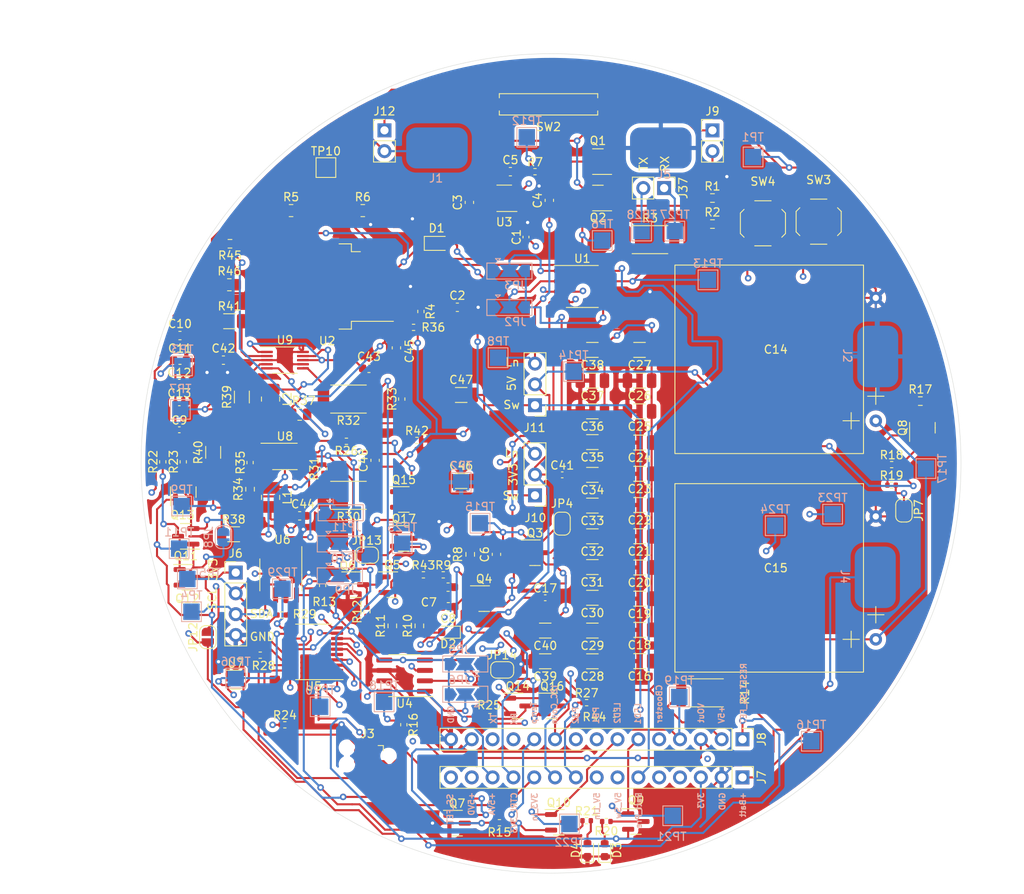
<source format=kicad_pcb>
(kicad_pcb (version 20211014) (generator pcbnew)
  (layers (0 "F.Cu" signal) (1 "In1.Cu" signal) (2 "In2.Cu" signal) (31 "B.Cu" signal) (34 "B.Paste" user) (35 "F.Paste" user) (36 "B.SilkS" user "B.Silkscreen") (37 "F.SilkS" user "F.Silkscreen") (38 "B.Mask" user) (39 "F.Mask" user) (44 "Edge.Cuts" user))
  (net 0 "")
  (net 1 "+3V3")
  (net 2 "GND")
  (net 3 "+5VA")
  (net 4 "/3V3_Lin_Reg")
  (net 5 "/5V_Lin_Reg")
  (net 6 "/CTRL_3V3")
  (net 7 "+5VD")
  (net 8 "/SS_FET")
  (net 9 "Net-(C7-Pad1)")
  (net 10 "Net-(C7-Pad2)")
  (net 11 "+5V")
  (net 12 "/5V_Sw_Reg")
  (net 13 "Net-(C44-Pad1)")
  (net 14 "/3V3_Sw_Reg")
  (net 15 "Net-(C45-Pad1)")
  (net 16 "Net-(D2-Pad2)")
  (net 17 "Net-(D3-Pad2)")
  (net 18 "Net-(D4-Pad2)")
  (net 19 "+BATT")
  (net 20 "/NRST")
  (net 21 "/SWDIO")
  (net 22 "/SWCLK")
  (net 24 "/VOut")
  (net 25 "/3V3_IN")
  (net 26 "/SCL")
  (net 27 "/SDA")
  (net 28 "/Batt_Pre-sens")
  (net 29 "/RESET_SS_FET")
  (net 30 "/MCC")
  (net 31 "/CBooster")
  (net 32 "/LED1")
  (net 33 "/LED2")
  (net 34 "/PB1")
  (net 35 "/PB2")
  (net 36 "/I2C_Conn")
  (net 37 "/Temp")
  (net 38 "/RX")
  (net 39 "/TX")
  (net 40 "/VOut_Fault")
  (net 41 "Net-(J9-Pad1)")
  (net 42 "Net-(J9-Pad2)")
  (net 43 "Net-(J12-Pad1)")
  (net 44 "/U1A0")
  (net 45 "/U1A1")
  (net 46 "/U4A0")
  (net 47 "/U4A1")
  (net 48 "Net-(JP8-Pad1)")
  (net 49 "/U6A0")
  (net 50 "/U6A1")
  (net 51 "/U6A2")
  (net 52 "Net-(JP12-Pad2)")
  (net 53 "/SDA_In")
  (net 54 "/SCL_In")
  (net 55 "Net-(L1-Pad1)")
  (net 56 "Net-(L2-Pad1)")
  (net 57 "Net-(Q5-Pad1)")
  (net 58 "Net-(Q7-Pad1)")
  (net 59 "Net-(Q8-Pad1)")
  (net 60 "Net-(Q8-Pad3)")
  (net 61 "Net-(Q9-Pad3)")
  (net 62 "Net-(Q10-Pad3)")
  (net 63 "Net-(Q11-Pad3)")
  (net 64 "Net-(Q14-Pad3)")
  (net 65 "Net-(Q15-Pad3)")
  (net 66 "Net-(R4-Pad2)")
  (net 67 "Net-(R5-Pad2)")
  (net 68 "Net-(R30-Pad2)")
  (net 69 "Net-(R32-Pad2)")
  (net 70 "Net-(R37-Pad2)")
  (net 71 "Net-(R38-Pad2)")
  (net 72 "Net-(R39-Pad2)")
  (net 73 "Net-(R40-Pad2)")
  (net 74 "Net-(R41-Pad2)")
  (net 75 "/MCU_SS_FET")
  (net 76 "Net-(R45-Pad2)")
  (footprint "Capacitor_SMD:C_1206_3216Metric" (layer "F.Cu") (at 159.305 112.47 180)
    (fp_text reference "C18")
    (fp_text value "100u")
  )
  (footprint "Resistor_SMD:R_0805_2012Metric" (layer "F.Cu") (at 109.275 70.35)
    (fp_text reference "R46")
    (fp_text value "1k")
  )
  (footprint "Resistor_SMD:R_0402_1005Metric" (layer "F.Cu") (at 123.55 89.45 180)
    (fp_text reference "R26")
    (fp_text value "4k7")
  )
  (footprint "Connector:Tag-Connect_TC2030-IDC-NL_2x03_P1.27mm_Vertical" (layer "F.Cu") (at 126.15 127.85 180)
    (fp_text reference "J3")
    (fp_text value "TC2030-MCP-NL")
  )
  (footprint "Connector_PinHeader_2.54mm:PinHeader_1x15_P2.54mm_Vertical" (layer "F.Cu") (at 171.8575 125.8175 -90)
    (fp_text reference "J8")
    (fp_text value "Conn_01x15_Male")
  )
  (footprint "Capacitor_SMD:C_1206_3216Metric" (layer "F.Cu") (at 159.3 82.05 180)
    (fp_text reference "C26")
    (fp_text value "100u")
  )
  (footprint "Inductor_SMD:L_1008_2520Metric_Pad1.43x2.20mm_HandSolder" (layer "F.Cu") (at 114.3 84.3 -90)
    (fp_text reference "L2")
    (fp_text value "10uH")
  )
  (footprint "Capacitor_SMD:C_0603_1608Metric" (layer "F.Cu") (at 138.55 60.3 90)
    (fp_text reference "C3")
    (fp_text value "10u")
  )
  (footprint "Capacitor_SMD:C_0603_1608Metric" (layer "F.Cu") (at 137.08 73.1)
    (fp_text reference "C2")
    (fp_text value "10u")
  )
  (footprint "Capacitor_SMD:C_1206_3216Metric" (layer "F.Cu") (at 153.55 93.55 180)
    (fp_text reference "C34")
    (fp_text value "100u")
  )
  (footprint "Resistor_SMD:R_0402_1005Metric" (layer "F.Cu") (at 111.8 92.05 90)
    (fp_text reference "R35")
    (fp_text value "100k")
  )
  (footprint "Resistor_SMD:R_0402_1005Metric" (layer "F.Cu") (at 142.21 136 180)
    (fp_text reference "R15")
    (fp_text value "100k")
  )
  (footprint "Resistor_SMD:R_0402_1005Metric" (layer "F.Cu") (at 152.85 135.75)
    (fp_text reference "R21")
    (fp_text value "1k2")
  )
  (footprint "Connector_PinHeader_2.54mm:PinHeader_1x03_P2.54mm_Vertical" (layer "F.Cu") (at 146.55 96.05 180)
    (fp_text reference "J10")
    (fp_text value "Conn_01x03_Male")
  )
  (footprint "Button_Switch_SMD:SW_SPST_REED_CUSTOM_1" (layer "F.Cu") (at 148.2 48.335)
    (fp_text reference "SW2")
    (fp_text value "SW_Reed_Opener")
  )
  (footprint "Resistor_SMD:R_0402_1005Metric" (layer "F.Cu") (at 130.3 84.3 90)
    (fp_text reference "R33")
    (fp_text value "100k")
  )
  (footprint "Resistor_SMD:R_0402_1005Metric" (layer "F.Cu") (at 120.65 107.04 -90)
    (fp_text reference "R13")
    (fp_text value "100k")
  )
  (footprint "Connector_PinHeader_2.54mm:PinHeader_1x02_P2.54mm_Vertical" (layer "F.Cu") (at 162.3 58.55 -90)
    (fp_text reference "J37")
    (fp_text value "Conn_01x02_Male")
  )
  (footprint "Capacitor_SMD:C_1206_3216Metric" (layer "F.Cu") (at 159.3 78.3 180)
    (fp_text reference "C27")
    (fp_text value "100u")
  )
  (footprint "Resistor_SMD:R_1206_3216Metric" (layer "F.Cu") (at 109.3 74.8)
    (fp_text reference "R41")
    (fp_text value "1M")
  )
  (footprint "Package_SO:SOIC-8_3.9x4.9mm_P1.27mm" (layer "F.Cu") (at 152.32 70.56)
    (fp_text reference "U1")
    (fp_text value "INA219AxD")
  )
  (footprint "Resistor_SMD:R_0402_1005Metric" (layer "F.Cu") (at 126.05 110.25 90)
    (fp_text reference "R12")
    (fp_text value "100k")
  )
  (footprint "Capacitor_SMD:C_0603_1608Metric" (layer "F.Cu") (at 117.85 98.55)
    (fp_text reference "C44")
    (fp_text value "6.8p")
  )
  (footprint "Resistor_SMD:R_0805_2012Metric" (layer "F.Cu") (at 116.8 61.3)
    (fp_text reference "R5")
    (fp_text value "9k1")
  )
  (footprint "Resistor_SMD:R_0603_1608Metric" (layer "F.Cu") (at 138.65 103.25 -90)
    (fp_text reference "R8")
    (fp_text value "3.3M")
  )
  (footprint "Package_SO:SOIC-8_3.9x4.9mm_P1.27mm" (layer "F.Cu") (at 115.55 105.75 -90)
    (fp_text reference "U6")
    (fp_text value "CAT24C256")
  )
  (footprint "Capacitor_SMD:C_0603_1608Metric" (layer "F.Cu") (at 135.975 109.65 180)
    (fp_text reference "C8")
    (fp_text value "10u")
  )
  (footprint "Button_Switch_SMD:SW_SPST_TL3342" (layer "F.Cu") (at 181.15 62.65 90)
    (fp_text reference "SW3")
    (fp_text value "SW_Push")
  )
  (footprint "Capacitor_SMD:C_1206_3216Metric" (layer "F.Cu") (at 153.55 85.8 180)
    (fp_text reference "C36")
    (fp_text value "100u")
  )
  (footprint "Capacitor_SMD:C_0603_1608Metric" (layer "F.Cu") (at 103.25 76.55)
    (fp_text reference "C10")
    (fp_text value "10u")
  )
  (footprint "Package_TO_SOT_SMD:SOT-23-5_HandSoldering" (layer "F.Cu") (at 142.8 59.8 180)
    (fp_text reference "U3")
    (fp_text value "TLV7433")
  )
  (footprint "Package_SO:TSSOP-20_4.4x6.5mm_P0.65mm" (layer "F.Cu") (at 119.55 115.15 180)
    (fp_text reference "U5")
    (fp_text value "STM32G030XX")
  )
  (footprint "Resistor_SMD:R_0402_1005Metric" (layer "F.Cu") (at 113.04 115.55)
    (fp_text reference "R28")
    (fp_text value "4k7")
  )
  (footprint "Package_TO_SOT_SMD:SOT-23" (layer "F.Cu") (at 103.65 95.65 90)
    (fp_text reference "Q13")
    (fp_text value "S8550")
  )
  (footprint "Inductor_SMD:L_1008_2520Metric_Pad1.43x2.20mm_HandSolder" (layer "F.Cu") (at 114.3 96.3 -90)
    (fp_text reference "L1")
    (fp_text value "10uH")
  )
  (footprint "Resistor_SMD:R_0402_1005Metric" (layer "F.Cu") (at 152.85 121.35)
    (fp_text reference "R27")
    (fp_text value "4k7")
  )
  (footprint "Capacitor_SMD:C_1206_3216Metric" (layer "F.Cu") (at 153.55 89.55 180)
    (fp_text reference "C35")
    (fp_text value "100u")
  )
  (footprint "Connector_PinHeader_2.54mm:PinHeader_1x02_P2.54mm_Vertical" (layer "F.Cu") (at 128.19 51.505)
    (fp_text reference "J12")
    (fp_text value "Conn_01x02_Male")
  )
  (footprint "Package_TO_SOT_SMD:SOT-23" (layer "F.Cu") (at 129.15 106.95)
    (fp_text reference "Q5")
    (fp_text value "Q_PMOS_GSD")
  )
  (footprint "Capacitor_SMD:C_0603_1608Metric" (layer "F.Cu") (at 129.65 78.05 90)
    (fp_text reference "C45")
    (fp_text value "6.8p")
  )
  (footprint "Capacitor_SMD:C_1206_3216Metric" (layer "F.Cu") (at 153.55 101.05 180)
    (fp_text reference "C32")
    (fp_text value "100u")
  )
  (footprint "Resistor_SMD:R_0402_1005Metric" (layer "F.Cu") (at 131.74 75.55 180)
    (fp_text reference "R36")
    (fp_text value "820K")
  )
  (footprint "Package_SO:VSSOP-10_3x3mm_P0.5mm" (layer "F.Cu") (at 116.05 91.3)
    (fp_text reference "U8")
    (fp_text value "TPS62050DGS")
  )
  (footprint "Capacitor_SMD:C_1206_3216Metric" (layer "F.Cu") (at 159.305 104.85 180)
    (fp_text reference "C20")
    (fp_text value "100u")
  )
  (footprint "Resistor_SMD:R_0402_1005Metric" (layer "F.Cu") (at 146.55 56.55)
    (fp_text reference "R7")
    (fp_text value "100k")
  )
  (footprint "Battery:Battery_Pad" (layer "F.Cu") (at 134.49 53.655)
    (fp_text reference "J1")
    (fp_text value "Conn_01x01_Male")
  )
  (footprint "Capacitor_SMD:C_1206_3216Metric" (layer "F.Cu") (at 159.305 101.04 180)
    (fp_text reference "C21")
    (fp_text value "100u")
  )
  (footprint "Package_TO_SOT_SMD:SOT-353_SC-70-5" (layer "F.Cu") (at 110.05 118.55)
    (fp_text reference "U7")
    (fp_text value "TMP235A2")
  )
  (footprint "Package_TO_SOT_SMD:SOT-23" (layer "F.Cu") (at 193.8 87.8 90)
    (fp_text reference "Q8")
    (fp_text value "Q_PMOS_GSD")
  )
  (footprint "Capacitor_SMD:C_1206_3216Metric" (layer "F.Cu") (at 159.305 93.42 180)
    (fp_text reference "C23")
    (fp_text value "100u")
  )
  (footprint "LED_SMD:LED_0603_1608Metric" (layer "F.Cu") (at 135.9625 112.75 180)
    (fp_text reference "D2")
    (fp_text value "Red_LED")
  )
  (footprint "Capacitor_SMD:C_0603_1608Metric" (layer "F.Cu") (at 135.95 107.25 180)
    (fp_text reference "C7")
    (fp_text value "10u")
  )
  (footprint "Capacitor_SMD:C_1206_3216Metric" (layer "F.Cu") (at 159.305 116.28 180)
    (fp_text reference "C16")
    (fp_text value "100u")
  )
  (footprint "Capacitor_SMD:C_1206_3216Metric" (layer "F.Cu") (at 137.55 83.8)
    (fp_text reference "C47")
    (fp_text value "22u")
  )
  (footprint "Resistor_SMD:R_0603_1608Metric" (layer "F.Cu") (at 193.55 84.55)
    (fp_text reference "R17")
    (fp_text value "560R")
  )
  (footprint "Resistor_SMD:R_2512_6332Metric" (layer "F.Cu") (at 160.575 64.845)
    (fp_text reference "R3")
    (fp_text value "180m")
  )
  (footprint "Resistor_SMD:R_0402_1005Metric" (layer "F.Cu") (at 190.05 92.3)
    (fp_text reference "R18")
    (fp_text value "100k")
  )
  (footprint "Resistor_SMD:R_0402_1005Metric" (layer "F.Cu") (at 116.04 124.05)
    (fp_text reference "R24")
    (fp_text value "1k2")
  )
  (footprint "Resistor_SMD:R_0603_1608Metric" (layer "F.Cu") (at 129.15 111.975 90)
    (fp_text reference "R11")
    (fp_text value "560R")
  )
  (footprint "Resistor_SMD:R_0805_2012Metric" (layer "F.Cu") (at 125.55 61.3)
    (fp_text reference "R6")
    (fp_text value "3k")
  )
  (footprint "Package_SO:SOIC-8_3.9x4.9mm_P1.27mm" (layer "F.Cu") (at 130.65 118.05 180)
    (fp_text reference "U4")
    (fp_text value "INA219AxD")
  )
  (footprint "Resistor_SMD:R_0402_1005Metric" (layer "F.Cu") (at 115.65 110.65 180)
    (fp_text reference "R29")
    (fp_text value "4k7")
  )
  (footprint "Diode_SMD:D_SOD-323" (layer "F.Cu") (at 134.55 65.3)
    (fp_text reference "D1")
    (fp_text value "1N5819")
  )
  (footprint "LED_SMD:LED_0603_1608Metric" (layer "F.Cu") (at 155.05 139.35 90)
    (fp_text reference "D3")
    (fp_text value "Yellow_LED")
  )
  (footprint "Capacitor_SMD:C_0603_1608Metric" (layer "F.Cu") (at 108.55 79.55)
    (fp_text reference "C42")
    (fp_text value "10u")
  )
  (footprint "Battery:Battery_Pad" (layer "F.Cu") (at 161.795 53.655)
    (fp_text reference "J5")
    (fp_text value "Conn_01x01_Male")
  )
  (footprint "Resistor_SMD:R_0402_1005Metric" (layer "F.Cu") (at 190.04 94.8)
    (fp_text reference "R19")
    (fp_text value "1k2")
  )
  (footprint "Capacitor_SMD:C_1206_3216Metric" (layer "F.Cu") (at 153.55 104.8 180)
    (fp_text reference "C31")
    (fp_text value "100u")
  )
  (footprint "Resistor_SMD:R_0402_1005Metric" (layer "F.Cu") (at 132.94 105.75)
    (fp_text reference "R43")
    (fp_text value "100R")
  )
  (footprint "Package_TO_SOT_SMD:SOT-23" (layer "F.Cu") (at 158.85 135.85)
    (fp_text reference "Q9")
    (fp_text value "Q_PMOS_GSD")
  )
  (footprint "Jumper:SolderJumper-2_P1.3mm_Open_RoundedPad1.0x1.5mm" (layer "F.Cu") (at 191.55 97.9 -90)
    (fp_text reference "JP7")
    (fp_text value "SolderJumper_2_Open")
  )
  (footprint "Package_TO_SOT_SMD:SOT-23" (layer "F.Cu") (at 137.05 136.05)
    (fp_text reference "Q7")
    (fp_text value "Q_NMOS_GSD")
  )
  (footprint "TestPoint:TestPoint_Pad_2.0x2.0mm" (layer "F.Cu") (at 121.05 56.05)
    (fp_text reference "TP10")
    (fp_text value "TestPoint")
  )
  (footprint "Capacitor_SMD:C_0402_1005Metric" (layer "F.Cu") (at 147.8 108.55)
    (fp_text reference "C17")
    (fp_text value "100n")
  )
  (footprint "Capacitor_SMD:C_0603_1608Metric" (layer "F.Cu") (at 126.3 80.55)
    (fp_text reference "C43")
    (fp_text value "10u")
  )
  (footprint "Capacitor_SMD:C_1206_3216Metric" (layer "F.Cu") (at 153.55 82.05 180)
    (fp_text reference "C37")
    (fp_text value "100u")
  )
  (footprint "Capacitor_SMD:C_0402_1005Metric" (layer "F.Cu") (at 103.17 82.25)
    (fp_text reference "C12")
    (fp_text value "100n")
  )
  (footprint "Battery:Battery_Pad" (layer "F.Cu") (at 188.35 79 -90)
    (fp_text reference "J2")
    (fp_text value "Conn_01x01_Male")
  )
  (footprint "Capacitor_SMD:C_0603_1608Metric" (layer "F.Cu") (at 143.55 56.55)
    (fp_text reference "C5")
    (fp_text value "10u")
  )
  (footprint "Package_TO_SOT_SMD:SOT-23" (layer "F.Cu") (at 103.95 101.05 180)
    (fp_text reference "Q11")
    (fp_text value "S8550")
  )
  (footprint "Resistor_SMD:R_0402_1005Metric" (layer "F.Cu") (at 101.15 91.96 90)
    (fp_text reference "R22")
    (fp_text value "100k")
  )
  (footprint "Resistor_SMD:R_0805_2012Metric" (layer "F.Cu") (at 117.85 86.15)
    (fp_text reference "R37")
    (fp_text value "68k")
  )
  (footprint "Resistor_SMD:R_0402_1005Metric" (layer "F.Cu") (at 132.15 89.35)
    (fp_text reference "R42")
    (fp_text value "100k")
  )
  (footprint "Capacitor_THT:SP-5R5-Z155VY" (layer "F.Cu") (at 175.815 106.12)
    (fp_text reference "C15")
    (fp_text value "1.5F")
  )
  (footprint "Resistor_SMD:R_0402_1005Metric" (layer "F.Cu") (at 155.25 135.85 180)
    (fp_text reference "R20")
    (fp_text value "1k2")
  )
  (footprint "LED_SMD:LED_0603_1608Metric" (layer "F.Cu") (at 152.95 139.3375 90)
    (fp_text reference "D4")
    (fp_text value "Green_LED")
  )
  (footprint "Jumper:SolderJumper-2_P1.3mm_Open_RoundedPad1.0x1.5mm" (layer "F.Cu") (at 149.85 99.5 90)
    (fp_text reference "JP4")
    (fp_text value "SolderJumper_2_Open")
  )
  (footprint "Package_TO_SOT_SMD:SOT-23" (layer "F.Cu") (at 144.45 121.75)
    (fp_text reference "Q14")
    (fp_text value "Q_NMOS_GSD")
  )
  (footprint "Package_TO_SOT_SMD:SOT-23" (layer "F.Cu") (at 140.35 108.65)
    (fp_text reference "Q4")
    (fp_text value "Q_PMOS_GSD")
  )
  (footprint "Capacitor_SMD:C_0603_1608Metric" (layer "F.Cu") (at 103.25 79.55)
    (fp_text reference "C11")
    (fp_text value "10u")
  )
  (footprint "Package_TO_SOT_SMD:SOT-23" (layer "F.Cu") (at 148.65 121.75)
    (fp_text reference "Q16")
    (fp_text value "Q_NMOS_GSD")
  )
  (footprint "Resistor_SMD:R_0603_1608Metric" (layer "F.Cu") (at 168.195 62.94)
    (fp_text reference "R2")
    (fp_text value "3.3M")
  )
  (footprint "Capacitor_SMD:C_0402_1005Metric" (layer "F.Cu") (at 145.45 64.53 90)
    (fp_text reference "C1")
    (fp_text value "100n")
  )
  (footprint "Capacitor_SMD:C_0402_1005Metric" (layer "F.Cu") (at 103.17 84.75)
    (fp_text reference "C13")
    (fp_text value "100n")
  )
  (footprint "Capacitor_SMD:C_1206_3216Metric" (layer "F.Cu") (at 159.305 97.23 180)
    (fp_text reference "C22")
    (fp_text value "100u")
  )
  (footprint "Resistor_SMD:R_0603_1608Metric" (layer "F.Cu") (at 132.45 111.975 90)
    (fp_text reference "R10")
    (fp_text value "560R")
  )
  (footprint "Resistor_SMD:R_0402_1005Metric" (layer "F.Cu") (at 156.25 122.75 180)
    (fp_text reference "R44")
    (fp_text value "2k2")
  )
  (footprint "Capacitor_SMD:C_1206_3216Metric" (layer "F.Cu") (at 153.55 108.55 180)
    (fp_text reference "C30")
    (fp_text value "100u")
  )
  (footprint "Resistor_SMD:R_0603_1608Metric" (layer "F.Cu") (at 111.8 95.3 90)
    (fp_text reference "R34")
    (fp_text value "560k")
  )
  (footprint "Jumper:SolderJumper-2_P1.3mm_Open_RoundedPad1.0x1.5mm" (layer "F.Cu") (at 126.05 103.35)
    (fp_text reference "JP13")
    (fp_text value "SolderJumper_2_Open")
  )
  (footprint "Capacitor_SMD:C_1206_3216Metric" (layer "F.Cu") (at 159.305 89.61 180)
    (fp_text reference "C24")
    (fp_text value "100u")
  )
  (footprint "Capacitor_SMD:C_1206_3216Metric" (layer "F.Cu") (at 159.3 85.8 180)
    (fp_text reference "C25")
    (fp_text value "100u")
  )
  (footprint "Connector_PinHeader_2.54mm:PinHeader_1x03_P2.54mm_Vertical" (layer "F.Cu") (at 146.55 85.05 180)
    (fp_text reference "J11")
    (fp_text value "Conn_01x03_Male")
  )
  (footprint "Capacitor_SMD:C_0603_1608Metric" (layer "F.Cu") (at 127.05 91.775 90)
    (fp_text reference "C48")
    (fp_text value "10u")
  )
  (footprint "Resistor_SMD:R_0402_1005Metric" (layer "F.Cu") (at 132.635 73.61 -90)
    (fp_text reference "R4")
    (fp_text value "4k7")
  )
  (footprint "Resistor_SMD:R_2512_6332Metric" (layer "F.Cu") (at 167.35 120.15)
    (fp_text reference "R14")
    (fp_text value "180m")
  )
  (footprint "Capacitor_SMD:C_1206_3216Metric" (layer "F.Cu") (at 153.55 112.55 180)
    (fp_text reference "C29")
    (fp_text value "100u")
  )
  (footprint "Connector_PinHeader_2.54mm:PinHeader_1x02_P2.54mm_Vertical" (layer "F.Cu") (at 168.195 51.51)
    (fp_text reference "J9")
    (fp_text value "Conn_01x02_Male")
  )
  (footprint "Resistor_SMD:R_0603_1608Metric" (layer "F.Cu") (at 168.195 59.765)
    (fp_text reference "R1")
    (fp_text value "3.3M")
  )
  (footprint "Package_TO_SOT_SMD:TO-263-5_TabPin3" (layer "F.Cu") (at 121.205 70.56 180)
    (fp_text reference "U2")
    (fp_text value "MIC29302WU")
  )
  (footprint "Capacitor_SMD:C_1206_3216Metric" (layer "F.Cu") (at 159.305 108.66 180)
    (fp_text reference "C19")
    (fp_text value "100u")
  )
  (footprint "Package_TO_SOT_SMD:SOT-23" (layer "F.Cu") (at 149.45 135.95)
    (fp_text reference "Q10")
    (fp_text value "Q_PMOS_GSD")
  )
  (footprint "Resistor_SMD:R_2512_6332Metric_Pad1.40x3.35mm_HandSolder" (layer "F.Cu") (at 123.8 96.05 180)
    (fp_text reference "R30")
    (fp_text value "130k")
  )
  (footprint "Capacitor_SMD:C_1206_3216Metric" (layer "F.Cu") (at 153.55 78.3 180)
    (fp_text reference "C38")
    (fp_text value "100u")
  )
  (footprint "Resistor_SMD:R_1206_3216Metric" (layer "F.Cu") (at 109.8 100.8)
    (fp_text reference "R38")
    (fp_text value "1M")
  )
  (footprint "Capacitor_THT:SP-5R5-Z155VY" (layer "F.Cu") (at 175.815 79.45)
    (fp_text reference "C14")
    (fp_text value "1.5F")
  )
  (footprint "Capacitor_SMD:C_1206_3216Metric" (layer "F.Cu") (at 153.55 116.3 180)
    (fp_text reference "C28")
    (fp_text value "100u")
  )
  (footprint "Connector_PinHeader_2.54mm:PinHeader_1x04_P2.54mm_Vertical" (layer "F.Cu") (at 110.05 105.47)
    (fp_text reference "J6")
    (fp_text value "Conn_01x04_Male")
  )
  (footprint "Jumper:SolderJumper-2_P1.3mm_Open_RoundedPad1.0x1.5mm" (layer "F.Cu") (at 142.55 117.35)
    (fp_text reference "JP14")
    (fp_text value "SolderJumper_2_Open")
  )
  (footprint "Package_TO_SOT_SMD:SOT-23" (layer "F.Cu") (at 146.55 103.05)
    (fp_text reference "Q3")
    (fp_text value "Q_PMOS_GSD")
  )
  (footprint "Resistor_SMD:R_0402_1005Metric" (layer "F.Cu") (at 103.65 91.96 90)
    (fp_text reference "R23")
    (fp_text value "1k2")
  )
  (footprint "Capacitor_SMD:C_0603_1608Metric" (layer "F.Cu") (at 141.85 103.25 90)
    (fp_text reference "C6")
    (fp_text value "10u")
  )
  (footprint "Capacitor_SMD:C_0402_1005Metric" (layer "F.Cu") (at 103.17 88.05)
    (fp_text reference "C9")
    (fp_text value "100n")
  )
  (footprint "Resistor_SMD:R_0402_1005Metric" (layer "F.Cu") (at 130.55 124.04 -90)
    (fp_text reference "R16")
    (fp_text value "4k7")
  )
  (footprint "Package_TO_SOT_SMD:SOT-23" (layer "F.Cu") (at 130.55 96.55)
    (fp_text reference "Q15")
    (fp_text value "Q_NMOS_GSD")
  )
  (footprint "Capacitor_SMD:C_0402_1005Metric" (layer "F.Cu") (at 149.87 93.55)
    (fp_text reference "C41")
    (fp_text value "100n")
  )
  (footprint "Package_TO_SOT_SMD:SOT-23" (layer "F.Cu") (at 124.65 106.95)
    (fp_text reference "Q6")
    (fp_text value "Q_NMOS_GSD")
  )
  (footprint "Resistor_SMD:R_0402_1005Metric" (layer "F.Cu") (at 120.8 92.8 90)
    (fp_text reference "R31")
    (fp_text value "100k")
  )
  (footprint "Resistor_SMD:R_2512_6332Metric_Pad1.40x3.35mm_HandSolder" (layer "F.Cu") (at 123.8 84.3 180)
    (fp_text reference "R32")
    (fp_text value "130k")
  )
  (footprint "Resistor_SMD:R_0402_1005Metric" (layer "F.Cu") (at 141.05 123.05 180)
    (fp_text reference "R25")
    (fp_text value "4k7")
  )
  (footprint "Package_TO_SOT_SMD:SOT-23" (layer "F.Cu") (at 130.55 101.3)
    (fp_text reference "Q17")
    (fp_text value "Q_NMOS_GSD")
  )
  (footprint "Capacitor_SMD:C_1206_3216Metric" (layer "F.Cu") (at 137.55 94.3)
    (fp_text reference "C46")
    (fp_text value "22u")
  )
  (footprint "Battery:Battery_Pad" (layer "F.Cu") (at 188.05 105.95 -90)
    (fp_text reference "J4")
    (fp_text value "Conn_01x01_Male")
  )
  (footprint "Capacitor_SMD:C_1206_3216Metric" (layer "F.Cu") (at 147.8 112.55 180)
    (fp_text reference "C40")
    (fp_text value "100u")
  )
  (footprint "Button_Switch_SMD:SW_SPST_TL3342" (layer "F.Cu") (at 174.35 62.85 90)
    (fp_text reference "SW4")
    (fp_text value "SW_Push")
  )
  (footprint "Capacitor_SMD:C_1206_3216Metric" (layer "F.Cu") (at 147.8 116.3 180)
    (fp_text reference "C39")
    (fp_text value "100u")
  )
  (footprint "Package_TO_SOT_SMD:SOT-23" (layer "F.Cu") (at 154.225 59.765 180)
    (fp_text reference "Q2")
    (fp_text value "Q_PMOS_GSD")
  )
  (footprint "Resistor_SMD:R_1206_3216Metric" (layer "F.Cu") (at 110.8 84.05 90)
    (fp_text reference "R39")
    (fp_text value "1M")
  )
  (footprint "Resistor_SMD:R_0603_1608Metric" (layer "F.Cu") (at 109.35 65.35 180)
    (fp_text reference "R45")
    (fp_text value "22k")
  )
  (footprint "Package_TO_SOT_SMD:SOT-23" (layer "F.Cu") (at 104.15 106.05)
    (fp_text reference "Q12")
    (fp_text value "Q_PMOS_GSD")
  )
  (footprint "Capacitor_SMD:C_1206_3216Metric" (layer "F.Cu") (at 153.55 97.3 180)
    (fp_text reference "C33")
    (fp_text value "100u")
  )
  (footprint "Resistor_SMD:R_0402_1005Metric" (layer "F.Cu") (at 135.36 105.75)
    (fp_text reference "R9")
    (fp_text value "100R")
  )
  (footprint "Jumper:SolderJumper-2_P1.3mm_Open_RoundedPad1.0x1.5mm" (layer "F.Cu") (at 106.65 113.35 90)
    (fp_text reference "JP12")
    (fp_text value "Jumper_2_Open")
  )
  (footprint "Connector_PinHeader_2.54mm:PinHeader_1x15_P2.54mm_Vertical" (layer "F.Cu") (at 171.8575 130.4675 -90)
    (fp_text reference "J7")
    (fp_text value "Conn_01x15_Male")
  )
  (footprint "Capacitor_SMD:C_0603_1608Metric" (layer "F.Cu") (at 148.3 60.05 90)
    (fp_text reference "C4")
    (fp_text value "10u")
  )
  (footprint "Package_SO:VSSOP-10_3x3mm_P0.5mm" (layer "F.Cu") (at 116.05 79.55)
    (fp_text reference "U9")
    (fp_text value "TPS62050DGS")
  )
  (footprint "Resistor_SMD:R_1206_3216Metric" (layer "F.Cu") (at 107.3 90.8 90)
    (fp_text reference "R40")
    (fp_text value "1M")
  )
  (footprint "Package_TO_SOT_SMD:SOT-23" (layer "F.Cu") (at 154.225 55.32 180)
    (fp_text reference "Q1")
    (fp_text value "Q_PMOS_GSD")
  )
  (footprint "Jumper:SolderJumper-2_P1.3mm_Open_RoundedPad1.0x1.5mm" (layer "B.Cu") (at 108.55 101.15 -90)
    (fp_text reference "JP8")
    (fp_text value "NO")
  )
  (footprint "TestPoint:TestPoint_Pad_2.0x2.0mm" (layer "B.Cu") (at 154.75 64.95 180)
    (fp_text reference "TP6")
    (fp_text value "TestPoint")
  )
  (footprint "TestPoint:TestPoint_Pad_2.0x2.0mm" (layer "B.Cu") (at 139.85 99.45 180)
    (fp_text reference "TP15")
    (fp_text value "TestPoint")
  )
  (footprint "TestPoint:TestPoint_Pad_2.0x2.0mm" (layer "B.Cu") (at 130.35 101.95 180)
    (fp_text reference "TP25")
    (fp_text value "TestPoint")
  )
  (footprint "TestPoint:TestPoint_Pad_2.0x2.0mm" (layer "B.Cu") (at 150.75 136.15 180)
    (fp_text reference "TP22")
    (fp_text value "TestPoint")
  )
  (footprint "Jumper:SolderJumper-3_P2.0mm_Open_TrianglePad1.0x1.5mm" (layer "B.Cu") (at 122.75 101.95)
    (fp_text reference "JP10")
    (fp_text value "SolderJumper_3_Open")
  )
  (footprint "Jumper:SolderJumper-3_P2.0mm_Open_TrianglePad1.0x1.5mm" (layer "B.Cu") (at 138.05 120.35 180)
    (fp_text reference "JP6")
    (fp_text value "SolderJumper_3_Open")
  )
  (footprint "TestPoint:TestPoint_Pad_2.0x2.0mm" (layer "B.Cu") (at 128.15 121.25 180)
    (fp_text reference "TP18")
    (fp_text value "TestPoint")
  )
  (footprint "TestPoint:TestPoint_Pad_2.0x2.0mm" (layer "B.Cu") (at 182.85 98.35 180)
    (fp_text reference "TP23")
    (fp_text value "TestPoint")
  )
  (footprint "TestPoint:TestPoint_Pad_2.0x2.0mm" (layer "B.Cu") (at 103.55 80.25 180)
    (fp_text reference "TP3")
    (fp_text value "TestPoint")
  )
  (footprint "TestPoint:TestPoint_Pad_2.0x2.0mm" (layer "B.Cu") (at 151.25 80.95 180)
    (fp_text reference "TP14")
    (fp_text value "TestPoint")
  )
  (footprint "TestPoint:TestPoint_Pad_2.0x2.0mm" (layer "B.Cu") (at 163.35 135.15 180)
    (fp_text reference "TP21")
    (fp_text value "TestPoint")
  )
  (footprint "TestPoint:TestPoint_Pad_2.0x2.0mm" (layer "B.Cu") (at 115.75 107.45 180)
    (fp_text reference "TP29")
    (fp_text value "TestPoint")
  )
  (footprint "Jumper:SolderJumper-3_P2.0mm_Open_TrianglePad1.0x1.5mm" (layer "B.Cu") (at 143.43 68.655)
    (fp_text reference "JP3")
    (fp_text value "SolderJumper_3_Open")
  )
  (footprint "TestPoint:TestPoint_Pad_2.0x2.0mm" (layer "B.Cu") (at 163.6 63.8 180)
    (fp_text reference "TP27")
    (fp_text value "TestPoint")
  )
  (footprint "Jumper:SolderJumper-3_P2.0mm_Open_TrianglePad1.0x1.5mm" (layer "B.Cu") (at 122.75 105.85)
    (fp_text reference "JP9")
    (fp_text value "SolderJumper_3_Open")
  )
  (footprint "Jumper:SolderJumper-3_P2.0mm_Open_TrianglePad1.0x1.5mm" (layer "B.Cu") (at 138.05 116.65 180)
    (fp_text reference "JP5")
    (fp_text value "SolderJumper_3_Open")
  )
  (footprint "TestPoint:TestPoint_Pad_2.0x2.0mm" (layer "B.Cu") (at 103.3 85.55 -90)
    (fp_text reference "TP7")
    (fp_text value "TestPoint")
  )
  (footprint "Jumper:SolderJumper-3_P2.0mm_Open_TrianglePad1.0x1.5mm" (layer "B.Cu") (at 143.43 73.1)
    (fp_text reference "JP2")
    (fp_text value "SolderJumper_3_Open")
  )
  (footprint "TestPoint:TestPoint_Pad_2.0x2.0mm" (layer "B.Cu") (at 142.05 79.25 180)
    (fp_text reference "TP8")
    (fp_text value "TestPoint")
  )
  (footprint "TestPoint:TestPoint_Pad_2.0x2.0mm" (layer "B.Cu") (at 110.05 118.35 180)
    (fp_text reference "TP26")
    (fp_text value "TestPoint")
  )
  (footprint "TestPoint:TestPoint_Pad_2.0x2.0mm" (layer "B.Cu") (at 103.45 97.35 180)
    (fp_text reference "TP9")
    (fp_text value "TestPoint")
  )
  (footprint "TestPoint:TestPoint_Pad_2.0x2.0mm" (layer "B.Cu") (at 167.65 69.75 180)
    (fp_text reference "TP13")
    (fp_text value "TestPoint")
  )
  (footprint "TestPoint:TestPoint_Pad_2.0x2.0mm" (layer "B.Cu") (at 194.23 92.785 90)
    (fp_text reference "TP17")
    (fp_text value "TestPoint")
  )
  (footprint "TestPoint:TestPoint_Pad_2.0x2.0mm" (layer "B.Cu") (at 104.15 106.25 180)
    (fp_text reference "TP5")
    (fp_text value "TestPoint")
  )
  (footprint "TestPoint:TestPoint_Pad_2.0x2.0mm" (layer "B.Cu") (at 145.55 52.35 180)
    (fp_text reference "TP12")
    (fp_text value "TestPoint")
  )
  (footprint "TestPoint:TestPoint_Pad_2.0x2.0mm" (layer "B.Cu") (at 104.65 110.25 180)
    (fp_text reference "TP4")
    (fp_text value "TestPoint")
  )
  (footprint "TestPoint:TestPoint_Pad_2.0x2.0mm" (layer "B.Cu") (at 164.15 120.65 180)
    (fp_text reference "TP19")
    (fp_text value "TestPoint")
  )
  (footprint "Jumper:SolderJumper-3_P2.0mm_Open_TrianglePad1.0x1.5mm" (layer "B.Cu") (at 122.85 98.15)
    (fp_text reference "JP11")
    (fp_text value "SolderJumper_3_Open")
  )
  (footprint "TestPoint:TestPoint_Pad_2.0x2.0mm" (layer "B.Cu") (at 103.15 102.55 180)
    (fp_text reference "TP11")
    (fp_text value "TestPoint")
  )
  (footprint "TestPoint:TestPoint_Pad_2.0x2.0mm" (layer "B.Cu") (at 173.15 54.75 180)
    (fp_text reference "TP1")
    (fp_text value "TestPoint")
  )
  (footprint "TestPoint:TestPoint_Pad_2.0x2.0mm" (layer "B.Cu") (at 137.55 94.45 180)
    (fp_text reference "TP2")
    (fp_text value "TestPoint")
  )
  (footprint "TestPoint:TestPoint_Pad_2.0x2.0mm" (layer "B.Cu") (at 159.55 63.8 180)
    (fp_text reference "TP28")
    (fp_text value "TestPoint")
  )
  (footprint "TestPoint:TestPoint_Pad_2.0x2.0mm" (layer "B.Cu") (at 180.25 126.05 180)
    (fp_text reference "TP16")
    (fp_text value "TestPoint")
  )
  (footprint "TestPoint:TestPoint_Pad_2.0x2.0mm" (layer "B.Cu") (at 120.35 121.85 180)
    (fp_text reference "TP20")
    (fp_text value "TestPoint")
  )
  (footprint "TestPoint:TestPoint_Pad_2.0x2.0mm" (layer "B.Cu") (at 175.85 99.75 180)
    (fp_text reference "TP24")
    (fp_text value "TestPoint")
  )
  (gr_circle (center 148.51 92.15) (end 198.51 92.15) (layer "Edge.Cuts") (width 0.05) (fill none))
  (gr_text "5V_Sw" (at 156.7 133.9 90) (layer "B.SilkS") (effects (font (size 0.7 0.7)) (justify mirror)))
  (gr_text "GND" (at 136.3 122.8 90) (layer "B.SilkS") (effects (font (size 0.7 0.7)) (justify mirror)))
  (gr_text "CBooster" (at 161.7 121.5 90) (layer "B.SilkS") (effects (font (size 0.7 0.7)) (justify mirror)))
  (gr_text "+Batt" (at 171.9 133.8 90) (layer "B.SilkS") (effects (font (size 0.7 0.7)) (justify mirror)))
  (gr_text "Batt_Pre" (at 159.2 134.5 90) (layer "B.SilkS") (effects (font (size 0.7 0.7)) (justify mirror)))
  (gr_text "PB1" (at 154 122.9 90) (layer "B.SilkS") (effects (font (size 0.7 0.7)) (justify mirror)))
  (gr_text "SS_FET" (at 136.2 134.3 90) (layer "B.SilkS") (effects (font (size 0.7 0.7)) (justify mirror)))
  (gr_text "5V_Lin" (at 154.1 134 90) (layer "B.SilkS") (effects (font (size 0.7 0.7)) (justify mirror)))
  (gr_text "+5V" (at 169.3 122.8 90) (layer "B.SilkS") (effects (font (size 0.7 0.7)) (justify mirror)))
  (gr_text "LED1" (at 159.1 122.7 90) (layer "B.SilkS") (effects (font (size 0.7 0.7)) (justify mirror)))
  (gr_text "GND" (at 169.4 133.4 90) (layer "B.SilkS") (effects (font (size 0.7 0.7)) (justify mirror)))
  (gr_text "PB2" (at 151.5 122.9 90) (layer "B.SilkS") (effects (font (size 0.7 0.7)) (justify mirror)))
  (gr_text "CTRL_3V3" (at 144 134.8 90) (layer "B.SilkS") (effects (font (size 0.7 0.7)) (justify mirror)))
  (gr_text "+5VA" (at 141.3 133.7 90) (layer "B.SilkS") (effects (font (size 0.7 0.7)) (justify mirror)))
  (gr_text "RESET_SS_FET" (at 172 120.2 90) (layer "B.SilkS") (effects (font (size 0.7 0.7)) (justify mirror)))
  (gr_text "VOut" (at 166.8 122.6 90) (layer "B.SilkS") (effects (font (size 0.7 0.7)) (justify mirror)))
  (gr_text "Temp" (at 146.4 122.6 90) (layer "B.SilkS") (effects (font (size 0.7 0.7)) (justify mirror)))
  (gr_text "+5VD" (at 138.8 133.7 90) (layer "B.SilkS") (effects (font (size 0.7 0.7)) (justify mirror)))
  (gr_text "TX" (at 141.5 123.3 90) (layer "B.SilkS") (effects (font (size 0.7 0.7)) (justify mirror)))
  (gr_text "RX" (at 144 123.3 90) (layer "B.SilkS") (effects (font (size 0.7 0.7)) (justify mirror)))
  (gr_text "3V3" (at 166.8 133.3 90) (layer "B.SilkS") (effects (font (size 0.7 0.7)) (justify mirror)))
  (gr_text "LED2" (at 156.6 122.6 90) (layer "B.SilkS") (effects (font (size 0.7 0.7)) (justify mirror)))
  (gr_text "3V3_In" (at 146.5 134.1 90) (layer "B.SilkS") (effects (font (size 0.7 0.7)) (justify mirror)))
  (gr_text "I2C_Conn" (at 148.9 121.6 90) (layer "B.SilkS") (effects (font (size 0.7 0.7)) (justify mirror)))
  (gr_text "3V3" (at 143.9 93.5 90) (layer "F.SilkS") (effects (font (size 1 1))))
  (gr_text "3V3" (at 107.3 105.1 90) (layer "F.SilkS") (effects (font (size 1 1))))
  (gr_text "TX" (at 159.8 55.6 90) (layer "F.SilkS") (effects (font (size 1 1))))
  (gr_text "SDA" (at 113.2 110.5) (layer "F.SilkS") (effects (font (size 1 1))))
  (gr_text "Ln" (at 143.7 90.9) (layer "F.SilkS") (effects (font (size 1 1))))
  (gr_text "SCL" (at 107.2 108.7 90) (layer "F.SilkS") (effects (font (size 1 1))))
  (gr_text "5V" (at 143.7 82.4 90) (layer "F.SilkS") (effects (font (size 1 1))))
  (gr_text "Sw" (at 143.6 96.1) (layer "F.SilkS") (effects (font (size 1 1))))
  (gr_text "Sw" (at 143.7 85) (layer "F.SilkS") (effects (font (size 1 1))))
  (gr_text "RX" (at 162.4 55.6 90) (layer "F.SilkS") (effects (font (size 1 1))))
  (gr_text "Ln" (at 143.8 79.8) (layer "F.SilkS") (effects (font (size 1 1))))
  (gr_text "GND" (at 113.3 113.3) (layer "F.SilkS") (effects (font (size 1 1))))
  (segment (start 149.35 93.51) (end 149.39 93.55) (width 0.25) (layer "F.Cu") (net 1))
  (segment (start 125.068198 134.468198) (end 127.95 137.35) (width 0.25) (layer "F.Cu") (net 1))
  (segment (start 111 119.2) (end 111 121.9) (width 0.25) (layer "F.Cu") (net 1))
  (segment (start 106.65 114) (end 106.65 118.475305) (width 0.25) (layer "F.Cu") (net 1))
  (segment (start 140.54 123.05) (end 140.54 123.84) (width 0.25) (layer "F.Cu") (net 1))
  (segment (start 117.455 109.355) (end 117.455 108.225) (width 0.25) (layer "F.Cu") (net 1))
  (segment (start 104.8875 102) (end 104.8875 104.840749) (width 0.25) (layer "F.Cu") (net 1))
  (segment (start 102.475 79.55) (end 102.475 79.625) (width 0.25) (layer "F.Cu") (net 1))
  (segment (start 111 121.9) (end 111 124.636396) (width 0.25) (layer "F.Cu") (net 1))
  (segment (start 120.15 123.45) (end 120.31 123.29) (width 0.25) (layer "F.Cu") (net 1))
  (segment (start 140.54 123.05) (end 138.25 123.05) (width 0.25) (layer "F.Cu") (net 1))
  (segment (start 105.959251 104.840749) (end 104.8875 104.840749) (width 0.25) (layer "F.Cu") (net 1))
  (segment (start 102.69 82.25) (end 102.69 79.765) (width 0.25) (layer "F.Cu") (net 1))
  (segment (start 151.55 121.55) (end 151.45 121.65) (width 0.25) (layer "F.Cu") (net 1))
  (segment (start 138.25 123.05) (end 137.95 123.35) (width 0.25) (layer "F.Cu") (net 1))
  (segment (start 102.69 79.765) (end 102.475 79.55) (width 0.25) (layer "F.Cu") (net 1))
  (segment (start 129.65 137.35) (end 130.25 137.95) (width 0.25) (layer "F.Cu") (net 1))
  (segment (start 106.65 118.475305) (end 110.074695 121.9) (width 0.25) (layer "F.Cu") (net 1))
  (segment (start 123.725 116.125) (end 123.95 116.35) (width 0.25) (layer "F.Cu") (net 1))
  (segment (start 111.65 116.43) (end 111.65 118.55) (width 0.25) (layer "F.Cu") (net 1))
  (segment (start 146.55 92.631701) (end 149.8 89.381701) (width 0.25) (layer "F.Cu") (net 1))
  (segment (start 117.455 108.225) (end 119.751041 108.225) (width 0.25) (layer "F.Cu") (net 1))
  (segment (start 157.75 137.95) (end 156.45 137.95) (width 0.25) (layer "F.Cu") (net 1))
  (segment (start 149.8 89.381701) (end 149.8 74.3) (width 0.25) (layer "F.Cu") (net 1))
  (segment (start 145.45 65.01) (end 146.01 65.01) (width 0.25) (layer "F.Cu") (net 1))
  (segment (start 102.69 88.05) (end 102.69 84.75) (width 0.25) (layer "F.Cu") (net 1))
  (segment (start 111 124.636396) (end 117.363604 131) (width 0.25) (layer "F.Cu") (net 1))
  (segment (start 142.72 136) (end 144.5 136) (width 0.25) (layer "F.Cu") (net 1))
  (segment (start 151.75 121.35) (end 151.55 121.55) (width 0.25) (layer "F.Cu") (net 1))
  (segment (start 106.45 104.35) (end 105.959251 104.840749) (width 0.25) (layer "F.Cu") (net 1))
  (segment (start 110.074695 121.9) (end 111 121.9) (width 0.25) (layer "F.Cu") (net 1))
  (segment (start 117.363604 131) (end 118.674695 131) (width 0.25) (layer "F.Cu") (net 1))
  (segment (start 112.53 115.55) (end 111.65 116.43) (width 0.25) (layer "F.Cu") (net 1))
  (segment (start 120.15 116.15) (end 120.15 123.45) (width 0.25) (layer "F.Cu") (net 1))
  (segment (start 157.9125 137.7875) (end 157.75 137.95) (width 0.25) (layer "F.Cu") (net 1))
  (segment (start 157.9125 136.8) (end 157.9125 137.7875) (width 0.25) (layer "F.Cu") (net 1))
  (segment (start 122.4125 116.125) (end 123.725 116.125) (width 0.25) (layer "F.Cu") (net 1))
  (segment (start 116.16 110.65) (end 117.455 109.355) (width 0.25) (layer "F.Cu") (net 1))
  (segment (start 140.6 123.9) (end 145.2 123.9) (width 0.25) (layer "F.Cu") (net 1))
  (segment (start 102.69 82.25) (end 102.69 84.75) (width 0.25) (layer "F.Cu") (net 1))
  (segment (start 128.175 116.145) (end 130.455 116.145) (width 0.25) (layer "F.Cu") (net 1))
  (segment (start 106.65 114) (end 105.4 114) (width 0.25) (layer "F.Cu") (net 1))
  (segment (start 123.04 89.45) (end 123.04 90.64) (width 0.25) (layer "F.Cu") (net 1))
  (segment (start 102.475 79.625) (end 100.9 81.2) (width 0.25) (layer "F.Cu") (net 1))
  (segment (start 120.175 116.125) (end 120.15 116.15) (width 0.25) (layer "F.Cu") (net 1))
  (segment (start 105.4 114) (end 104.3 112.9) (width 0.25) (layer "F.Cu") (net 1))
  (segment (start 104.8875 104.840749) (end 103.2125 106.515749) (width 0.25) (layer "F.Cu") (net 1))
  (segment (start 147.32 108.55) (end 145.05 108.55) (width 0.25) (layer "F.Cu") (net 1))
  (segment (start 122.263021 110.736979) (end 124.163021 112.636979) (width 0.25) (layer "F.Cu") (net 1))
  (segment (start 146.55 93.51) (end 149.35 93.51) (width 0.25) (layer "F.Cu") (net 1))
  (segment (start 111.65 118.55) (end 111 119.2) (width 0.25) (layer "F.Cu") (net 1))
  (segment (start 154.86 72.53) (end 154.795 72.465) (width 0.25) (layer "F.Cu") (net 1))
  (segment (start 152.34 121.35) (end 151.75 121.35) (width 0.25) (layer "F.Cu") (net 1))
  (segment (start 154.86 74.37) (end 154.86 72.53) (width 0.25) (layer "F.Cu") (net 1))
  (segment (start 127.42 127.215) (end 125.155 124.95) (width 0.25) (layer "F.Cu") (net 1))
  (segment (start 145.05 108.55) (end 143.3 110.3) (width 0.25) (layer "F.Cu") (net 1))
  (segment (start 145.4 136.9) (end 144.55 136.05) (width 0.25) (layer "F.Cu") (net 1))
  (segment (start 127.95 137.35) (end 129.65 137.35) (width 0.25) (layer "F.Cu") (net 1))
  (segment (start 106.45 103.55) (end 106.45 104.35) (width 0.25) (layer "F.Cu") (net 1))
  (segment (start 123.04 90.64) (end 124.45 92.05) (width 0.25) (layer "F.Cu") (net 1))
  (segment (start 125.155 124.95) (end 125.15 124.95) (width 0.25) (layer "F.Cu") (net 1))
  (segment (start 148.5125 136.9) (end 145.4 136.9) (width 0.25) (layer "F.Cu") (net 1))
  (segment (start 120.31 123.29) (end 123.49 123.29) (width 0.25) (layer "F.Cu") (net 1))
  (segment (start 118.674695 131) (end 122.142893 134.468198) (width 0.25) (layer "F.Cu") (net 1))
  (segment (start 146.01 65.01) (end 146.65 65.65) (width 0.25) (layer "F.Cu") (net 1))
  (segment (start 123.49 123.29) (end 125.15 124.95) (width 0.25) (layer "F.Cu") (net 1))
  (segment (start 103.2125 106.515749) (end 103.2125 107) (width 0.25) (layer "F.Cu") (net 1))
  (segment (start 122.4125 116.125) (end 120.175 116.125) (width 0.25) (layer "F.Cu") (net 1))
  (segment (start 119.751041 108.225) (end 122.263021 110.736979) (width 0.25) (layer "F.Cu") (net 1))
  (segment (start 144.5 136) (end 144.55 136.05) (width 0.25) (layer "F.Cu") (net 1))
  (segment (start 140.54 123.84) (end 140.6 123.9) (width 0.25) (layer "F.Cu") (net 1))
  (segment (start 146.55 93.51) (end 146.55 92.631701) (width 0.25) (layer "F.Cu") (net 1))
  (segment (start 145.2 123.9) (end 145.3 123.8) (width 0.25) (layer "F.Cu") (net 1))
  (segment (start 122.142893 134.468198) (end 125.068198 134.468198) (width 0.25) (layer "F.Cu") (net 1))
  (via (at 145.3 123.8) (size 0.8) (drill 0.4) (layers "F.Cu" "B.Cu") (net 1))
  (via (at 143.3 110.3) (size 0.8) (drill 0.4) (layers "F.Cu" "B.Cu") (net 1))
  (via (at 104.3 112.9) (size 0.8) (drill 0.4) (layers "F.Cu" "B.Cu") (net 1))
  (via (at 130.25 137.95) (size 0.8) (drill 0.4) (layers "F.Cu" "B.Cu") (net 1))
  (via (at 125.15 124.95) (size 0.8) (drill 0.4) (layers "F.Cu" "B.Cu") (net 1))
  (via (at 146.65 65.65) (size 0.8) (drill 0.4) (layers "F.Cu" "B.Cu") (net 1))
  (via (at 149.8 74.3) (size 0.8) (drill 0.4) (layers "F.Cu" "B.Cu") (net 1))
  (via (at 130.455 116.145) (size 0.8) (drill 0.4) (layers "F.Cu" "B.Cu") (net 1))
  (via (at 100.9 81.2) (size 0.8) (drill 0.4) (layers "F.Cu" "B.Cu") (net 1))
  (via (at 154.86 74.37) (size 0.8) (drill 0.4) (layers "F.Cu" "B.Cu") (net 1))
  (via (at 123.95 116.35) (size 0.8) (drill 0.4) (layers "F.Cu" "B.Cu") (net 1))
  (via (at 156.45 137.95) (size 0.8) (drill 0.4) (layers "F.Cu" "B.Cu") (net 1))
  (via (at 151.45 121.65) (size 0.8) (drill 0.4) (layers "F.Cu" "B.Cu") (net 1))
  (via (at 124.45 92.05) (size 0.8) (drill 0.4) (layers "F.Cu" "B.Cu") (net 1))
  (via (at 137.95 123.35) (size 0.8) (drill 0.4) (layers "F.Cu" "B.Cu") (net 1))
  (via (at 144.55 136.05) (size 0.8) (drill 0.4) (layers "F.Cu" "B.Cu") (net 1))
  (via (at 106.45 103.55) (size 0.8) (drill 0.4) (layers "F.Cu" "B.Cu") (net 1))
  (via (at 122.263021 110.736979) (size 0.8) (drill 0.4) (layers "F.Cu" "B.Cu") (net 1))
  (via (at 124.163021 112.636979) (size 0.8) (drill 0.4) (layers "F.Cu" "B.Cu") (net 1))
  (segment (start 124.75 101.95) (end 124.75 105.85) (width 0.25) (layer "B.Cu") (net 1))
  (segment (start 106.45 103.55) (end 108.35 103.55) (width 0.25) (layer "B.Cu") (net 1))
  (segment (start 136.05 120.35) (end 136.05 121.45) (width 0.25) (layer "B.Cu") (net 1))
  (segment (start 144.55 136.05) (end 144.55 137.85) (width 0.25) (layer "B.Cu") (net 1))
  (segment (start 101.85 80.25) (end 100.9 81.2) (width 0.25) (layer "B.Cu") (net 1))
  (segment (start 144.55 137.85) (end 144.65 137.95) (width 0.25) (layer "B.Cu") (net 1))
  (segment (start 148.186443 105.413557) (end 143.3 110.3) (width 0.25) (layer "B.Cu") (net 1))
  (segment (start 146.55 93.51) (end 148.186443 95.146443) (width 0.25) (layer "B.Cu") (net 1))
  (segment (start 141.99038 110.3) (end 143.3 110.3) (width 0.25) (layer "B.Cu") (net 1))
  (segment (start 147.2 73.1) (end 147.24 73.14) (width 0.25) (layer "B.Cu") (net 1))
  (segment (start 163.3 136.5) (end 165.6 136.5) (width 0.25) (layer "B.Cu") (net 1))
  (segment (start 136.05 116.24038) (end 141.99038 110.3) (width 0.25) (layer "B.Cu") (net 1))
  (segment (start 136.05 120.35) (end 136.05 116.65) (width 0.25) (layer "B.Cu") (net 1))
  (segment (start 124.75 105.85) (end 124.75 106.25962) (width 0.25) (layer "B.Cu") (net 1))
  (segment (start 144.65 137.95) (end 156.45 137.95) (width 0.25) (layer "B.Cu") (net 1))
  (segment (start 122.263021 108.746599) (end 122.263021 110.736979) (width 0.25) (layer "B.Cu") (net 1))
  (segment (start 145.43 73.1) (end 145.43 68.655) (width 0.25) (layer "B.Cu") (net 1))
  (segment (start 130.232418 137.95) (end 130.25 137.95) (width 0.25) (layer "B.Cu") (net 1))
  (segment (start 154.225 75.005) (end 154.86 74.37) (width 0.25) (layer "B.Cu") (net 1))
  (segment (start 127.671042 116.145) (end 130.455 116.145) (width 0.25) (layer "B.Cu") (net 1))
  (segment (start 149.095 75.005) (end 154.225 75.005) (width 0.25) (layer "B.Cu") (net 1))
  (segment (start 166.7775 135.3225) (end 166.7775 130.4675) (width 0.25) (layer "B.Cu") (net 1))
  (segment (start 122.51 123.29) (end 121.65 124.15) (width 0.25) (layer "B.Cu") (net 1))
  (segment (start 149.8 74.3) (end 149.095 75.005) (width 0.25) (layer "B.Cu") (net 1))
  (segment (start 161.85 137.95) (end 163.3 136.5) (width 0.25) (layer "B.Cu") (net 1))
  (segment (start 108.55 103.35) (end 108.55 101.8) (width 0.25) (layer "B.Cu") (net 1))
  (segment (start 124.85 98.15) (end 124.85 101.85) (width 0.25) (layer "B.Cu") (net 1))
  (segment (start 124.75 106.25962) (end 122.263021 108.746599) (width 0.25) (layer "B.Cu") (net 1))
  (segment (start 124.85 101.85) (end 124.75 101.95) (width 0.25) (layer "B.Cu") (net 1))
  (segment (start 165.6 136.5) (end 166.7775 135.3225) (width 0.25) (layer "B.Cu") (net 1))
  (segment (start 124.45 97.75) (end 124.45 92.05) (width 0.25) (layer "B.Cu") (net 1))
  (segment (start 121.65 129.367582) (end 130.232418 137.95) (width 0.25) (layer "B.Cu") (net 1))
  (segment (start 123.49 123.29) (end 122.51 123.29) (width 0.25) (layer "B.Cu") (net 1))
  (segment (start 125.15 124.95) (end 123.49 123.29) (width 0.25) (layer "B.Cu") (net 1))
  (segment (start 148.186443 95.146443) (end 148.186443 105.413557) (width 0.25) (layer "B.Cu") (net 1))
  (segment (start 103.55 80.25) (end 101.85 80.25) (width 0.25) (layer "B.Cu") (net 1))
  (segment (start 136.05 121.45) (end 137.95 123.35) (width 0.25) (layer "B.Cu") (net 1))
  (segment (start 147.24 75.005) (end 149.095 75.005) (width 0.25) (layer "B.Cu") (net 1))
  (segment (start 135.545 116.145) (end 136.05 116.65) (width 0.25) (layer "B.Cu") (net 1))
  (segment (start 124.163021 112.636979) (end 127.671042 116.145) (width 0.25) (layer "B.Cu") (net 1))
  (segment (start 130.25 137.95) (end 144.65 137.95) (width 0.25) (layer "B.Cu") (net 1))
  (segment (start 108.35 103.55) (end 108.55 103.35) (width 0.25) (layer "B.Cu") (net 1))
  (segment (start 136.05 116.65) (end 136.05 116.24038) (width 0.25) (layer "B.Cu") (net 1))
  (segment (start 156.45 137.95) (end 161.85 137.95) (width 0.25) (layer "B.Cu") (net 1))
  (segment (start 124.85 98.15) (end 124.45 97.75) (width 0.25) (layer "B.Cu") (net 1))
  (segment (start 147.24 73.14) (end 147.24 75.005) (width 0.25) (layer "B.Cu") (net 1))
  (segment (start 121.65 124.15) (end 121.65 129.367582) (width 0.25) (layer "B.Cu") (net 1))
  (segment (start 145.43 73.1) (end 147.2 73.1) (width 0.25) (layer "B.Cu") (net 1))
  (segment (start 130.455 116.145) (end 135.545 116.145) (width 0.25) (layer "B.Cu") (net 1))
  (segment (start 184.07 88.975) (end 184.07 86.435) (width 0.25) (layer "F.Cu") (net 2))
  (segment (start 146.55 58.8) (end 145.55 59.8) (width 0.25) (layer "F.Cu") (net 2))
  (segment (start 111.635 91.375) (end 111.8 91.54) (width 0.25) (layer "F.Cu") (net 2))
  (segment (start 118.25 78.55) (end 117.83 78.13) (width 0.25) (layer "F.Cu") (net 2))
  (segment (start 184.07 86.435) (end 188.115 82.39) (width 0.25) (layer "F.Cu") (net 2))
  (segment (start 109.325 79.55) (end 113.85 79.55) (width 0.25) (layer "F.Cu") (net 2))
  (segment (start 160.575 71.195) (end 160.765 71.195) (width 0.25) (layer "F.Cu") (net 2))
  (segment (start 132.66 92.21) (end 134.75 94.3) (width 0.25) (layer "F.Cu") (net 2))
  (segment (start 152.075 78.3) (end 152.05 78.275) (width 0.25) (layer "F.Cu") (net 2))
  (segment (start 111 114.04) (end 110.05 113.09) (width 0.25) (layer "F.Cu") (net 2))
  (segment (start 132.35 80.55) (end 137.855 75.045) (width 0.25) (layer "F.Cu") (net 2))
  (segment (start 138.55 58.05) (end 139.3 58.05) (width 0.25) (layer "F.Cu") (net 2))
  (segment (start 104.025 79.55) (end 105.05 79.55) (width 0.25) (layer "F.Cu") (net 2))
  (segment (start 157.83 116.28) (end 157.83 112.47) (width 0.25) (layer "F.Cu") (net 2))
  (segment (start 160.765 71.195) (end 169.02 62.94) (width 0.25) (layer "F.Cu") (net 2))
  (segment (start 157.83 104.85) (end 157.83 101.04) (width 0.25) (layer "F.Cu") (net 2))
  (segment (start 118.25 80.05) (end 116.3 80.05) (width 0.25) (layer "F.Cu") (net 2))
  (segment (start 134.375 59.525) (end 131.6 62.3) (width 0.25) (layer "F.Cu") (net 2))
  (segment (start 161.33 71.95) (end 160.575 71.195) (width 0.25) (layer "F.Cu") (net 2))
  (segment (start 169.02 58.08) (end 169.95 57.15) (width 0.25) (layer "F.Cu") (net 2))
  (segment (start 138.65 104.075) (end 136.675 104.075) (width 0.25) (layer "F.Cu") (net 2))
  (segment (start 104.025 76.55) (end 104.025 79.55) (width 0.25) (layer "F.Cu") (net 2))
  (segment (start 145.975 116.65) (end 146.325 116.3) (width 0.25) (layer "F.Cu") (net 2))
  (segment (start 136.075 94.3) (end 134.75 94.3) (width 0.25) (layer "F.Cu") (net 2))
  (segment (start 134.85 99.25) (end 134.85 94.4) (width 0.25) (layer "F.Cu") (net 2))
  (segment (start 169.95 57.15) (end 173.7 57.15) (width 0.25) (layer "F.Cu") (net 2))
  (segment (start 115.55 91.3) (end 116.959315 91.3) (width 0.25) (layer "F.Cu") (net 2))
  (segment (start 135.95 136.05) (end 134.05 136.05) (width 0.25) (layer "F.Cu") (net 2))
  (segment (start 146.325 110.525) (end 147.3 110.525) (width 0.25) (layer "F.Cu") (net 2))
  (segment (start 121 98.6) (end 119.8 99.8) (width 0.25) (layer "F.Cu") (net 2))
  (segment (start 126.35 117.05) (end 126.715 117.415) (width 0.25) (layer "F.Cu") (net 2))
  (segment (start 113.85 79.55) (end 116.3 79.55) (width 0.25) (layer "F.Cu") (net 2))
  (segment (start 145.55 59.8) (end 144.15 59.8) (width 0.25) (layer "F.Cu") (net 2))
  (segment (start 157.83 89.61) (end 157.83 85.805) (width 0.25) (layer "F.Cu") (net 2))
  (segment (start 147.05 58.3) (end 146.55 58.8) (width 0.25) (layer "F.Cu") (net 2))
  (segment (start 117.83 78.13) (end 117.83 70.56) (width 0.25) (layer "F.Cu") (net 2))
  (segment (start 149.275 108.55) (end 152.075 108.55) (width 0.25) (layer "F.Cu") (net 2))
  (segment (start 134.39 83.79) (end 136.065 83.79) (width 0.25) (layer "F.Cu") (net 2))
  (segment (start 188.115 70.865) (end 188.115 71.95) (width 0.25) (layer "F.Cu") (net 2))
  (segment (start 134.39 89.21) (end 134.39 83.79) (width 0.25) (layer "F.Cu") (net 2))
  (segment (start 152.075 89.55) (end 152.075 85.8) (width 0.25) (layer "F.Cu") (net 2))
  (segment (start 136.2975 125.8175) (end 136.2975 125.160749) (width 0.25) (layer "F.Cu") (net 2))
  (segment (start 147.3 110.525) (end 149.275 108.55) (width 0.25) (layer "F.Cu") (net 2))
  (segment (start 116.55 124.05) (end 119.515 124.05) (width 0.25) (layer "F.Cu") (net 2))
  (segment (start 109.1 118.55) (end 109.1 117.9) (width 0.25) (layer "F.Cu") (net 2))
  (segment (start 109.1 116.6) (end 108.85 116.35) (width 0.25) (layer "F.Cu") (net 2))
  (segment (start 103.65 91.45) (end 103.65 88.05) (width 0.25) (layer "F.Cu") (net 2))
  (segment (start 152.075 85.8) (end 152.075 82.05) (width 0.25) (layer "F.Cu") (net 2))
  (segment (start 152.075 108.55) (end 152.075 112.55) (width 0.25) (layer "F.Cu") (net 2))
  (segment (start 118.25 90.3) (end 116.55 90.3) (width 0.25) (layer "F.Cu") (net 2))
  (segment (start 188.115 82.39) (end 188.115 71.95) (width 0.25) (layer "F.Cu") (net 2))
  (segment (start 120.65 107.55) (end 120.5 107.4) (width 0.25) (layer "F.Cu") (net 2))
  (segment (start 150.35 93.55) (end 152.075 93.55) (width 0.25) (layer "F.Cu") (net 2))
  (segment (start 191.48 98.62) (end 188.115 98.62) (width 0.25) (layer "F.Cu") (net 2))
  (segment (start 157.83 97.23) (end 157.83 93.42) (width 0.25) (layer "F.Cu") (net 2))
  (segment (start 157.825 73.945) (end 160.575 71.195) (width 0.25) (layer "F.Cu") (net 2))
  (segment (start 130.3 83.79) (end 130.3 80.55) (width 0.25) (layer "F.Cu") (net 2))
  (segment (start 126.15 127.215) (end 122.95 124.015) (width 0.25) (layer "F.Cu") (net 2))
  (segment (start 108.85 116.35) (end 107.95 116.35) (width 0.25) (layer "F.Cu") (net 2))
  (segment (start 157.83 108.66) (end 157.83 104.85) (width 0.25) (layer "F.Cu") (net 2))
  (segment (start 113.645 103.651751) (end 115.443249 105.45) (width 0.25) (layer "F.Cu") (net 2))
  (segment (start 190.275 84.55) (end 188.115 82.39) (width 0.25) (layer "F.Cu") (net 2))
  (segment (start 115.443249 105.45) (end 118.95 105.45) (width 0.25) (layer "F.Cu") (net 2))
  (segment (start 119.515 124.05) (end 119.55 124.015) (width 0.25) (layer "F.Cu") (net 2))
  (segment (start 152.05 76.3) (end 152.525 75.825) (width 0.25) (layer "F.Cu") (net 2))
  (segment (start 183.05 67.85) (end 184.2 69) (width 0.25) (layer "F.Cu") (net 2))
  (segment (start 157.83 101.04) (end 157.83 97.23) (width 0.25) (layer "F.Cu") (net 2))
  (segment (start 109.325 80.775) (end 109.05 81.05) (width 0.25) (layer "F.Cu") (net 2))
  (segment (start 157.83 112.47) (end 157.83 108.66) (width 0.25) (layer "F.Cu") (net 2))
  (segment (start 144.85 116.65) (end 145.975 116.65) (width 0.25) (layer "F.Cu") (net 2))
  (segment (start 120.514695 92.29) (end 120.504695 92.3) (width 0.25) (layer "F.Cu") (net 2))
  (segment (start 123.7125 107.9) (end 123.7125 110.5125) (width 0.25) (layer "F.Cu") (net 2))
  (segment (start 145.45 62.95) (end 145.65 62.75) (width 0.25) (layer "F.Cu") (net 2))
  (segment (start 123.7125 110.5125) (end 125.230538 112.030538) (width 0.25) (layer "F.Cu") (net 2))
  (segment (start 118 106.4) (end 118.95 105.45) (width 0.25) (layer "F.Cu") (net 2))
  (segment (start 113.85 91.3) (end 115.55 91.3) (width 0.25) (layer "F.Cu") (net 2))
  (segment (start 126.4625 62.9625) (end 126.5 63) (width 0.25) (layer "F.Cu") (net 2))
  (segment (start 108.3625 70.35) (end 109.3875 71.375) (width 0.25) (layer "F.Cu") (net 2))
  (segment (start 183.05 65.8) (end 183.05 67.85) (width 0.25) (layer "F.Cu") (net 2))
  (segment (start 169.02 62.94) (end 169.02 59.765) (width 0.25) (layer "F.Cu") (net 2))
  (segment (start 152.075 101.05) (end 152.075 97.3) (width 0.25) (layer "F.Cu") (net 2))
  (segment (start 188.115 71.95) (end 161.33 71.95) (width 0.25) (layer "F.Cu") (net 2))
  (segment (start 155.0375 140.125) (end 155.05 140.1375) (width 0.25) (layer "F.Cu") (net 2))
  (segment (start 120.504695 92.3) (end 120.1 92.3) (width 0.25) (layer "F.Cu") (net 2))
  (segment (start 136.675 104.075) (end 136.05 103.45) (width 0.25) (layer "F.Cu") (net 2))
  (segment (start 111 117.9) (end 109.5 117.9) (width 0.25) (layer "F.Cu") (net 2))
  (segment (start 157.825 85.8) (end 157.825 82.05) (width 0.25) (layer "F.Cu") (net 2))
  (segment (start 127.075 80.55) (end 130.3 80.55) (width 0.25) (layer "F.Cu") (net 2))
  (segment (start 152.525 75.825) (end 157.825 75.825) (width 0.25) (layer "F.Cu") (net 2))
  (segment (start 130.3 83.79) (end 131.39 83.79) (width 0.25) (layer "F.Cu") (net 2))
  (segment (start 192.725 84.55) (end 190.275 84.55) (width 0.25) (layer "F.Cu") (net 2))
  (segment (start 147.06 58.29) (end 147.05 58.3) (width 0.25) (layer "F.Cu") (net 2))
  (segment (start 191.55 98.55) (end 191.48 98.62) (width 0.25) (layer "F.Cu") (net 2))
  (segment (start 103.725 91.375) (end 111.635 91.375) (width 0.25) (layer "F.Cu") (net 2))
  (segment (start 121 107.9) (end 123.7125 107.9) (width 0.25) (layer "F.Cu") (net 2))
  (segment (start 109.1 117.9) (end 109.1 116.6) (width 0.25) (layer "F.Cu") (net 2))
  (segment (start 109.1 117.9) (end 111 117.9) (width 0.25) (layer "F.Cu") (net 2))
  (segment (start 120.65 107.55) (end 121 107.9) (width 0.25) (layer "F.Cu") (net 2))
  (segment (start 126.715 117.415) (end 128.175 117.415) (width 0.25) (layer "F.Cu") (net 2))
  (segment (start 125.230538 112.030538) (end 126.35 112.030538) (width 0.25) (layer "F.Cu") (net 2))
  (segment (start 152.075 104.8) (end 152.075 101.05) (width 0.25) (layer "F.Cu") (net 2))
  (segment (start 136.2975 125.160749) (end 128.551751 117.415) (width 0.25) (layer "F.Cu") (net 2))
  (segment (start 146.325 116.3) (end 146.325 112.55) (width 0.25) (layer "F.Cu") (net 2))
  (segment (start 132.66 89.35) (end 134.25 89.35) (width 0.25) (layer "F.Cu") (net 2))
  (segment (start 169.02 59.765) (end 169.02 58.08) (width 0.25) (layer "F.Cu") (net 2))
  (segment (start 117.83 70.56) (end 126.98 70.56) (width 0.25) (layer "F.Cu") (net 2))
  (segment (start 176.25 66) (end 176.25 59.7) (width 0.25) (layer "F.Cu") (net 2))
  (segment (start 157.825 75.325) (end 157.825 73.945) (width 0.25) (layer "F.Cu") (net 2))
  (segment (start 120.514695 92.29) (end 120.8 92.29) (width 0.25) (layer "F.Cu") (net 2))
  (segment (start 126.98 70.56) (end 131.365 70.56) (width 0.25) (layer "F.Cu") (net 2))
  (segment (start 145.45 64.05) (end 145.45 62.95) (width 0.25) (layer "F.Cu") (net 2))
  (segment (start 111 117.9) (end 111 114.04) (width 0.25) (layer "F.Cu") (net 2))
  (segment (start 116.959315 91.3) (end 117.459315 91.8) (width 0.25) (layer "F.Cu") (net 2))
  (segment (start 118 106.9) (end 118 106.4) (width 0.25) (layer "F.Cu") (net 2))
  (segment (start 159.6475 140.1375) (end 169.3175 130.4675) (width 0.25) (layer "F.Cu") (net 2))
  (segment (start 138.55 59.525) (end 138.55 58.05) (width 0.25) (layer "F.Cu") (net 2))
  (segment (start 109.325 79.55) (end 109.325 80.775) (width 0.25) (layer "F.Cu") (net 2))
  (segment (start 136.1125 136.2125) (end 135.95 136.05) (width 0.25) (layer "F.Cu") (net 2))
  (segment (start 157.825 78.3) (end 157.825 75.825) (width 0.25) (layer "F.Cu") (net 2))
  (segment (start 116.55 78.55) (end 118.25 78.55) (width 0.25) (layer "F.Cu") (net 2))
  (segment (start 136.1125 137) (end 136.1125 136.2125) (width 0.25) (layer "F.Cu") (net 2))
  (segment (start 119.8 99.8) (end 119.4 100.2) (width 0.25) (layer "F.Cu") (net 2))
  (segment (start 103.65 91.45) (end 103.725 91.375) (width 0.25) (layer "F.Cu") (net 2))
  (segment (start 146.325 112.55) (end 146.325 110.525) (width 0.25) (layer "F.Cu") (net 2))
  (segment (start 128.551751 117.415) (end 128.175 117.415) (width 0.25) (layer "F.Cu") (net 2))
  (segment (start 188.115 93.02) (end 184.07 88.975) (width 0.25) (layer "F.Cu") (net 2))
  (segment (start 117.459315 91.8) (end 118.25 91.8) (width 0.25) (layer "F.Cu") (net 2))
  (segment (start 116.3 79.55) (end 116.3 78.8) (width 0.25) (layer "F.Cu") (net 2))
  (segment (start 101.15 91.45) (end 103.65 91.45) (width 0.25) (layer "F.Cu") (net 2))
  (segment (start 157.83 93.42) (end 157.83 89.61) (width 0.25) (layer "F.Cu") (net 2))
  (segment (start 173.7 57.15) (end 176.25 59.7) (width 0.25) (layer "F.Cu") (net 2))
  (segment (start 152.95 140.125) (end 155.0375 140.125) (width 0.25) (layer "F.Cu") (net 2))
  (segment (start 186.25 69) (end 188.115 70.865) (width 0.25) (layer "F.Cu") (net 2))
  (segment (start 139.3 58.05) (end 139.3 56.05) (width 0.25) (layer "F.Cu") (net 2))
  (segment (start 154.795 71.195) (end 160.575 71.195) (width 0.25) (layer "F.Cu") (net 2))
  (segment (start 146.2 53.8) (end 147.06 54.66) (width 0.25) (layer "F.Cu") (net 2))
  (segment (start 188.115 98.62) (end 188.115 93.02) (width 0.25) (layer "F.Cu") (net 2))
  (segment (start 132.66 89.35) (end 132.66 92.21) (width 0.25) (layer "F.Cu") (net 2))
  (segment (start 157.83 85.805) (end 157.825 85.8) (width 0.25) (layer "F.Cu") (net 2))
  (segment (start 147.06 54.66) (end 147.06 56.55) (width 0.25) (layer "F.Cu") (net 2))
  (segment (start 109.3875 71.375) (end 117.015 71.375) (width 0.25) (layer "F.Cu") (net 2))
  (segment (start 130.3 80.55) (end 132.35 80.55) (width 0.25) (layer "F.Cu") (net 2))
  (segment (start 113.645 103.275) (end 113.645 103.651751) (width 0.25) (layer "F.Cu") (net 2))
  (segment (start 103.65 79.925) (end 104.025 79.55) (width 0.25) (layer "F.Cu") (net 2))
  (segment (start 118.25 91.8) (end 120.024695 91.8) (width 0.25) (layer "F.Cu") (net 2))
  (segment (start 157.825 75.825) (end 157.825 75.325) (width 0.25) (layer "F.Cu") (net 2))
  (segment (start 152.075 108.55) (end 152.075 104.8) (width 0.25) (layer "F.Cu") (net 2))
  (segment (start 120.024695 92.224695) (end 120.024695 91.8) (width 0.25) (layer "F.Cu") (net 2))
  (segment (start 119.55 124.015) (end 119.55 115.85) (width 0.25) (layer "F.Cu") (net 2))
  (segment (start 184.2 69) (end 186.25 69) (width 0.25) (layer "F.Cu") (net 2))
  (segment (start 121.775 97.825) (end 121 98.6) (width 0.25) (layer "F.Cu") (net 2))
  (segment (start 141.55 53.8) (end 146.2 53.8) (width 0.25) (layer "F.Cu") (net 2))
  (segment (start 134.85 94.4) (end 134.75 94.3) (width 0.25) (layer "F.Cu") (net 2))
  (segment (start 121.775 93.265) (end 121.775 97.825) (width 0.25) (layer "F.Cu") (net 2))
  (segment (start 120.8 92.29) (end 121.775 93.265) (width 0.25) (layer "F.Cu") (net 2))
  (segment (start 116.55 90.3) (end 115.55 91.3) (width 0.25) (layer "F.Cu") (net 2))
  (segment (start 119.925 115.475) (end 122.4125 115.475) (width 0.25) (layer "F.Cu") (net 2))
  (segment (start 147.025 59.275) (end 146.55 58.8) (width 0.25) (layer "F.Cu") (net 2))
  (segment (start 119.55 115.85) (end 119.925 115.475) (width 0.25) (layer "F.Cu") (net 2))
  (segment (start 112.04 91.3) (end 113.85 91.3) (width 0.25) (layer "F.Cu") (net 2))
  (segment (start 131.39 83.79) (end 134.39 83.79) (width 0.25) (layer "F.Cu") (net 2))
  (segment (start 119.4 100.2) (end 118.3 100.2) (width 0.25) (layer "F.Cu") (net 2))
  (segment (start 183.05 59.5) (end 183.05 65.8) (width 0.25) (layer "F.Cu") (net 2))
  (segment (start 155.05 140.1375) (end 159.6475 140.1375) (width 0.25) (layer "F.Cu") (net 2))
  (segment (start 134.25 89.35) (end 134.39 89.21) (width 0.25) (layer "F.Cu") (net 2))
  (segment (start 152.075 97.3) (end 152.075 93.55) (width 0.25) (layer "F.Cu") (net 2))
  (segment (start 111.8 91.54) (end 112.04 91.3) (width 0.25) (layer "F.Cu") (net 2))
  (segment (start 116.3 80.05) (end 116.3 79.55) (width 0.25) (layer "F.Cu") (net 2))
  (segment (start 126.4625 61.3) (end 126.4625 62.9625) (width 0.25) (layer "F.Cu") (net 2))
  (segment (start 136.065 83.79) (end 136.075 83.8) (width 0.25) (layer "F.Cu") (net 2))
  (segment (start 137.855 73.1) (end 139.62 73.1) (width 0.25) (layer "F.Cu") (net 2))
  (segment (start 152.05 78.275) (end 152.05 76.3) (width 0.25) (layer "F.Cu") (net 2))
  (segment (start 157.825 82.05) (end 157.825 78.3) (width 0.25) (layer "F.Cu") (net 2))
  (segment (start 137.855 75.045) (end 137.855 73.1) (width 0.25) (layer "F.Cu") (net 2))
  (segment (start 138.55 59.525) (end 134.375 59.525) (width 0.25) (layer "F.Cu") (net 2))
  (segment (start 122.95 124.015) (end 119.55 124.015) (width 0.25) (layer "F.Cu") (net 2))
  (segment (start 120.5 107.4) (end 118.5 107.4) (width 0.25) (layer "F.Cu") (net 2))
  (segment (start 105.05 79.55) (end 106.55 81.05) (width 0.25) (layer "F.Cu") (net 2))
  (segment (start 152.075 78.3) (end 152.075 82.05) (width 0.25) (layer "F.Cu") (net 2))
  (segment (start 139.3 56.05) (end 141.55 53.8) (width 0.25) (layer "F.Cu") (net 2))
  (segment (start 120.1 92.3) (end 120.024695 92.224695) (width 0.25) (layer "F.Cu") (net 2))
  (segment (start 152.075 116.3) (end 152.075 112.55) (width 0.25) (layer "F.Cu") (net 2))
  (segment (start 117.015 71.375) (end 117.83 70.56) (width 0.25) (layer "F.Cu") (net 2))
  (segment (start 147.06 56.55) (end 147.06 58.29) (width 0.25) (layer "F.Cu") (net 2))
  (segment (start 116.3 78.8) (end 116.55 78.55) (width 0.25) (layer "F.Cu") (net 2))
  (segment (start 103.65 82.25) (end 103.65 79.925) (width 0.25) (layer "F.Cu") (net 2))
  (segment (start 152.075 93.55) (end 152.075 89.55) (width 0.25) (layer "F.Cu") (net 2))
  (segment (start 103.65 88.05) (end 103.65 84.75) (width 0.25) (layer "F.Cu") (net 2))
  (segment (start 148.3 59.275) (end 147.025 59.275) (width 0.25) (layer "F.Cu") (net 2))
  (segment (start 103.65 84.75) (end 103.65 82.25) (width 0.25) (layer "F.Cu") (net 2))
  (segment (start 118.5 107.4) (end 118 106.9) (width 0.25) (layer "F.Cu") (net 2))
  (segment (start 126.35 112.030538) (end 126.35 117.05) (width 0.25) (layer "F.Cu") (net 2))
  (via (at 134.05 136.05) (size 0.8) (drill 0.4) (layers "F.Cu" "B.Cu") (net 2))
  (via (at 145.65 62.75) (size 0.8) (drill 0.4) (layers "F.Cu" "B.Cu") (net 2))
  (via (at 147.05 58.3) (size 0.8) (drill 0.4) (layers "F.Cu" "B.Cu") (net 2))
  (via (at 144.85 116.65) (size 0.8) (drill 0.4) (layers "F.Cu" "B.Cu") (net 2))
  (via (at 136.05 103.45) (size 0.8) (drill 0.4) (layers "F.Cu" "B.Cu") (net 2))
  (via (at 160.575 71.195) (size 0.8) (drill 0.4) (layers "F.Cu" "B.Cu") (net 2))
  (via (at 106.55 81.05) (size 0.8) (drill 0.4) (layers "F.Cu" "B.Cu") (net 2))
  (via (at 118.3 100.2) (size 0.8) (drill 0.4) (layers "F.Cu" "B.Cu") (net 2))
  (via (at 134.85 99.25) (size 0.8) (drill 0.4) (layers "F.Cu" "B.Cu") (net 2))
  (via (at 122.95 124.015) (size 0.8) (drill 0.4) (layers "F.Cu" "B.Cu") (net 2))
  (via (at 131.6 62.3) (size 0.8) (drill 0.4) (layers "F.Cu" "B.Cu") (net 2))
  (via (at 118.95 105.45) (size 0.8) (drill 0.4) (layers "F.Cu" "B.Cu") (net 2))
  (via (at 169.95 57.15) (size 0.8) (drill 0.4) (layers "F.Cu" "B.Cu") (net 2))
  (via (at 139.62 73.1) (size 0.8) (drill 0.4) (layers "F.Cu" "B.Cu") (net 2))
  (via (at 131.365 70.56) (size 0.8) (drill 0.4) (layers "F.Cu" "B.Cu") (net 2))
  (via (at 126.5 63) (size 0.8) (drill 0.4) (layers "F.Cu" "B.Cu") (net 2))
  (via (at 109.05 81.05) (size 0.8) (drill 0.4) (layers "F.Cu" "B.Cu") (net 2))
  (via (at 107.95 116.35) (size 0.8) (drill 0.4) (layers "F.Cu" "B.Cu") (net 2))
  (segment (start 126.5 63) (end 130.9 63) (width 0.25) (layer "B.Cu") (net 2))
  (segment (start 140.05 120.35) (end 140.05 116.65) (width 0.25) (layer "B.Cu") (net 2))
  (segment (start 160.575 71.195) (end 155.495 76.275) (width 0.25) (layer "B.Cu") (net 2))
  (segment (start 131.365 70.56) (end 141.4 70.56) (width 0.25) (layer "B.Cu") (net 2))
  (segment (start 137.55 96.55) (end 134.85 99.25) (width 0.25) (layer "B.Cu") (net 2))
  (segment (start 118.1 100.4) (end 118.3 100.2) (width 0.25) (layer "B.Cu") (net 2))
  (segment (start 161.895 57.095) (end 161.95 57.15) (width 0.25) (layer "B.Cu") (net 2))
  (segment (start 188.115 78.865) (end 188.115 71.95) (width 0.25) (layer "B.Cu") (net 2))
  (segment (start 106.55 81.05) (end 109.05 81.05) (width 0.25) (layer "B.Cu") (net 2))
  (segment (start 144.275 61.375) (end 143.975 61.375) (width 0.25) (layer "B.Cu") (net 2))
  (segment (start 187.85 78.6) (end 188.35 79.1) (width 0.25) (layer "B.Cu") (net 2))
  (segment (start 155.495 76.275) (end 142.795 76.275) (width 0.25) (layer "B.Cu") (net 2))
  (segment (start 141.525 73.195) (end 141.43 73.1) (width 0.25) (layer "B.Cu") (net 2))
  (segment (start 135.6175 125.8175) (end 136.2975 125.8175) (width 0.25) (layer "B.Cu") (net 2))
  (segment (start 161.895 57.095) (end 161.895 53.655) (width 0.25) (layer "B.Cu") (net 2))
  (segment (start 136.05 103.45) (end 134.85 102.25) (width 0.25) (layer "B.Cu") (net 2))
  (segment (start 132.55 134.55) (end 131.55 134.55) (width 0.25) (layer "B.Cu") (net 2))
  (segment (start 147.05 58.3) (end 143.975 61.375) (width 0.25) (layer "B.Cu") (net 2))
  (segment (start 143.975 61.375) (end 141.43 63.92) (width 0.25) (layer "B.Cu") (net 2))
  (segment (start 169.3175 130.4675) (end 170.4925 129.2925) (width 0.25) (layer "B.Cu") (net 2))
  (segment (start 134.85 102.25) (end 134.85 99.25) (width 0.25) (layer "B.Cu") (net 2))
  (segment (start 141.43 63.92) (end 141.43 68.655) (width 0.25) (layer "B.Cu") (net 2))
  (segment (start 120.75 101.95) (end 118.65 101.95) (width 0.25) (layer "B.Cu") (net 2))
  (segment (start 125.307805 125.8175) (end 125.9 125.225305) (width 0.25) (layer "B.Cu") (net 2))
  (segment (start 120.75 101.95) (end 120.75 98.25) (width 0.25) (layer "B.Cu") (net 2))
  (segment (start 120.75 98.25) (end 120.85 98.15) (width 0.25) (layer "B.Cu") (net 2))
  (segment (start 120.75 105.85) (end 120.75 101.95) (width 0.25) (layer "B.Cu") (net 2))
  (segment (start 131.55 134.55) (end 124.7525 127.7525) (width 0.25) (layer "B.Cu") (net 2))
  (segment (start 134.6 124.3) (end 134.6 124.8) (width 0.25) (layer "B.Cu") (net 2))
  (segment (start 118.1 101.4) (end 118.1 100.4) (width 0.25) (layer "B.Cu") (net 2))
  (segment (start 141.43 73.1) (end 141.43 70.53) (width 0.25) (layer "B.Cu") (net 2))
  (segment (start 134.05 136.05) (end 132.55 134.55) (width 0.25) (layer "B.Cu") (net 2))
  (segment (start 119.35 105.85) (end 118.95 105.45) (width 0.25) (layer "B.Cu") (net 2))
  (segment (start 179.2 78.6) (end 187.85 78.6) (width 0.25) (layer "B.Cu") (net 2))
  (segment (start 170.4925 87.3075) (end 179.2 78.6) (width 0.25) (layer "B.Cu") (net 2))
  (segment (start 141.4 70.56) (end 141.43 70.53) (width 0.25) (layer "B.Cu") (net 2))
  (segment (start 141.525 75.005) (end 141.525 73.195) (width 0.25) (layer "B.Cu") (net 2))
  (segment (start 130.9 63) (end 131.6 62.3) (width 0.25) (layer "B.Cu") (net 2))
  (segment (start 124.7525 127.7525) (end 124.7525 125.8175) (width 0.25) (layer "B.Cu") (net 2))
  (segment (start 140.05 116.65) (end 144.85 116.65) (width 0.25) (layer "B.Cu") (net 2))
  (segment (start 124.7525 125.8175) (end 125.307805 125.8175) (width 0.25) (layer "B.Cu") (net 2))
  (segment (start 125.9 124.3) (end 134.6 124.3) (width 0.25) (layer "B.Cu") (net 2))
  (segment (start 134.6 124.8) (end 135.6175 125.8175) (width 0.25) (layer "B.Cu") (net 2))
  (segment (start 145.65 62.75) (end 144.275 61.375) (width 0.25) (layer "B.Cu") (net 2))
  (segment (start 142.795 76.275) (end 141.525 75.005) (width 0.25) (layer "B.Cu") (net 2))
  (segment (start 125.9 125.225305) (end 125.9 124.3) (width 0.25) (layer "B.Cu") (net 2))
  (segment (start 161.95 57.15) (end 169.95 57.15) (width 0.25) (layer "B.Cu") (net 2))
  (segment (start 137.55 94.45) (end 137.55 96.55) (width 0.25) (layer "B.Cu") (net 2))
  (segment (start 120.75 105.85) (end 119.35 105.85) (width 0.25) (layer "B.Cu") (net 2))
  (segment (start 118.65 101.95) (end 118.1 101.4) (width 0.25) (layer "B.Cu") (net 2))
  (segment (start 139.62 73.1) (end 141.43 73.1) (width 0.25) (layer "B.Cu") (net 2))
  (segment (start 170.4925 129.2925) (end 170.4925 87.3075) (width 0.25) (layer "B.Cu") (net 2))
  (segment (start 122.95 124.015) (end 124.7525 125.8175) (width 0.25) (layer "B.Cu") (net 2))
  (segment (start 188.35 79.1) (end 188.115 78.865) (width 0.25) (layer "B.Cu") (net 2))
  (segment (start 141.43 70.53) (end 141.43 68.655) (width 0.25) (layer "B.Cu") (net 2))
  (segment (start 136.305 73.1) (end 132.635 73.1) (width 0.25) (layer "F.Cu") (net 3))
  (segment (start 130.44 73.04) (end 130.44 72.26) (width 0.25) (layer "F.Cu") (net 3))
  (segment (start 152.761751 69.925) (end 150.766751 67.93) (width 0.25) (layer "F.Cu") (net 3))
  (segment (start 150.766751 67.93) (end 135.265 67.93) (width 0.25) (layer "F.Cu") (net 3))
  (segment (start 124.09 72.26) (end 126.98 72.26) (width 0.25) (layer "F.Cu") (net 3))
  (segment (start 126.85 83.85) (end 128.6 82.1) (width 0.25) (layer "F.Cu") (net 3))
  (segment (start 130.44 72.26) (end 126.98 72.26) (width 0.25) (layer "F.Cu") (net 3))
  (segment (start 130.935 72.26) (end 130.44 72.26) (width 0.25) (layer "F.Cu") (net 3))
  (segment (start 123.8 72.55) (end 124.09 72.26) (width 0.25) (layer "F.Cu") (net 3))
  (segment (start 120.55 79.55) (end 123.075 79.55) (width 0.25) (layer "F.Cu") (net 3))
  (segment (start 154.795 69.925) (end 158.4575 69.925) (width 0.25) (layer "F.Cu") (net 3))
  (segment (start 135.265 67.93) (end 131.365 71.83) (width 0.25) (layer "F.Cu") (net 3))
  (segment (start 130.5 73.1) (end 130.44 73.04) (width 0.25) (layer "F.Cu") (net 3))
  (segment (start 123.075 79.55) (end 123.8 78.825) (width 0.25) (layer "F.Cu") (net 3))
  (segment (start 154.795 69.925) (end 152.761751 69.925) (width 0.25) (layer "F.Cu") (net 3))
  (segment (start 132.635 73.1) (end 130.5 73.1) (width 0.25) (layer "F.Cu") (net 3))
  (segment (start 125.525 80.55) (end 125.525 82.975) (width 0.25) (layer "F.Cu") (net 3))
  (segment (start 112.8 78.55) (end 111.8 77.55) (width 0.25) (layer "F.Cu") (net 3))
  (segment (start 123.8 78.825) (end 123.8 72.55) (width 0.25) (layer "F.Cu") (net 3))
  (segment (start 158.4575 69.925) (end 163.5375 64.845) (width 0.25) (layer "F.Cu") (net 3))
  (segment (start 125.525 80.55) (end 123.8 78.825) (width 0.25) (layer "F.Cu") (net 3))
  (segment (start 131.365 71.83) (end 130.935 72.26) (width 0.25) (layer "F.Cu") (net 3))
  (segment (start 125.525 82.975) (end 126.85 84.3) (width 0.25) (layer "F.Cu") (net 3))
  (segment (start 113.85 78.55) (end 112.8 78.55) (width 0.25) (layer "F.Cu") (net 3))
  (segment (start 118.25 79.55) (end 120.55 79.55) (width 0.25) (layer "F.Cu") (net 3))
  (segment (start 126.85 84.3) (end 126.85 83.85) (width 0.25) (layer "F.Cu") (net 3))
  (via (at 128.6 82.1) (size 0.8) (drill 0.4) (layers "F.Cu" "B.Cu") (net 3))
  (via (at 120.55 79.55) (size 0.8) (drill 0.4) (layers "F.Cu" "B.Cu") (net 3))
  (via (at 158.4575 69.925) (size 0.8) (drill 0.4) (layers "F.Cu" "B.Cu") (net 3))
  (via (at 111.8 77.55) (size 0.8) (drill 0.4) (layers "F.Cu" "B.Cu") (net 3))
  (segment (start 128.6 107) (end 122.3 113.3) (width 0.25) (layer "B.Cu") (net 3))
  (segment (start 133.1 119.9) (end 135.191778 121.991778) (width 0.25) (layer "B.Cu") (net 3))
  (segment (start 139.091778 124.391778) (end 140.2025 125.5025) (width 0.25) (layer "B.Cu") (net 3))
  (segment (start 122.3 113.3) (end 122.3 115.725305) (width 0.25) (layer "B.Cu") (net 3))
  (segment (start 118.55 77.55) (end 111.8 77.55) (width 0.25) (layer "B.Cu") (net 3))
  (segment (start 120.55 79.55) (end 118.55 77.55) (width 0.25) (layer "B.Cu") (net 3))
  (segment (start 122.3 115.725305) (end 126.499695 119.925) (width 0.25) (layer "B.Cu") (net 3))
  (segment (start 126.499695 119.925) (end 133.075 119.925) (width 0.25) (layer "B.Cu") (net 3))
  (segment (start 140.2025 129.2925) (end 141.3775 130.4675) (width 0.25) (layer "B.Cu") (net 3))
  (segment (start 167.65 69.75) (end 158.6325 69.75) (width 0.25) (layer "B.Cu") (net 3))
  (segment (start 158.6325 69.75) (end 158.4575 69.925) (width 0.25) (layer "B.Cu") (net 3))
  (segment (start 128.6 82.1) (end 128.6 107) (width 0.25) (layer "B.Cu") (net 3))
  (segment (start 135.191778 121.991778) (end 135.191778 124.391778) (width 0.25) (layer "B.Cu") (net 3))
  (segment (start 133.075 119.925) (end 133.1 119.9) (width 0.25) (layer "B.Cu") (net 3))
  (segment (start 140.2025 125.5025) (end 140.2025 129.2925) (width 0.25) (layer "B.Cu") (net 3))
  (segment (start 135.191778 124.391778) (end 139.091778 124.391778) (width 0.25) (layer "B.Cu") (net 3))
  (segment (start 137.05 66.3) (end 137.05 65.55) (width 0.25) (layer "F.Cu") (net 4))
  (segment (start 141.45 60.75) (end 138.9 63.3) (width 0.25) (layer "F.Cu") (net 4))
  (segment (start 140.8 74.05) (end 140.8 70.05) (width 0.25) (layer "F.Cu") (net 4))
  (segment (start 129.3 63.3) (end 138.55 63.3) (width 0.25) (layer "F.Cu") (net 4))
  (segment (start 124.05 59.05) (end 127.25 59.05) (width 0.25) (layer "F.Cu") (net 4))
  (segment (start 138.9 63.3) (end 138.55 63.3) (width 0.25) (layer "F.Cu") (net 4))
  (segment (start 139.55 77.3) (end 139.55 75.3) (width 0.25) (layer "F.Cu") (net 4))
  (segment (start 127.6 59.4) (end 127.6 61.6) (width 0.25) (layer "F.Cu") (net 4))
  (segment (start 140.8 70.05) (end 139.55 68.8) (width 0.25) (layer "F.Cu") (net 4))
  (segment (start 138.55 61.075) (end 138.55 63.3) (width 0.25) (layer "F.Cu") (net 4))
  (segment (start 135.6 65.3) (end 136.8 65.3) (width 0.25) (layer "F.Cu") (net 4))
  (segment (start 137.05 65.55) (end 136.8 65.3) (width 0.25) (layer "F.Cu") (net 4))
  (segment (start 121.05 56.05) (end 124.05 59.05) (width 0.25) (layer "F.Cu") (net 4))
  (segment (start 139.55 75.3) (end 140.8 74.05) (width 0.25) (layer "F.Cu") (net 4))
  (segment (start 136.8 65.3) (end 138.55 63.55) (width 0.25) (layer "F.Cu") (net 4))
  (segment (start 127.6 61.6) (end 129.3 63.3) (width 0.25) (layer "F.Cu") (net 4))
  (segment (start 138.55 63.55) (end 138.55 63.3) (width 0.25) (layer "F.Cu") (net 4))
  (segment (start 127.25 59.05) (end 127.6 59.4) (width 0.25) (layer "F.Cu") (net 4))
  (via (at 150.9 117.8) (size 0.8) (drill 0.4) (layers "F.Cu" "B.Cu") (net 4))
  (via (at 139.55 68.8) (size 0.8) (drill 0.4) (layers "F.Cu" "B.Cu") (net 4))
  (via (at 139.55 77.3) (size 0.8) (drill 0.4) (layers "F.Cu" "B.Cu") (net 4))
  (via (at 137.05 66.3) (size 0.8) (drill 0.4) (layers "F.Cu" "B.Cu") (net 4))
  (segment (start 147.8225 129.2925) (end 148.9975 130.4675) (width 0.25) (layer "B.Cu") (net 4))
  (segment (start 139.55 83.97) (end 139.55 77.3) (width 0.25) (layer "B.Cu") (net 4))
  (segment (start 150.9 121) (end 147.8225 124.0775) (width 0.25) (layer "B.Cu") (net 4))
  (segment (start 147.8225 124.0775) (end 147.8225 129.2925) (width 0.25) (layer "B.Cu") (net 4))
  (segment (start 146.55 90.97) (end 139.55 83.97) (width 0.25) (layer "B.Cu") (net 4))
  (segment (start 150.9 117.8) (end 150.9 121) (width 0.25) (layer "B.Cu") (net 4))
  (segment (start 139.55 68.8) (end 137.05 66.3) (width 0.25) (layer "B.Cu") (net 4))
  (segment (start 148.3 63.05) (end 148.3 60.825) (width 0.25) (layer "F.Cu") (net 5))
  (segment (start 102.475 76.55) (end 102.475 77.425) (width 0.25) (layer "F.Cu") (net 5))
  (segment (start 133.2 67.2) (end 133.4 67.2) (width 0.25) (layer "F.Cu") (net 5))
  (segment (start 142.775 60.405) (end 143.12 60.75) (width 0.25) (layer "F.Cu") (net 5))
  (segment (start 113.75 61.3) (end 115.1 61.3) (width 0.25) (layer "F.Cu") (net 5))
  (segment (start 132.8 65.3) (end 132.05 66.05) (width 0.25) (layer "F.Cu") (net 5))
  (segment (start 146.55 79.97) (end 146.55 73.05) (width 0.25) (layer "F.Cu") (net 5))
  (segment (start 133.5 65.3) (end 132.8 65.3) (width 0.25) (layer "F.Cu") (net 5))
  (segment (start 105.75 70.85) (end 105.75 67.95) (width 0.25) (layer "F.Cu") (net 5))
  (segment (start 100.175 80.899695) (end 100.175 81.775) (width 0.25) (layer "F.Cu") (net 5))
  (segment (start 102.475 77.425) (end 100.9 79) (width 0.25) (layer "F.Cu") (net 5))
  (segment (start 143.12 60.75) (end 144.15 60.75) (width 0.25) (layer "F.Cu") (net 5))
  (segment (start 132.05 66.05) (end 133.2 67.2) (width 0.25) (layer "F.Cu") (net 5))
  (segment (start 144.15 60.75) (end 148.225 60.75) (width 0.25) (layer "F.Cu") (net 5))
  (segment (start 102.475 76.55) (end 102.475 74.125) (width 0.25) (layer "F.Cu") (net 5))
  (segment (start 146.55 73.05) (end 147.55 72.05) (width 0.25) (layer "F.Cu") (net 5))
  (segment (start 129.24 68.86) (end 126.98 68.86) (width 0.25) (layer "F.Cu") (net 5))
  (segment (start 107.15 66.55) (end 107.15 64.75) (width 0.25) (layer "F.Cu") (net 5))
  (segment (start 142.775 56.55) (end 142.775 60.405) (width 0.25) (layer "F.Cu") (net 5))
  (segment (start 100.9 80.174695) (end 100.175 80.899695) (width 0.25) (layer "F.Cu") (net 5))
  (segment (start 100.9 79) (end 100.9 80.174695) (width 0.25) (layer "F.Cu") (net 5))
  (segment (start 130.55 67.55) (end 129.24 68.86) (width 0.25) (layer "F.Cu") (net 5))
  (segment (start 132.05 66.05) (end 130.55 67.55) (width 0.25) (layer "F.Cu") (net 5))
  (segment (start 144.15 60.75) (end 144.15 62.25) (width 0.25) (layer "F.Cu") (net 5))
  (segment (start 100.3 81.9) (end 100.3 95.2) (width 0.25) (layer "F.Cu") (net 5))
  (segment (start 144.15 62.25) (end 139.2 67.2) (width 0.25) (layer "F.Cu") (net 5))
  (segment (start 115.1 61.3) (end 117.85 64.05) (width 0.25) (layer "F.Cu") (net 5))
  (segment (start 105.75 67.95) (end 107.15 66.55) (width 0.25) (layer "F.Cu") (net 5))
  (segment (start 148.225 60.75) (end 148.3 60.825) (width 0.25) (layer "F.Cu") (net 5))
  (segment (start 100.3 95.2) (end 99.8 95.7) (width 0.25) (layer "F.Cu") (net 5))
  (segment (start 110.6 61.3) (end 113.75 61.3) (width 0.25) (layer "F.Cu") (net 5))
  (segment (start 102.475 74.125) (end 105.75 70.85) (width 0.25) (layer "F.Cu") (net 5))
  (segment (start 139.2 67.2) (end 133.4 67.2) (width 0.25) (layer "F.Cu") (net 5))
  (segment (start 100.175 81.775) (end 100.3 81.9) (width 0.25) (layer "F.Cu") (net 5))
  (segment (start 107.15 64.75) (end 110.6 61.3) (width 0.25) (layer "F.Cu") (net 5))
  (segment (start 117.85 64.05) (end 121.05 64.05) (width 0.25) (layer "F.Cu") (net 5))
  (via (at 99.8 95.7) (size 0.8) (drill 0.4) (layers "F.Cu" "B.Cu") (net 5))
  (via (at 130.55 67.55) (size 0.8) (drill 0.4) (layers "F.Cu" "B.Cu") (net 5))
  (via (at 147.55 72.05) (size 0.8) (drill 0.4) (layers "F.Cu" "B.Cu") (net 5))
  (via (at 148.3 63.05) (size 0.8) (drill 0.4) (layers "F.Cu" "B.Cu") (net 5))
  (via (at 121.05 64.05) (size 0.8) (drill 0.4) (layers "F.Cu" "B.Cu") (net 5))
  (segment (start 131.05 67.05) (end 130.55 67.55) (width 0.25) (layer "B.Cu") (net 5))
  (segment (start 142.05 79.25) (end 145.83 79.25) (width 0.25) (layer "B.Cu") (net 5))
  (segment (start 148.3 71.3) (end 148.3 63.05) (width 0.25) (layer "B.Cu") (net 5))
  (segment (start 131.05 65.3) (end 131.05 67.05) (width 0.25) (layer "B.Cu") (net 5))
  (segment (start 145.83 79.25) (end 146.55 79.97) (width 0.25) (layer "B.Cu") (net 5))
  (segment (start 147.55 72.05) (end 148.3 71.3) (width 0.25) (layer "B.Cu") (net 5))
  (segment (start 121.05 64.05) (end 129.8 64.05) (width 0.25) (layer "B.Cu") (net 5))
  (segment (start 129.8 64.05) (end 131.05 65.3) (width 0.25) (layer "B.Cu") (net 5))
  (segment (start 121 91.3) (end 121.1 91.2) (width 0.25) (layer "F.Cu") (net 6))
  (segment (start 144.15 58.85) (end 144.15 56.725) (width 0.25) (layer "F.Cu") (net 6))
  (segment (start 118.25 91.3) (end 119.7 91.3) (width 0.25) (layer "F.Cu") (net 6))
  (segment (start 119.7 91.3) (end 121 91.3) (width 0.25) (layer "F.Cu") (net 6))
  (segment (start 121.3 91.2) (end 124.3 94.2) (width 0.25) (layer "F.Cu") (net 6))
  (segment (start 121.1 91.2) (end 121.3 91.2) (width 0.25) (layer "F.Cu") (net 6))
  (segment (start 123.9 105) (end 126.3 105) (width 0.25) (layer "F.Cu") (net 6))
  (segment (start 116.6875 114.825) (end 119.275 114.825) (width 0.25) (layer "F.Cu") (net 6))
  (segment (start 124.375 104.525) (end 123.9 105) (width 0.25) (layer "F.Cu") (net 6))
  (segment (start 124.3 94.2) (end 124.375 94.275) (width 0.25) (layer "F.Cu") (net 6))
  (segment (start 126.75 90.7) (end 125.1 90.7) (width 0.25) (layer "F.Cu") (net 6))
  (segment (start 144.95 58.85) (end 145.8 58) (width 0.25) (layer "F.Cu") (net 6))
  (segment (start 144.15 58.85) (end 144.95 58.85) (width 0.25) (layer "F.Cu") (net 6))
  (segment (start 129.7 91) (end 127.05 91) (width 0.25) (layer "F.Cu") (net 6))
  (segment (start 144.15 56.725) (end 144.325 56.55) (width 0.25) (layer "F.Cu") (net 6))
  (segment (start 146.04 56.55) (end 146.04 55.24) (width 0.25) (layer "F.Cu") (net 6))
  (segment (start 126.3 105) (end 126.45 105.15) (width 0.25) (layer "F.Cu") (net 6))
  (segment (start 144.325 56.55) (end 146.04 56.55) (width 0.25) (layer "F.Cu") (net 6))
  (segment (start 131.35 89.35) (end 129.7 91) (width 0.25) (layer "F.Cu") (net 6))
  (segment (start 119.275 114.825) (end 119.5 114.6) (width 0.25) (layer "F.Cu") (net 6))
  (segment (start 131.64 89.35) (end 131.35 89.35) (width 0.25) (layer "F.Cu") (net 6))
  (segment (start 146.04 55.24) (end 145.75 54.95) (width 0.25) (layer "F.Cu") (net 6))
  (segment (start 124.375 94.275) (end 124.375 104.525) (width 0.25) (layer "F.Cu") (net 6))
  (segment (start 127.05 91) (end 126.75 90.7) (width 0.25) (layer "F.Cu") (net 6))
  (via (at 121.3 91.2) (size 0.8) (drill 0.4) (layers "F.Cu" "B.Cu") (net 6))
  (via (at 126.45 105.15) (size 0.8) (drill 0.4) (layers "F.Cu" "B.Cu") (net 6))
  (via (at 145.75 54.95) (size 0.8) (drill 0.4) (layers "F.Cu" "B.Cu") (net 6))
  (via (at 143.1 112.9) (size 0.8) (drill 0.4) (layers "F.Cu" "B.Cu") (net 6))
  (via (at 125.1 90.7) (size 0.8) (drill 0.4) (layers "F.Cu" "B.Cu") (net 6))
  (via (at 119.5 114.6) (size 0.8) (drill 0.4) (layers "F.Cu" "B.Cu") (net 6))
  (via (at 145.8 58) (size 0.8) (drill 0.4) (layers "F.Cu" "B.Cu") (net 6))
  (via (at 135.5 110.9) (size 0.8) (drill 0.4) (layers "F.Cu" "B.Cu") (net 6))
  (segment (start 119.6 114.6) (end 119.5 114.6) (width 0.25) (layer "B.Cu") (net 6))
  (segment (start 126.45 105.15) (end 126.45 107.75) (width 0.25) (layer "B.Cu") (net 6))
  (segment (start 142.6 129.15) (end 142.6 121.2) (width 0.25) (layer "B.Cu") (net 6))
  (segment (start 121.3 91.2) (end 124.6 91.2) (width 0.25) (layer "B.Cu") (net 6))
  (segment (start 124.6 91.2) (end 125.1 90.7) (width 0.25) (layer "B.Cu") (net 6))
  (segment (start 120 114.2) (end 119.6 114.6) (width 0.25) (layer "B.Cu") (net 6))
  (segment (start 142.6 121.2) (end 145.575 118.225) (width 0.25) (layer "B.Cu") (net 6))
  (segment (start 145.55 52.35) (end 145.55 54.75) (width 0.25) (layer "B.Cu") (net 6))
  (segment (start 143.9175 130.4675) (end 142.6 129.15) (width 0.25) (layer "B.Cu") (net 6))
  (segment (start 126.45 107.75) (end 120 114.2) (width 0.25) (layer "B.Cu") (net 6))
  (segment (start 145.575 115.375) (end 143.1 112.9) (width 0.25) (layer "B.Cu") (net 6))
  (segment (start 145.575 118.225) (end 145.575 115.375) (width 0.25) (layer "B.Cu") (net 6))
  (segment (start 145.55 54.75) (end 145.75 54.95) (width 0.25) (layer "B.Cu") (net 6))
  (segment (start 145.6125 103.515749) (end 145.6125 104) (width 0.25) (layer "F.Cu") (net 7))
  (segment (start 143.975 106.225) (end 143.975 104.025) (width 0.25) (layer "F.Cu") (net 7))
  (segment (start 141.85 104.025) (end 143.975 104.025) (width 0.25) (layer "F.Cu") (net 7))
  (segment (start 129.15 111.15) (end 132.45 111.15) (width 0.25) (layer "F.Cu") (net 7))
  (segment (start 148.978249 100.15) (end 145.6125 103.515749) (width 0.25) (layer "F.Cu") (net 7))
  (segment (start 148.3 83.8) (end 148.3 88.3) (width 0.25) (layer "F.Cu") (net 7))
  (segment (start 148.3 88.3) (end 147.8 88.8) (width 0.25) (layer "F.Cu") (net 7))
  (segment (start 127.55 110.75) (end 127.55 114.05) (width 0.25) (layer "F.Cu") (net 7))
  (segment (start 126.05 110.76) (end 127.54 110.76) (width 0.25) (layer "F.Cu") (net 7))
  (segment (start 138.2 109.6) (end 137.6 110.2) (width 0.25) (layer "F.Cu") (net 7))
  (segment (start 190.56 92.3) (end 190.56 92.76) (width 0.25) (layer "F.Cu") (net 7))
  (segment (start 146.55 82.51) (end 147.84 83.8) (width 0.25) (layer "F.Cu") (net 7))
  (segment (start 147.84 83.8) (end 148.3 83.8) (width 0.25) (layer "F.Cu") (net 7))
  (segment (start 127.55 110.35) (end 127.55 110.75) (width 0.25) (layer "F.Cu") (net 7))
  (segment (start 143.8 104) (end 143.8 97.55) (width 0.25) (layer "F.Cu") (net 7))
  (segment (start 143.75 106.45) (end 143.975 106.225) (width 0.25) (layer "F.Cu") (net 7))
  (segment (start 127.55 114.05) (end 128.65 115.15) (width 0.25) (layer "F.Cu") (net 7))
  (segment (start 144.075 104.025) (end 144.1 104) (width 0.25) (layer "F.Cu") (net 7))
  (segment (start 182.45 90.05) (end 175.05 90.05) (width 0.25) (layer "F.Cu") (net 7))
  (segment (start 128.2125 107.9) (end 128.2125 109.6875) (width 0.25) (layer "F.Cu") (net 7))
  (segment (start 127.54 110.76) (end 127.55 110.75) (width 0.25) (layer "F.Cu") (net 7))
  (segment (start 147.8 88.8) (end 144.8 88.8) (width 0.25) (layer "F.Cu") (net 7))
  (segment (start 145.6125 104) (end 144.1 104) (width 0.25) (layer "F.Cu") (net 7))
  (segment (start 191.1875 92.3) (end 194.75 88.7375) (width 0.25) (layer "F.Cu") (net 7))
  (segment (start 143.975 104.025) (end 144.075 104.025) (width 0.25) (layer "F.Cu") (net 7))
  (segment (start 142.7 109.6) (end 143.75 108.55) (width 0.25) (layer "F.Cu") (net 7))
  (segment (start 128.65 115.15) (end 137.65 115.15) (width 0.25) (layer "F.Cu") (net 7))
  (segment (start 139.4125 109.6) (end 142.7 109.6) (width 0.25) (layer "F.Cu") (net 7))
  (segment (start 129.15 111.15) (end 127.95 109.95) (width 0.25) (layer "F.Cu") (net 7))
  (segment (start 137.6 110.2) (end 137.6 115.1) (width 0.25) (layer "F.Cu") (net 7))
  (segment (start 128.2125 109.6875) (end 127.95 109.95) (width 0.25) (layer "F.Cu") (net 7))
  (segment (start 144.1 104) (end 143.8 104) (width 0.25) (layer "F.Cu") (net 7))
  (segment (start 149.85 100.15) (end 148.978249 100.15) (width 0.25) (layer "F.Cu") (net 7))
  (segment (start 190.56 92.76) (end 192.7 94.9) (width 0.25) (layer "F.Cu") (net 7))
  (segment (start 190.56 92.3) (end 191.1875 92.3) (width 0.25) (layer "F.Cu") (net 7))
  (segment (start 127.95 109.95) (end 127.55 110.35) (width 0.25) (layer "F.Cu") (net 7))
  (segment (start 144.8 88.8) (end 143.8 89.8) (width 0.25) (layer "F.Cu") (net 7))
  (segment (start 137.6 115.1) (end 137.65 115.15) (width 0.25) (layer "F.Cu") (net 7))
  (segment (start 139.4125 109.6) (end 138.2 109.6) (width 0.25) (layer "F.Cu") (net 7))
  (segment (start 175.05 90.05) (end 166.05 81.05) (width 0.25) (layer "F.Cu") (net 7))
  (via (at 143.75 106.45) (size 0.8) (drill 0.4) (layers "F.Cu" "B.Cu") (net 7))
  (via (at 143.8 89.8) (size 0.8) (drill 0.4) (layers "F.Cu" "B.Cu") (net 7))
  (via (at 143.8 97.55) (size 0.8) (drill 0.4) (layers "F.Cu" "B.Cu") (net 7))
  (via (at 192.7 94.9) (size 0.8) (drill 0.4) (layers "F.Cu" "B.Cu") (net 7))
  (via (at 182.45 90.05) (size 0.8) (drill 0.4) (layers "F.Cu" "B.Cu") (net 7))
  (via (at 167.6 128.2) (size 0.8) (drill 0.4) (layers "F.Cu" "B.Cu") (net 7))
  (via (at 166.05 81.05) (size 0.8) (drill 0.4) (layers "F.Cu" "B.Cu") (net 7))
  (via (at 143.75 108.55) (size 0.8) (drill 0.4) (layers "F.Cu" "B.Cu") (net 7))
  (segment (start 151.25 80.95) (end 148.11 80.95) (width 0.25) (layer "B.Cu") (net 7))
  (segment (start 192.7 94.9) (end 187.3 94.9) (width 0.25) (layer "B.Cu") (net 7))
  (segment (start 187.3 94.9) (end 182.45 90.05) (width 0.25) (layer "B.Cu") (net 7))
  (segment (start 151.25 80.95) (end 165.95 80.95) (width 0.25) (layer "B.Cu") (net 7))
  (segment (start 148.11 80.95) (end 146.55 82.51) (width 0.25) (layer "B.Cu") (net 7))
  (segment (start 143.75 108.55) (end 143.75 106.45) (width 0.25) (layer "B.Cu") (net 7))
  (segment (start 143.8 97.55) (end 143.8 89.8) (width 0.25) (layer "B.Cu") (net 7))
  (segment (start 165.95 80.95) (end 166.05 81.05) (width 0.25) (layer "B.Cu") (net 7))
  (segment (start 140.05 103.825) (end 138.65 102.425) (width 0.25) (layer "F.Cu") (net 8))
  (segment (start 139.4125 107.7) (end 139.45 107.6625) (width 0.25) (layer "F.Cu") (net 8))
  (segment (start 132.25 106.95) (end 133.45 105.75) (width 0.25) (layer "F.Cu") (net 8))
  (segment (start 138 106.1) (end 137 105.1) (width 0.25) (layer "F.Cu") (net 8))
  (segment (start 144.85 100.55) (end 145.6 101.3) (width 0.25) (layer "F.Cu") (net 8))
  (segment (start 138.3 107.7) (end 138 107.4) (width 0.25) (layer "F.Cu") (net 8))
  (segment (start 138.075 101.85) (end 138.65 102.425) (width 0.25) (layer "F.Cu") (net 8))
  (segment (start 134.85 105.75) (end 134.85 102.75) (width 0.25) (layer "F.Cu") (net 8))
  (segment (start 139.95 105.05) (end 140.05 104.95) (width 0.25) (layer "F.Cu") (net 8))
  (segment (start 139.45 107.6625) (end 139.45 105.55) (width 0.25) (layer "F.Cu") (net 8))
  (segment (start 134.85 102.75) (end 135.75 101.85) (width 0.25) (layer "F.Cu") (net 8))
  (segment (start 142.65 101.675) (end 141.85 102.475) (width 0.25) (layer "F.Cu") (net 8))
  (segment (start 130.0875 106.95) (end 132.25 106.95) (width 0.25) (layer "F.Cu") (net 8))
  (segment (start 145.6 101.3) (end 145.6 102.0875) (width 0.25) (layer "F.Cu") (net 8))
  (segment (start 140.05 104.95) (end 140.05 103.825) (width 0.25) (layer "F.Cu") (net 8))
  (segment (start 139.45 105.55) (end 139.95 105.05) (width 0.25) (layer "F.Cu") (net 8))
  (segment (start 138.65 102.425) (end 140.525 100.55) (width 0.25) (layer "F.Cu") (net 8))
  (segment (start 140.525 100.55) (end 142.65 100.55) (width 0.25) (layer "F.Cu") (net 8))
  (segment (start 142.65 100.55) (end 142.65 101.675) (width 0.25) (layer "F.Cu") (net 8))
  (segment (start 138 107.4) (end 138 106.1) (width 0.25) (layer "F.Cu") (net 8))
  (segment (start 139.4125 107.7) (end 138.3 107.7) (width 0.25) (layer "F.Cu") (net 8))
  (segment (start 133.45 105.75) (end 134.85 105.75) (width 0.25) (layer "F.Cu") (net 8))
  (segment (start 135.75 101.85) (end 138.075 101.85) (width 0.25) (layer "F.Cu") (net 8))
  (via (at 131.65 126.05) (size 0.8) (drill 0.4) (layers "F.Cu" "B.Cu") (net 8))
  (via (at 137 105.1) (size 0.8) (drill 0.4) (layers "F.Cu" "B.Cu") (net 8))
  (via (at 142.65 100.55) (size 0.8) (drill 0.4) (layers "F.Cu" "B.Cu") (net 8))
  (via (at 144.85 100.55) (size 0.8) (drill 0.4) (layers "F.Cu" "B.Cu") (net 8))
  (via (at 133.7 114.2) (size 0.8) (drill 0.4) (layers "F.Cu" "B.Cu") (net 8))
  (segment (start 144.85 100.55) (end 142.65 100.55) (width 0.25) (layer "B.Cu") (net 8))
  (segment (start 137 105.1) (end 137 110.9) (width 0.25) (layer "B.Cu") (net 8))
  (segment (start 137 110.9) (end 133.7 114.2) (width 0.25) (layer "B.Cu") (net 8))
  (segment (start 139.85 99.45) (end 141.55 99.45) (width 0.25) (layer "B.Cu") (net 8))
  (segment (start 141.55 99.45) (end 142.65 100.55) (width 0.25) (layer "B.Cu") (net 8))
  (segment (start 135.87 106.395) (end 136.725 107.25) (width 0.25) (layer "F.Cu") (net 9))
  (segment (start 135.87 105.75) (end 135.87 106.395) (width 0.25) (layer "F.Cu") (net 9))
  (segment (start 135.2 107.275) (end 135.175 107.25) (width 0.25) (layer "F.Cu") (net 10))
  (segment (start 135.2 109.65) (end 135.2 107.275) (width 0.25) (layer "F.Cu") (net 10))
  (segment (start 155.025 112.55) (end 155.025 108.55) (width 0.25) (layer "F.Cu") (net 11))
  (segment (start 155.025 116.3) (end 155.025 117.025) (width 0.25) (layer "F.Cu") (net 11))
  (segment (start 169.3175 125.8175) (end 167.25 123.75) (width 0.25) (layer "F.Cu") (net 11))
  (segment (start 157.6 121.91) (end 157.6 119.8) (width 0.25) (layer "F.Cu") (net 11))
  (segment (start 135.7 113.8) (end 136.75 112.75) (width 0.25) (layer "F.Cu") (net 11))
  (segment (start 134.981021 113.8) (end 135.7 113.8) (width 0.25) (layer "F.Cu") (net 11))
  (segment (start 155.025 101.05) (end 155.025 97.3) (width 0.25) (layer "F.Cu") (net 11))
  (segment (start 155.025 78.3) (end 155.025 77.825) (width 0.25) (layer "F.Cu") (net 11))
  (segment (start 188.115 113.62) (end 163.44 113.62) (width 0.25) (layer "F.Cu") (net 11))
  (segment (start 149.96875 105.53125) (end 150.3 105.8625) (width 0.25) (layer "F.Cu") (net 11))
  (segment (start 151 100.5) (end 148.45 103.05) (width 0.25) (layer "F.Cu") (net 11))
  (segment (start 162.675 121.8625) (end 162.675 121.925) (width 0.25) (layer "F.Cu") (net 11))
  (segment (start 161.55 118.8) (end 161.55 117.05) (width 0.25) (layer "F.Cu") (net 11))
  (segment (start 155.025 116.3) (end 155.025 112.55) (width 0.25) (layer "F.Cu") (net 11))
  (segment (start 137.75 108.65) (end 141.2875 108.65) (width 0.25) (layer "F.Cu") (net 11))
  (segment (start 155.025 108.55) (end 155.025 104.8) (width 0.25) (layer "F.Cu") (net 11))
  (segment (start 149.275 117.525) (end 151.55 119.8) (width 0.25) (layer "F.Cu") (net 11))
  (segment (start 149.85 98.85) (end 150.85 98.85) (width 0.25) (layer "F.Cu") (net 11))
  (segment (start 162.29 112.47) (end 163.44 113.62) (width 0.25) (layer "F.Cu") (net 11))
  (segment (start 148.45 103.05) (end 147.4875 103.05) (width 0.25) (layer "F.Cu") (net 11))
  (segment (start 148.91875 104.48125) (end 149.96875 105.53125) (width 0.25) (layer "F.Cu") (net 11))
  (segment (start 155.025 93.55) (end 155.025 89.55) (width 0.25) (layer "F.Cu") (net 11))
  (segment (start 162.675 121.925) (end 160.55 119.8) (width 0.25) (layer "F.Cu") (net 11))
  (segment (start 149.275 111.075) (end 149.275 112.55) (width 0.25) (layer "F.Cu") (net 11))
  (segment (start 160.78 93.42) (end 160.78 89.61) (width 0.25) (layer "F.Cu") (net 11))
  (segment (start 160.78 101.04) (end 160.78 97.23) (width 0.25) (layer "F.Cu") (net 11))
  (segment (start 155.025 82.05) (end 155.025 78.3) (width 0.25) (layer "F.Cu") (net 11))
  (segment (start 160.78 89.61) (end 160.78 85.805) (width 0.25) (layer "F.Cu") (net 11))
  (segment (start 155.025 85.8) (end 155.025 82.05) (width 0.25) (layer "F.Cu") (net 11))
  (segment (start 156.05 76.8) (end 156.3 76.8) (width 0.25) (layer "F.Cu") (net 11))
  (segment (start 164.5 123.75) (end 162.675 121.925) (width 0.25) (layer "F.Cu") (net 11))
  (segment (start 126.545 119.955) (end 126.1 120.6) (width 0.25) (layer "F.Cu") (net 11))
  (segment (start 150.3 105.8625) (end 150.3 106.8) (width 0.25) (layer "F.Cu") (net 11))
  (segment (start 151 99) (end 151 100.5) (width 0.25) (layer "F.Cu") (net 11))
  (segment (start 160.78 112.47) (end 160.78 108.66) (width 0.25) (layer "F.Cu") (net 11))
  (segment (start 149.275 116.3) (end 149.275 112.55) (width 0.25) (layer "F.Cu") (net 11))
  (segment (start 157.8 119.8) (end 160.55 119.8) (width 0.25) (layer "F.Cu") (net 11))
  (segment (start 144.8 106.8) (end 150.3 106.8) (width 0.25) (layer "F.Cu") (net 11))
  (segment (start 150.85 98.85) (end 151 99) (width 0.25) (layer "F.Cu") (net 11))
  (segment (start 149.275 116.3) (end 149.275 117.525) (width 0.25) (layer "F.Cu") (net 11))
  (segment (start 156.76 122.75) (end 157.6 121.91) (width 0.25) (layer "F.Cu") (net 11))
  (segment (start 160.775 85.8) (end 160.775 82.05) (width 0.25) (layer "F.Cu") (net 11))
  (segment (start 141.2875 108.65) (end 142.6125 107.325) (width 0.25) (layer "F.Cu") (net 11))
  (segment (start 136.75 112.75) (end 136.75 109.65) (width 0.25) (layer "F.Cu") (net 11))
  (segment (start 128.175 119.955) (end 126.545 119.955) (width 0.25) (layer "F.Cu") (net 11))
  (segment (start 155.025 89.55) (end 155.025 85.8) (width 0.25) (layer "F.Cu") (net 11))
  (segment (start 147.4875 104.0875) (end 147.88125 104.48125) (width 0.25) (layer "F.Cu") (net 11))
  (segment (start 160.8 75.3) (end 160.775 75.325) (width 0.25) (layer "F.Cu") (net 11))
  (segment (start 163.2175 113.8425) (end 160.78 116.28) (width 0.25) (layer "F.Cu") (net 11))
  (segment (start 156.3 76.8) (end 156.55 76.55) (width 0.25) (layer "F.Cu") (net 11))
  (segment (start 147.88125 104.48125) (end 148.91875 104.48125) (width 0.25) (layer "F.Cu") (net 11))
  (segment (start 160.55 119.8) (end 161.55 118.8) (width 0.25) (layer "F.Cu") (net 11))
  (segment (start 155.025 104.8) (end 155.025 101.05) (width 0.25) (layer "F.Cu") (net 11))
  (segment (start 142.6125 107.325) (end 144.275 107.325) (width 0.25) (layer "F.Cu") (net 11))
  (segment (start 133.474695 113.4) (end 134.581021 113.4) (width 0.25) (layer "F.Cu") (net 11))
  (segment (start 132.6 114.274695) (end 133.474695 113.4) (width 0.25) (layer "F.Cu") (net 11))
  (segment (start 160.78 85.805) (end 160.775 85.8) (width 0.25) (layer "F.Cu") (net 11))
  (segment (start 160.775 78.3) (end 160.775 75.325) (width 0.25) (layer "F.Cu") (net 11))
  (segment (start 161.55 117.05) (end 160.78 116.28) (width 0.25) (layer "F.Cu") (net 11))
  (segment (start 134.581021 113.4) (end 134.981021 113.8) (width 0.25) (layer "F.Cu") (net 11))
  (segment (start 157.6 119.8) (end 157.8 119.8) (width 0.25) (layer "F.Cu") (net 11))
  (segment (start 147.4875 103.05) (end 147.4875 104.0875) (width 0.25) (layer "F.Cu") (net 11))
  (segment (start 155.025 97.3) (end 155.025 93.55) (width 0.25) (layer "F.Cu") (net 11))
  (segment (start 160.775 82.05) (end 160.775 78.3) (width 0.25) (layer "F.Cu") (net 11))
  (segment (start 155.025 117.025) (end 157.8 119.8) (width 0.25) (layer "F.Cu") (net 11))
  (segment (start 136.75 109.65) (end 137.75 108.65) (width 0.25) (layer "F.Cu") (net 11))
  (segment (start 160.78 104.85) (end 160.78 101.04) (width 0.25) (layer "F.Cu") (net 11))
  (segment (start 150.3 110.05) (end 149.275 111.075) (width 0.25) (layer "F.Cu") (net 11))
  (segment (start 163.44 113.62) (end 163.2175 113.8425) (width 0.25) (layer "F.Cu") (net 11))
  (segment (start 151.55 119.8) (end 157.6 119.8) (width 0.25) (layer "F.Cu") (net 11))
  (segment (start 167.25 123.75) (end 164.5 123.75) (width 0.25) (layer "F.Cu") (net 11))
  (segment (start 155.025 77.825) (end 156.05 76.8) (width 0.25) (layer "F.Cu") (net 11))
  (segment (start 164.3875 120.15) (end 162.675 121.8625) (width 0.25) (layer "F.Cu") (net 11))
  (segment (start 160.78 112.47) (end 162.29 112.47) (width 0.25) (layer "F.Cu") (net 11))
  (segment (start 160.78 108.66) (end 160.78 104.85) (width 0.25) (layer "F.Cu") (net 11))
  (segment (start 160.78 97.23) (end 160.78 93.42) (width 0.25) (layer "F.Cu") (net 11))
  (segment (start 144.275 107.325) (end 144.8 106.8) (width 0.25) (layer "F.Cu") (net 11))
  (via (at 149.96875 105.53125) (size 0.8) (drill 0.4) (layers "F.Cu" "B.Cu") (net 11))
  (via (at 160.8 75.3) (size 0.8) (drill 0.4) (layers "F.Cu" "B.Cu") (net 11))
  (via (at 150.3 110.05) (size 0.8) (drill 0.4) (layers "F.Cu" "B.Cu") (net 11))
  (via (at 156.55 76.55) (size 0.8) (drill 0.4) (layers "F.Cu" "B.Cu") (net 11))
  (via (at 132.6 114.274695) (size 0.8) (drill 0.4) (layers "F.Cu" "B.Cu") (net 11))
  (via (at 126.1 120.6) (size 0.8) (drill 0.4) (layers "F.Cu" "B.Cu") (net 11))
  (segment (start 188.115 86.95) (end 193.95 92.785) (width 0.25) (layer "B.Cu") (net 11))
  (segment (start 193.95 92.785) (end 194.23 92.785) (width 0.25) (layer "B.Cu") (net 11))
  (segment (start 156.55 76.55) (end 157.8 75.3) (width 0.25) (layer "B.Cu") (net 11))
  (segment (start 157.8 75.3) (end 160.8 75.3) (width 0.25) (layer "B.Cu") (net 11))
  (segment (start 194.23 107.505) (end 194.23 92.785) (width 0.25) (layer "B.Cu") (net 11))
  (segment (start 188.115 113.62) (end 194.23 107.505) (width 0.25) (layer "B.Cu") (net 11))
  (segment (start 150.3 110.05) (end 150.3 105.8625) (width 0.25) (layer "B.Cu") (net 11))
  (segment (start 150.3 105.8625) (end 149.96875 105.53125) (width 0.25) (layer "B.Cu") (net 11))
  (segment (start 127.05 92.55) (end 127.05 95.85) (width 0.25) (layer "F.Cu") (net 12))
  (segment (start 131.225 77.275) (end 131.4 77.45) (width 0.25) (layer "F.Cu") (net 12))
  (segment (start 107.775 84.075) (end 106.3 85.55) (width 0.25) (layer "F.Cu") (net 12))
  (segment (start 129.8 92.55) (end 131.3 91.05) (width 0.25) (layer "F.Cu") (net 12))
  (segment (start 139.025 83.8) (end 140.35 83.8) (width 0.25) (layer "F.Cu") (net 12))
  (segment (start 114.3 87.55) (end 118.35 87.55) (width 0.25) (layer "F.Cu") (net 12))
  (segment (start 110.7625 85.55) (end 110.8 85.5125) (width 0.25) (layer "F.Cu") (net 12))
  (segment (start 146.55 85.05) (end 140.35 85.05) (width 0.25) (layer "F.Cu") (net 12))
  (segment (start 114.25 85.5125) (end 114.3 85.4625) (width 0.25) (layer "F.Cu") (net 12))
  (segment (start 132.25 77.45) (end 132.25 75.55) (width 0.25) (layer "F.Cu") (net 12))
  (segment (start 120.2 89.4) (end 121.5 89.4) (width 0.25) (layer "F.Cu") (net 12))
  (segment (start 122.5 90.4) (end 122.5 91.2) (width 0.25) (layer "F.Cu") (net 12))
  (segment (start 140.35 86) (end 140.35 85.05) (width 0.25) (layer "F.Cu") (net 12))
  (segment (start 127.05 95.85) (end 126.85 96.05) (width 0.25) (layer "F.Cu") (net 12))
  (segment (start 129.65 77.275) (end 131.225 77.275) (width 0.25) (layer "F.Cu") (net 12))
  (segment (start 114.3 87.55) (end 114.3 85.4625) (width 0.25) (layer "F.Cu") (net 12))
  (segment (start 124.2 92.9) (end 126.7 92.9) (width 0.25) (layer "F.Cu") (net 12))
  (segment (start 107.775 79.55) (end 107.775 84.075) (width 0.25) (layer "F.Cu") (net 12))
  (segment (start 118.35 87.55) (end 120.2 89.4) (width 0.25) (layer "F.Cu") (net 12))
  (segment (start 137.8 88.55) (end 140.35 86) (width 0.25) (layer "F.Cu") (net 12))
  (segment (start 107.775 79.55) (end 107.775 74.8625) (width 0.25) (layer "F.Cu") (net 12))
  (segment (start 126.7 92.9) (end 127.05 92.55) (width 0.25) (layer "F.Cu") (net 12))
  (segment (start 121.5 89.4) (end 122.5 90.4) (width 0.25) (layer "F.Cu") (net 12))
  (segment (start 110.8 85.5125) (end 114.25 85.5125) (width 0.25) (layer "F.Cu") (net 12))
  (segment (start 107.775 74.8625) (end 107.8375 74.8) (width 0.25) (layer "F.Cu") (net 12))
  (segment (start 122.5 91.2) (end 124.2 92.9) (width 0.25) (layer "F.Cu") (net 12))
  (segment (start 113.85 90.3) (end 114.3 89.85) (width 0.25) (layer "F.Cu") (net 12))
  (segment (start 127.05 92.55) (end 129.8 92.55) (width 0.25) (layer "F.Cu") (net 12))
  (segment (start 114.3 89.85) (end 114.3 87.55) (width 0.25) (layer "F.Cu") (net 12))
  (segment (start 106.3 85.55) (end 110.7625 85.55) (width 0.25) (layer "F.Cu") (net 12))
  (segment (start 140.35 85.05) (end 140.35 83.8) (width 0.25) (layer "F.Cu") (net 12))
  (segment (start 131.4 77.45) (end 132.25 77.45) (width 0.25) (layer "F.Cu") (net 12))
  (via (at 132.25 77.45) (size 0.8) (drill 0.4) (layers "F.Cu" "B.Cu") (net 12))
  (via (at 159.4 122.2) (size 0.8) (drill 0.4) (layers "F.Cu" "B.Cu") (net 12))
  (via (at 137.8 88.55) (size 0.8) (drill 0.4) (layers "F.Cu" "B.Cu") (net 12))
  (via (at 131.3 91.05) (size 0.8) (drill 0.4) (layers "F.Cu" "B.Cu") (net 12))
  (via (at 106.3 85.55) (size 0.8) (drill 0.4) (layers "F.Cu" "B.Cu") (net 12))
  (segment (start 133.8 88.55) (end 134.55 88.55) (width 0.25) (layer "B.Cu") (net 12))
  (segment (start 103.3 85.55) (end 106.3 85.55) (width 0.25) (layer "B.Cu") (net 12))
  (segment (start 132.25 84.45) (end 132.25 77.45) (width 0.25) (layer "B.Cu") (net 12))
  (segment (start 131.3 91.05) (end 133.8 88.55) (width 0.25) (layer "B.Cu") (net 12))
  (segment (start 134.55 88.55) (end 137.8 88.55) (width 0.25) (layer "B.Cu") (net 12))
  (segment (start 134.55 86.75) (end 132.25 84.45) (width 0.25) (layer "B.Cu") (net 12))
  (segment (start 157.55 85.05) (end 159.4 86.9) (width 0.25) (layer "B.Cu") (net 12))
  (segment (start 159.4 86.9) (end 159.4 122.2) (width 0.25) (layer "B.Cu") (net 12))
  (segment (start 134.55 88.55) (end 134.55 86.75) (width 0.25) (layer "B.Cu") (net 12))
  (segment (start 146.55 85.05) (end 157.55 85.05) (width 0.25) (layer "B.Cu") (net 12))
  (segment (start 116.356586 96.175) (end 117.075 96.893414) (width 0.25) (layer "F.Cu") (net 13))
  (segment (start 113.1 93.2) (end 113.5 93.2) (width 0.25) (layer "F.Cu") (net 13))
  (segment (start 111.8 94.475) (end 111.8 95.3) (width 0.25) (layer "F.Cu") (net 13))
  (segment (start 117.075 96.893414) (end 117.075 98.55) (width 0.25) (layer "F.Cu") (net 13))
  (segment (start 112.46 92.56) (end 113.1 93.2) (width 0.25) (layer "F.Cu") (net 13))
  (segment (start 112.31 95.3) (end 113.185 96.175) (width 0.25) (layer "F.Cu") (net 13))
  (segment (start 111.8 94.475) (end 111.8 92.56) (width 0.25) (layer "F.Cu") (net 13))
  (segment (start 113.5 93.2) (end 113.85 92.85) (width 0.25) (layer "F.Cu") (net 13))
  (segment (start 111.8 95.3) (end 112.31 95.3) (width 0.25) (layer "F.Cu") (net 13))
  (segment (start 111.8 92.56) (end 112.46 92.56) (width 0.25) (layer "F.Cu") (net 13))
  (segment (start 113.185 96.175) (end 116.356586 96.175) (width 0.25) (layer "F.Cu") (net 13))
  (segment (start 113.85 92.85) (end 113.85 92.3) (width 0.25) (layer "F.Cu") (net 13))
  (segment (start 107.3 97.55) (end 108.3 97.55) (width 0.25) (layer "F.Cu") (net 14))
  (segment (start 142.1 96.05) (end 146.55 96.05) (width 0.25) (layer "F.Cu") (net 14))
  (segment (start 107.3 92.2625) (end 107.3 97.55) (width 0.25) (layer "F.Cu") (net 14))
  (segment (start 108.3375 100.8) (end 108.3375 97.5875) (width 0.25) (layer "F.Cu") (net 14))
  (segment (start 118.625 98.55) (end 118.55 98.55) (width 0.25) (layer "F.Cu") (net 14))
  (segment (start 139.025 94.3) (end 140.35 94.3) (width 0.25) (layer "F.Cu") (net 14))
  (segment (start 114.3 97.4625) (end 114.3 98.9) (width 0.25) (layer "F.Cu") (net 14))
  (segment (start 108.3375 97.5875) (end 108.3 97.55) (width 0.25) (layer "F.Cu") (net 14))
  (segment (start 108.3 97.55) (end 111.8 97.55) (width 0.25) (layer "F.Cu") (net 14))
  (segment (start 118.55 98.55) (end 116.8 100.3) (width 0.25) (layer "F.Cu") (net 14))
  (segment (start 140.35 95.75) (end 135.8 100.3) (width 0.25) (layer "F.Cu") (net 14))
  (segment (start 140.35 94.3) (end 140.35 95.75) (width 0.25) (layer "F.Cu") (net 14))
  (segment (start 114.4 99) (end 115.5 99) (width 0.25) (layer "F.Cu") (net 14))
  (segment (start 115.5 99) (end 116.8 100.3) (width 0.25) (layer "F.Cu") (net 14))
  (segment (start 111.8 97.55) (end 114.2125 97.55) (width 0.25) (layer "F.Cu") (net 14))
  (segment (start 140.35 94.3) (end 142.1 96.05) (width 0.25) (layer "F.Cu") (net 14))
  (segment (start 111.8 96.125) (end 111.8 97.55) (width 0.25) (layer "F.Cu") (net 14))
  (segment (start 114.3 98.9) (end 114.4 99) (width 0.25) (layer "F.Cu") (net 14))
  (segment (start 114.2125 97.55) (end 114.3 97.4625) (width 0.25) (layer "F.Cu") (net 14))
  (via (at 107.3 97.55) (size 0.8) (drill 0.4) (layers "F.Cu" "B.Cu") (net 14))
  (via (at 151.15 122.65) (size 0.8) (drill 0.4) (layers "F.Cu" "B.Cu") (net 14))
  (via (at 135.8 100.3) (size 0.8) (drill 0.4) (layers "F.Cu" "B.Cu") (net 14))
  (via (at 116.8 100.3) (size 0.8) (drill 0.4) (layers "F.Cu" "B.Cu") (net 14))
  (segment (start 150.212501 129.142501) (end 151.5375 130.4675) (width 0.25) (layer "B.Cu") (net 14))
  (segment (start 103.45 97.35) (end 107.1 97.35) (width 0.25) (layer "B.Cu") (net 14))
  (segment (start 150.212501 123.712501) (end 150.212501 123.687499) (width 0.25) (layer "B.Cu") (net 14))
  (segment (start 150.212501 123.712501) (end 150.212501 129.142501) (width 0.25) (layer "B.Cu") (net 14))
  (segment (start 107.1 97.35) (end 107.3 97.55) (width 0.25) (layer "B.Cu") (net 14))
  (segment (start 150.212501 123.687499) (end 151.25 122.65) (width 0.25) (layer "B.Cu") (net 14))
  (segment (start 129.422183 76.25) (end 128.25 76.25) (width 0.25) (layer "F.Cu") (net 15))
  (segment (start 128.075 77.425) (end 127.65 77.85) (width 0.25) (layer "F.Cu") (net 15))
  (segment (start 128.5 78.8) (end 128.5 77.675) (width 0.25) (layer "F.Cu") (net 15))
  (segment (start 129.65 78.825) (end 128.525 78.825) (width 0.25) (layer "F.Cu") (net 15))
  (segment (start 116.9375 85.2625) (end 118.25 83.95) (width 0.25) (layer "F.Cu") (net 15))
  (segment (start 128.5 77.675) (end 128.25 77.425) (width 0.25) (layer "F.Cu") (net 15))
  (segment (start 128.525 78.825) (end 128.5 78.8) (width 0.25) (layer "F.Cu") (net 15))
  (segment (start 116.9375 86.15) (end 116.9375 85.2625) (width 0.25) (layer "F.Cu") (net 15))
  (segment (start 113.85 80.55) (end 115.25 80.55) (width 0.25) (layer "F.Cu") (net 15))
  (segment (start 131.23 75.55) (end 130.122183 75.55) (width 0.25) (layer "F.Cu") (net 15))
  (segment (start 130.122183 75.55) (end 129.422183 76.25) (width 0.25) (layer "F.Cu") (net 15))
  (segment (start 128.25 76.25) (end 128.25 77.425) (width 0.25) (layer "F.Cu") (net 15))
  (segment (start 128.25 77.425) (end 128.075 77.425) (width 0.25) (layer "F.Cu") (net 15))
  (segment (start 115.25 80.55) (end 116.85 82.15) (width 0.25) (layer "F.Cu") (net 15))
  (via (at 127.65 77.85) (size 0.8) (drill 0.4) (layers "F.Cu" "B.Cu") (net 15))
  (via (at 118.25 83.95) (size 0.8) (drill 0.4) (layers "F.Cu" "B.Cu") (net 15))
  (via (at 116.85 82.15) (size 0.8) (drill 0.4) (layers "F.Cu" "B.Cu") (net 15))
  (segment (start 116.85 82.15) (end 116.85 82.55) (width 0.25) (layer "B.Cu") (net 15))
  (segment (start 116.85 82.55) (end 118.25 83.95) (width 0.25) (layer "B.Cu") (net 15))
  (segment (start 121.55 83.95) (end 118.25 83.95) (width 0.25) (layer "B.Cu") (net 15))
  (segment (start 127.65 77.85) (end 121.55 83.95) (width 0.25) (layer "B.Cu") (net 15))
  (segment (start 129.15 112.8) (end 132.45 112.8) (width 0.25) (layer "F.Cu") (net 16))
  (segment (start 135.125 112.8) (end 135.175 112.75) (width 0.25) (layer "F.Cu") (net 16))
  (segment (start 132.45 112.8) (end 135.125 112.8) (width 0.25) (layer "F.Cu") (net 16))
  (segment (start 154.74 135.85) (end 154.74 137.14) (width 0.25) (layer "F.Cu") (net 17))
  (segment (start 154.74 137.14) (end 155.05 137.45) (width 0.25) (layer "F.Cu") (net 17))
  (segment (start 155.05 137.45) (end 155.05 138.5625) (width 0.25) (layer "F.Cu") (net 17))
  (segment (start 152.95 137.45) (end 153.36 137.04) (width 0.25) (layer "F.Cu") (net 18))
  (segment (start 153.36 137.04) (end 153.36 135.75) (width 0.25) (layer "F.Cu") (net 18))
  (segment (start 152.95 138.55) (end 152.95 137.45) (width 0.25) (layer "F.Cu") (net 18))
  (segment (start 167.05 46.55) (end 129.05 46.55) (width 0.25) (layer "F.Cu") (net 19))
  (segment (start 187.05 61.55) (end 181.55 56.05) (width 0.25) (layer "F.Cu") (net 19))
  (segment (start 195.05 108.55) (end 195.05 96.55) (width 0.25) (layer "F.Cu") (net 19))
  (segment (start 193.55 73.55) (end 187.05 67.05) (width 0.25) (layer "F.Cu") (net 19))
  (segment (start 181.55 56.05) (end 177.55 56.05) (width 0.25) (layer "F.Cu") (net 19))
  (segment (start 125.55 51.405) (end 128.19 54.045) (width 0.25) (layer "F.Cu") (net 19))
  (segment (start 196.55 95.05) (end 196.55 83.05) (width 0.25) (layer "F.Cu") (net 19))
  (segment (start 125.55 50.05) (end 125.55 51.405) (width 0.25) (layer "F.Cu") (net 19))
  (segment (start 187.05 67.05) (end 187.05 61.55) (width 0.25) (layer "F.Cu") (net 19))
  (segment (start 193.55 80.05) (end 193.55 73.55) (width 0.25) (layer "F.Cu") (net 19))
  (segment (start 174.1325 130.4675) (end 194.05 110.55) (width 0.25) (layer "F.Cu") (net 19))
  (segment (start 177.55 56.05) (end 176.55 56.05) (width 0.25) (layer "F.Cu") (net 19))
  (segment (start 194.05 110.55) (end 194.05 109.55) (width 0.25) (layer "F.Cu") (net 19))
  (segment (start 176.55 56.05) (end 167.05 46.55) (width 0.25) (layer "F.Cu") (net 19))
  (segment (start 129.05 46.55) (end 125.55 50.05) (width 0.25) (layer "F.Cu") (net 19))
  (segment (start 171.8575 130.4675) (end 174.1325 130.4675) (width 0.25) (layer "F.Cu") (net 19))
  (segment (start 195.05 96.55) (end 196.55 95.05) (width 0.25) (layer "F.Cu") (net 19))
  (segment (start 196.55 83.05) (end 193.55 80.05) (width 0.25) (layer "F.Cu") (net 19))
  (segment (start 194.05 109.55) (end 195.05 108.55) (width 0.25) (layer "F.Cu") (net 19))
  (via (at 177.55 56.05) (size 0.8) (drill 0.4) (layers "F.Cu" "B.Cu") (net 19))
  (segment (start 134.2 54.045) (end 128.19 54.045) (width 0.25) (layer "B.Cu") (net 19))
  (segment (start 134.59 53.655) (end 134.2 54.045) (width 0.25) (layer "B.Cu") (net 19))
  (segment (start 173.15 54.75) (end 176.25 54.75) (width 0.25) (layer "B.Cu") (net 19))
  (segment (start 176.25 54.75) (end 177.55 56.05) (width 0.25) (layer "B.Cu") (net 19))
  (segment (start 125.25 116.45) (end 123.625 114.825) (width 0.25) (layer "F.Cu") (net 20))
  (segment (start 126.012562 123.45) (end 125.25 123.45) (width 0.25) (layer "F.Cu") (net 20))
  (segment (start 123.625 114.825) (end 122.4125 114.825) (width 0.25) (layer "F.Cu") (net 20))
  (segment (start 130.281281 127.718719) (end 126.012562 123.45) (width 0.25) (layer "F.Cu") (net 20))
  (segment (start 125.25 123.45) (end 125.25 116.45) (width 0.25) (layer "F.Cu") (net 20))
  (segment (start 128.584174 128.984174) (end 129.015826 128.984174) (width 0.25) (layer "F.Cu") (net 20))
  (segment (start 129.015826 128.984174) (end 130.281281 127.718719) (width 0.25) (layer "F.Cu") (net 20))
  (segment (start 128.085 128.485) (end 128.584174 128.984174) (width 0.25) (layer "F.Cu") (net 20))
  (segment (start 127.42 128.485) (end 128.085 128.485) (width 0.25) (layer "F.Cu") (net 20))
  (segment (start 116.6875 116.775) (end 113.525 116.775) (width 0.25) (layer "F.Cu") (net 21))
  (segment (start 113.525 116.775) (end 112.85 117.45) (width 0.25) (layer "F.Cu") (net 21))
  (segment (start 125.75 130.55) (end 126.15 130.15) (width 0.25) (layer "F.Cu") (net 21))
  (segment (start 112.85 117.45) (end 112.85 125.85) (width 0.25) (layer "F.Cu") (net 21))
  (segment (start 126.15 130.15) (end 126.15 128.485) (width 0.25) (layer "F.Cu") (net 21))
  (segment (start 112.85 125.85) (end 117.55 130.55) (width 0.25) (layer "F.Cu") (net 21))
  (segment (start 117.55 130.55) (end 125.75 130.55) (width 0.25) (layer "F.Cu") (net 21))
  (segment (start 113.875 117.425) (end 113.55 117.75) (width 0.25) (layer "F.Cu") (net 22))
  (segment (start 124.88 127.215) (end 124.88 126.658225) (width 0.25) (layer "F.Cu") (net 22))
  (segment (start 116.6875 117.425) (end 113.875 117.425) (width 0.25) (layer "F.Cu") (net 22))
  (segment (start 113.55 125.15) (end 113.65 125.25) (width 0.25) (layer "F.Cu") (net 22))
  (segment (start 113.55 117.75) (end 113.55 125.15) (width 0.25) (layer "F.Cu") (net 22))
  (segment (start 113.65 125.25) (end 123.471775 125.25) (width 0.25) (layer "F.Cu") (net 22))
  (segment (start 124.88 126.658225) (end 123.471775 125.25) (width 0.25) (layer "F.Cu") (net 22))
  (segment (start 166.7775 125.8175) (end 166.7775 127.9775) (width 0.25) (layer "F.Cu") (net 24))
  (segment (start 175.65 124.65) (end 175.65 127.35) (width 0.25) (layer "F.Cu") (net 24))
  (segment (start 175.05 127.95) (end 168.91 127.95) (width 0.25) (layer "F.Cu") (net 24))
  (segment (start 171.43 120.33) (end 175.65 124.55) (width 0.25) (layer "F.Cu") (net 24))
  (segment (start 130.55 123.53) (end 128.73 123.53) (width 0.25) (layer "F.Cu") (net 24))
  (segment (start 152.9 128.1) (end 135.12 128.1) (width 0.25) (layer "F.Cu") (net 24))
  (segment (start 128.73 123.53) (end 128.55 123.35) (width 0.25) (layer "F.Cu") (net 24))
  (segment (start 168.91 127.95) (end 166.7775 125.8175) (width 0.25) (layer "F.Cu") (net 24))
  (segment (start 128.551751 118.685) (end 130.55 120.683249) (width 0.25) (layer "F.Cu") (net 24))
  (segment (start 175.65 124.55) (end 175.65 124.65) (width 0.25) (layer "F.Cu") (net 24))
  (segment (start 166.8 128) (end 166.7775 127.9775) (width 0.25) (layer "F.Cu") (net 24))
  (segment (start 170.3125 120.15) (end 170.4925 120.33) (width 0.25) (layer "F.Cu") (net 24))
  (segment (start 175.65 127.35) (end 175.05 127.95) (width 0.25) (layer "F.Cu") (net 24))
  (segment (start 135.12 128.1) (end 130.55 123.53) (width 0.25) (layer "F.Cu") (net 24))
  (segment (start 166.8 128) (end 166.7 128.1) (width 0.25) (layer "F.Cu") (net 24))
  (segment (start 166.7 128.1) (end 159.1 128.1) (width 0.25) (layer "F.Cu") (net 24))
  (segment (start 128.175 118.685) (end 128.551751 118.685) (width 0.25) (layer "F.Cu") (net 24))
  (segment (start 176.95 124.65) (end 175.65 124.65) (width 0.25) (layer "F.Cu") (net 24))
  (segment (start 182.55 119.05) (end 176.95 124.65) (width 0.25) (layer "F.Cu") (net 24))
  (segment (start 170.4925 120.33) (end 171.43 120.33) (width 0.25) (layer "F.Cu") (net 24))
  (segment (start 130.55 120.683249) (end 130.55 123.53) (width 0.25) (layer "F.Cu") (net 24))
  (via (at 152.9 128.1) (size 0.8) (drill 0.4) (layers "F.Cu" "B.Cu") (net 24))
  (via (at 128.55 123.35) (size 0.8) (drill 0.4) (layers "F.Cu" "B.Cu") (net 24))
  (via (at 159.1 128.1) (size 0.8) (drill 0.4) (layers "F.Cu" "B.Cu") (net 24))
  (via (at 182.55 119.05) (size 0.8) (drill 0.4) (layers "F.Cu" "B.Cu") (net 24))
  (segment (start 188.05 106.05) (end 182.65 106.05) (width 0.25) (layer "B.Cu") (net 24))
  (segment (start 182.65 106.05) (end 182.55 106.15) (width 0.25) (layer "B.Cu") (net 24))
  (segment (start 153.2 128.1) (end 152.9 128.1) (width 0.25) (layer "B.Cu") (net 24))
  (segment (start 128.15 121.25) (end 128.15 122.95) (width 0.25) (layer "B.Cu") (net 24))
  (segment (start 182.55 106.15) (end 182.55 119.05) (width 0.25) (layer "B.Cu") (net 24))
  (segment (start 159.1 128.1) (end 153.2 128.1) (width 0.25) (layer "B.Cu") (net 24))
  (segment (start 128.15 122.95) (end 128.55 123.35) (width 0.25) (layer "B.Cu") (net 24))
  (segment (start 129.15 132.85) (end 130.15 133.85) (width 0.25) (layer "F.Cu") (net 25))
  (segment (start 103.35 110.65) (end 107.15 110.65) (width 0.25) (layer "F.Cu") (net 25))
  (segment (start 123.15 132.85) (end 129.15 132.85) (width 0.25) (layer "F.Cu") (net 25))
  (segment (start 101.65 106.846751) (end 101.85 107.046751) (width 0.25) (layer "F.Cu") (net 25))
  (segment (start 105.0875 106.05) (end 105.1375 106) (width 0.25) (layer "F.Cu") (net 25))
  (segment (start 107.15 108.15) (end 107.15 110.65) (width 0.25) (layer "F.Cu") (net 25))
  (segment (start 101.85 107.046751) (end 101.85 109.15) (width 0.25) (layer "F.Cu") (net 25))
  (segment (start 100.45 103.45) (end 101.65 104.65) (width 0.25) (layer "F.Cu") (net 25))
  (segment (start 101.65 104.65) (end 101.65 106.846751) (width 0.25) (layer "F.Cu") (net 25))
  (segment (start 100.45 102.05) (end 100.45 97.75) (width 0.25) (layer "F.Cu") (net 25))
  (segment (start 101.6125 96.5875) (end 102.7 96.5875) (width 0.25) (layer "F.Cu") (net 25))
  (segment (start 101.85 109.15) (end 103.35 110.65) (width 0.25) (layer "F.Cu") (net 25))
  (segment (start 106.4 106) (end 108 106) (width 0.25) (layer "F.Cu") (net 25))
  (segment (start 130.15 133.85) (end 143.075 133.85) (width 0.25) (layer "F.Cu") (net 25))
  (segment (start 100.45 102.05) (end 100.45 103.45) (width 0.25) (layer "F.Cu") (net 25))
  (segment (start 106.4 107.3625) (end 106.4 106) (width 0.25) (layer "F.Cu") (net 25))
  (segment (start 106.4 107.4) (end 107.15 108.15) (width 0.25) (layer "F.Cu") (net 25))
  (segment (start 108.53 105.47) (end 110.05 105.47) (width 0.25) (layer "F.Cu") (net 25))
  (segment (start 108 106) (end 108.53 105.47) (width 0.25) (layer "F.Cu") (net 25))
  (segment (start 143.075 133.85) (end 146.4575 130.4675) (width 0.25) (layer "F.Cu") (net 25))
  (segment (start 100.45 97.75) (end 101.6125 96.5875) (width 0.25) (layer "F.Cu") (net 25))
  (segment (start 105.1375 106) (end 106.4 106) (width 0.25) (layer "F.Cu") (net 25))
  (via (at 100.45 102.05) (size 0.8) (drill 0.4) (layers "F.Cu" "B.Cu") (net 25))
  (via (at 123.15 132.85) (size 0.8) (drill 0.4) (layers "F.Cu" "B.Cu") (net 25))
  (via (at 107.15 110.65) (size 0.8) (drill 0.4) (layers "F.Cu" "B.Cu") (net 25))
  (segment (start 122.55 132.95) (end 123.05 132.95) (width 0.25) (layer "B.Cu") (net 25))
  (segment (start 103.15 102.55) (end 100.95 102.55) (width 0.25) (layer "B.Cu") (net 25))
  (segment (start 123.05 132.95) (end 123.15 132.85) (width 0.25) (layer "B.Cu") (net 25))
  (segment (start 107.15 110.65) (end 107.15 119.475305) (width 0.25) (layer "B.Cu") (net 25))
  (segment (start 120.624695 132.95) (end 122.55 132.95) (width 0.25) (layer "B.Cu") (net 25))
  (segment (start 107.15 119.475305) (end 120.624695 132.95) (width 0.25) (layer "B.Cu") (net 25))
  (segment (start 100.95 102.55) (end 100.45 102.05) (width 0.25) (layer "B.Cu") (net 25))
  (segment (start 143.3 92) (end 142.3 92) (width 0.25) (layer "F.Cu") (net 26))
  (segment (start 113.06198 112.53802) (end 111.225 110.701041) (width 0.25) (layer "F.Cu") (net 26))
  (segment (start 139.050305 119.175) (end 139.475 118.750305) (width 0.25) (layer "F.Cu") (net 26))
  (segment (start 115.998959 115.475) (end 113.06198 112.53802) (width 0.25) (layer "F.Cu") (net 26))
  (segment (start 149.845 72.465) (end 151.135 72.465) (width 0.25) (layer "F.Cu") (net 26))
  (segment (start 148.3 77.1) (end 148.8 77.6) (width 0.25) (layer "F.Cu") (net 26))
  (segment (start 115.14 110.65) (end 115.05 110.65) (width 0.25) (layer "F.Cu") (net 26))
  (segment (start 140.35 117.35) (end 139.550305 118.149695) (width 0.25) (layer "F.Cu") (net 26))
  (segment (start 149.845 72.465) (end 148.389695 72.465) (width 0.25) (layer "F.Cu") (net 26))
  (segment (start 116.6875 115.475) (end 115.998959 115.475) (width 0.25) (layer "F.Cu") (net 26))
  (segment (start 114.915 108.225) (end 114.915 107.015) (width 0.25) (layer "F.Cu") (net 26))
  (segment (start 111.225 110.701041) (end 111.225 109.185) (width 0.25) (layer "F.Cu") (net 26))
  (segment (start 139.475 118.750305) (end 139.475 118.149695) (width 0.25) (layer "F.Cu") (net 26))
  (segment (start 111.135 106.925) (end 110.05 108.01) (width 0.25) (layer "F.Cu") (net 26))
  (segment (start 115.05 110.65) (end 113.16198 112.53802) (width 0.25) (layer "F.Cu") (net 26))
  (segment (start 148.3 72.554695) (end 148.3 77.1) (width 0.25) (layer "F.Cu") (net 26))
  (segment (start 111.225 109.185) (end 110.05 108.01) (width 0.25) (layer "F.Cu") (net 26))
  (segment (start 141.9 114.8) (end 142.4 114.3) (width 0.25) (layer "F.Cu") (net 26))
  (segment (start 143.5125 122.7) (end 139.9875 119.175) (width 0.25) (layer "F.Cu") (net 26))
  (segment (start 148.8 77.6) (end 148.8 88.6) (width 0.25) (layer "F.Cu") (net 26))
  (segment (start 148.8 88.6) (end 148 89.4) (width 0.25) (layer "F.Cu") (net 26))
  (segment (start 137.470305 116.145) (end 133.125 116.145) (width 0.25) (layer "F.Cu") (net 26))
  (segment (start 139.475 118.149695) (end 137.470305 116.145) (width 0.25) (layer "F.Cu") (net 26))
  (segment (start 145.9 89.4) (end 143.3 92) (width 0.25) (layer "F.Cu") (net 26))
  (segment (start 151.135 72.465) (end 151.5 72.1) (width 0.25) (layer "F.Cu") (net 26))
  (segment (start 141.9 117.35) (end 141.9 114.8) (width 0.25) (layer "F.Cu") (net 26))
  (segment (start 141.9 117.35) (end 140.35 117.35) (width 0.25) (layer "F.Cu") (net 26))
  (segment (start 114.825 106.925) (end 111.135 106.925) (width 0.25) (layer "F.Cu") (net 26))
  (segment (start 113.16198 112.53802) (end 113.06198 112.53802) (width 0.25) (layer "F.Cu") (net 26))
  (segment (start 114.915 107.015) (end 114.825 106.925) (width 0.25) (layer "F.Cu") (net 26))
  (segment (start 148.389695 72.465) (end 148.3 72.554695) (width 0.25) (layer "F.Cu") (net 26))
  (segment (start 148 89.4) (end 145.9 89.4) (width 0.25) (layer "F.Cu") (net 26))
  (segment (start 139.9875 119.175) (end 139.050305 119.175) (width 0.25) (layer "F.Cu") (net 26))
  (segment (start 139.550305 118.149695) (end 139.475 118.149695) (width 0.25) (layer "F.Cu") (net 26))
  (via (at 142.4 114.3) (size 0.8) (drill 0.4) (layers "F.Cu" "B.Cu") (net 26))
  (via (at 142.3 92) (size 0.8) (drill 0.4) (layers "F.Cu" "B.Cu") (net 26))
  (via (at 140.15 114.75) (size 0.8) (drill 0.4) (layers "F.Cu" "B.Cu") (net 26))
  (via (at 151.5 72.1) (size 0.8) (drill 0.4) (layers "F.Cu" "B.Cu") (net 26))
  (segment (start 140.15 114.75) (end 141.95 114.75) (width 0.25) (layer "B.Cu") (net 26))
  (segment (start 104.15 106.25) (end 108.29 106.25) (width 0.25) (layer "B.Cu") (net 26))
  (segment (start 108.29 106.25) (end 110.05 108.01) (width 0.25) (layer "B.Cu") (net 26))
  (segment (start 141.95 114.75) (end 142.4 114.3) (width 0.25) (layer "B.Cu") (net 26))
  (segment (start 129.45 99.05) (end 129.6125 98.8875) (width 0.25) (layer "F.Cu") (net 27))
  (segment (start 125.4 100.95) (end 127.3 99.05) (width 0.25) (layer "F.Cu") (net 27))
  (segment (start 125.4 103.35) (end 125.4 100.95) (width 0.25) (layer "F.Cu") (net 27))
  (segment (start 125.4 103.35) (end 125.4 103.75962) (width 0.25) (layer "F.Cu") (net 27))
  (segment (start 152.305 71.195) (end 152.4 71.1) (width 0.25) (layer "F.Cu") (net 27))
  (segment (start 114.4 114.9) (end 110.05 110.55) (width 0.25) (layer "F.Cu") (net 27))
  (segment (start 149.845 71.195) (end 152.305 71.195) (width 0.25) (layer "F.Cu") (net 27))
  (segment (start 147.795 71.195) (end 147.55 70.95) (width 0.25) (layer "F.Cu") (net 27))
  (segment (start 133.125 117.415) (end 132.015 117.415) (width 0.25) (layer "F.Cu") (net 27))
  (segment (start 129.6125 98.8875) (end 129.6125 97.5) (width 0.25) (layer "F.Cu") (net 27))
  (segment (start 113.645 108.225) (end 113.645 110.245) (width 0.25) (layer "F.Cu") (net 27))
  (segment (start 116.6875 116.125) (end 115.625 116.125) (width 0.25) (layer "F.Cu") (net 27))
  (segment (start 132.015 117.415) (end 131.5 116.9) (width 0.25) (layer "F.Cu") (net 27))
  (segment (start 126.06538 104.425) (end 130.775 104.425) (width 0.25) (layer "F.Cu") (net 27))
  (segment (start 149.845 71.195) (end 147.795 71.195) (width 0.25) (layer "F.Cu") (net 27))
  (segment (start 113.645 110.245) (end 113.75 110.35) (width 0.25) (layer "F.Cu") (net 27))
  (segment (start 127.3 99.05) (end 129.45 99.05) (width 0.25) (layer "F.Cu") (net 27))
  (segment (start 130.8 104.4) (end 130.775 104.425) (width 0.25) (layer "F.Cu") (net 27))
  (segment (start 113.55 115.55) (end 114.3 114.8) (width 0.25) (layer "F.Cu") (net 27))
  (segment (start 125.4 103.75962) (end 126.06538 104.425) (width 0.25) (layer "F.Cu") (net 27))
  (segment (start 115.625 116.125) (end 114.4 114.9) (width 0.25) (layer "F.Cu") (net 27))
  (via (at 147.55 70.95) (size 0.8) (drill 0.4) (layers "F.Cu" "B.Cu") (net 27))
  (via (at 127.3 99.05) (size 0.8) (drill 0.4) (layers "F.Cu" "B.Cu") (net 27))
  (via (at 113.75 110.35) (size 0.8) (drill 0.4) (layers "F.Cu" "B.Cu") (net 27))
  (via (at 152.4 71.1) (size 0.8) (drill 0.4) (layers "F.Cu" "B.Cu") (net 27))
  (via (at 130.8 104.4) (size 0.8) (drill 0.4) (layers "F.Cu" "B.Cu") (net 27))
  (via (at 131.5 116.9) (size 0.8) (drill 0.4) (layers "F.Cu" "B.Cu") (net 27))
  (segment (start 109.15 109.65) (end 110.05 110.55) (width 0.25) (layer "B.Cu") (net 27))
  (segment (start 113.75 110.35) (end 113.55 110.55) (width 0.25) (layer "B.Cu") (net 27))
  (segment (start 106.15 110.25) (end 106.75 109.65) (width 0.25) (layer "B.Cu") (net 27))
  (segment (start 113.55 110.55) (end 110.05 110.55) (width 0.25) (layer "B.Cu") (net 27))
  (segment (start 104.65 110.25) (end 106.15 110.25) (width 0.25) (layer "B.Cu") (net 27))
  (segment (start 106.75 109.65) (end 109.15 109.65) (width 0.25) (layer "B.Cu") (net 27))
  (segment (start 152.32 64.28) (end 152.32 60.7325) (width 0.25) (layer "F.Cu") (net 28))
  (segment (start 150.415 59.13) (end 150.415 55.955) (width 0.25) (layer "F.Cu") (net 28))
  (segment (start 156.845 68.655) (end 157.15 68.35) (width 0.25) (layer "F.Cu") (net 28))
  (segment (start 154.795 68.655) (end 154.795 67.6625) (width 0.25) (layer "F.Cu") (net 28))
  (segment (start 151.05 55.32) (end 153.2875 55.32) (width 0.25) (layer "F.Cu") (net 28))
  (segment (start 154.795 68.655) (end 152.32 66.18) (width 0.25) (layer "F.Cu") (net 28))
  (segment (start 152.32 60.7325) (end 153.2875 59.765) (width 0.25) (layer "F.Cu") (net 28))
  (segment (start 154.795 68.655) (end 156.845 68.655) (width 0.25) (layer "F.Cu") (net 28))
  (segment (start 153.2875 59.765) (end 151.05 59.765) (width 0.25) (layer "F.Cu") (net 28))
  (segment (start 150.415 55.955) (end 151.05 55.32) (width 0.25) (layer "F.Cu") (net 28))
  (segment (start 151.05 59.765) (end 150.415 59.13) (width 0.25) (layer "F.Cu") (net 28))
  (segment (start 154.795 67.6625) (end 157.6125 64.845) (width 0.25) (layer "F.Cu") (net 28))
  (segment (start 152.32 66.18) (end 152.32 64.28) (width 0.25) (layer "F.Cu") (net 28))
  (via (at 157.15 68.35) (size 0.8) (drill 0.4) (layers "F.Cu" "B.Cu") (net 28))
  (via (at 152.32 64.28) (size 0.8) (drill 0.4) (layers "F.Cu" "B.Cu") (net 28))
  (segment (start 157.15 68.35) (end 157.15 70.65) (width 0.25) (layer "B.Cu") (net 28))
  (segment (start 168.8 77.3) (end 168.750305 77.250305) (width 0.25) (layer "B.Cu") (net 28))
  (segment (start 160.425 129.2) (end 159.1575 130.4675) (width 0.25) (layer "B.Cu") (net 28))
  (segment (start 160.425 88.275) (end 166.4 82.3) (width 0.25) (layer "B.Cu") (net 28))
  (segment (start 167.1 82.3) (end 168.8 80.6) (width 0.25) (layer "B.Cu") (net 28))
  (segment (start 168.8 80.6) (end 168.8 77.3) (width 0.25) (layer "B.Cu") (net 28))
  (segment (start 159.83 70.47) (end 162.17 70.47) (width 0.25) (layer "B.Cu") (net 28))
  (segment (start 159.1 71.2) (end 159.83 70.47) (width 0.25) (layer "B.Cu") (net 28))
  (segment (start 152.99 64.95) (end 154.75 64.95) (width 0.25) (layer "B.Cu") (net 28))
  (segment (start 162.17 70.47) (end 165.749695 74.049695) (width 0.25) (layer "B.Cu") (net 28))
  (segment (start 157.15 70.65) (end 157.7 71.2) (width 0.25) (layer "B.Cu") (net 28))
  (segment (start 168.750305 77.250305) (end 165.749695 77.250305) (width 0.25) (layer "B.Cu") (net 28))
  (segment (start 157.7 71.2) (end 159.1 71.2) (width 0.25) (layer "B.Cu") (net 28))
  (segment (start 160.425 88.275) (end 160.425 129.2) (width 0.25) (layer "B.Cu") (net 28))
  (segment (start 165.749695 74.049695) (end 165.749695 77.250305) (width 0.25) (layer "B.Cu") (net 28))
  (segment (start 152.32 64.28) (end 152.99 64.95) (width 0.25) (layer "B.Cu") (net 28))
  (segment (start 166.4 82.3) (end 167.1 82.3) (width 0.25) (layer "B.Cu") (net 28))
  (segment (start 116.6875 113.525) (end 118.325 113.525) (width 0.25) (layer "F.Cu") (net 29))
  (segment (start 122.45 133.75) (end 120.65 131.95) (width 0.25) (layer "F.Cu") (net 29))
  (segment (start 171.8575 123.5575) (end 171.85 123.55) (width 0.25) (layer "F.Cu") (net 29))
  (segment (start 131.786396 136.85) (end 130.15 136.85) (width 0.25) (layer "F.Cu") (net 29))
  (segment (start 128.25 136.85) (end 126.95 135.55) (width 0.25) (layer "F.Cu") (net 29))
  (segment (start 125.15 133.75) (end 124.25 133.75) (width 0.25) (layer "F.Cu") (net 29))
  (segment (start 123.1825 106.53) (end 123.7125 106) (width 0.25) (layer "F.Cu") (net 29))
  (segment (start 130.15 136.85) (end 128.25 136.85) (width 0.25) (layer "F.Cu") (net 29))
  (segment (start 120.65 106.53) (end 123.1825 106.53) (width 0.25) (layer "F.Cu") (net 29))
  (segment (start 133.55 138.75) (end 133.55 138.613604) (width 0.25) (layer "F.Cu") (net 29))
  (segment (start 119.07 106.53) (end 119.05 106.55) (width 0.25) (layer "F.Cu") (net 29))
  (segment (start 120.65 106.53) (end 119.07 106.53) (width 0.25) (layer "F.Cu") (net 29))
  (segment (start 133.55 138.613604) (end 131.786396 136.85) (width 0.25) (layer "F.Cu") (net 29))
  (segment (start 118.325 113.525) (end 118.35 113.55) (width 0.25) (layer "F.Cu") (net 29))
  (segment (start 126.95 135.55) (end 125.15 133.75) (width 0.25) (layer "F.Cu") (net 29))
  (segment (start 171.8575 125.8175) (end 171.8575 123.5575) (width 0.25) (layer "F.Cu") (net 29))
  (segment (start 120.65 131.95) (end 120.4 131.7) (width 0.25) (layer "F.Cu") (net 29))
  (segment (start 124.25 133.75) (end 122.45 133.75) (width 0.25) (layer "F.Cu") (net 29))
  (via (at 120.4 131.7) (size 0.8) (drill 0.4) (layers "F.Cu" "B.Cu") (net 29))
  (via (at 119.05 106.55) (size 0.8) (drill 0.4) (layers "F.Cu" "B.Cu") (net 29))
  (via (at 171.85 123.55) (size 0.8) (drill 0.4) (layers "F.Cu" "B.Cu") (net 29))
  (via (at 118.35 113.55) (size 0.8) (drill 0.4) (layers "F.Cu" "B.Cu") (net 29))
  (via (at 133.55 138.75) (size 0.8) (drill 0.4) (layers "F.Cu" "B.Cu") (net 29))
  (segment (start 176.35 128.35) (end 176.35 131.45) (width 0.25) (layer "B.Cu") (net 29))
  (segment (start 171.85 123.55) (end 173.05 123.55) (width 0.25) (layer "B.Cu") (net 29))
  (segment (start 118.35 113.55) (end 118.35 121.25) (width 0.25) (layer "B.Cu") (net 29))
  (segment (start 176.35 131.45) (end 174.25 133.55) (width 0.25) (layer "B.Cu") (net 29))
  (segment (start 174.25 133.55) (end 170.75 133.55) (width 0.25) (layer "B.Cu") (net 29))
  (segment (start 118.35 107.25) (end 119.05 106.55) (width 0.25) (layer "B.Cu") (net 29))
  (segment (start 174.45 123.35) (end 176.35 125.25) (width 0.25) (layer "B.Cu") (net 29))
  (segment (start 173.25 123.35) (end 174.45 123.35) (width 0.25) (layer "B.Cu") (net 29))
  (segment (start 161.85 138.85) (end 151.15 138.85) (width 0.25) (layer "B.Cu") (net 29))
  (segment (start 151.15 138.85) (end 151.05 138.75) (width 0.25) (layer "B.Cu") (net 29))
  (segment (start 118.35 121.25) (end 118.35 129.65) (width 0.25) (layer "B.Cu") (net 29))
  (segment (start 163.45 137.25) (end 161.85 138.85) (width 0.25) (layer "B.Cu") (net 29))
  (segment (start 118.35 129.65) (end 118.65 129.95) (width 0.25) (layer "B.Cu") (net 29))
  (segment (start 170.75 133.55) (end 167.05 137.25) (width 0.25) (layer "B.Cu") (net 29))
  (segment (start 176.35 125.25) (end 176.35 128.35) (width 0.25) (layer "B.Cu") (net 29))
  (segment (start 167.05 137.25) (end 163.45 137.25) (width 0.25) (layer "B.Cu") (net 29))
  (segment (start 180.25 126.05) (end 178.65 126.05) (width 0.25) (layer "B.Cu") (net 29))
  (segment (start 120.4 131.7) (end 118.65 129.95) (width 0.25) (layer "B.Cu") (net 29))
  (segment (start 151.05 138.75) (end 133.55 138.75) (width 0.25) (layer "B.Cu") (net 29))
  (segment (start 178.65 126.05) (end 176.35 128.35) (width 0.25) (layer "B.Cu") (net 29))
  (segment (start 118.35 113.55) (end 118.35 107.25) (width 0.25) (layer "B.Cu") (net 29))
  (segment (start 173.05 123.55) (end 173.25 123.35) (width 0.25) (layer "B.Cu") (net 29))
  (segment (start 163.0625 124.6425) (end 164.2375 125.8175) (width 0.25) (layer "F.Cu") (net 30))
  (segment (start 157.6325 124.6425) (end 163.0625 124.6425) (width 0.25) (layer "F.Cu") (net 30))
  (segment (start 155.74 122.75) (end 157.6325 124.6425) (width 0.25) (layer "F.Cu") (net 30))
  (segment (start 164.15 120.65) (end 164.15 125.73) (width 0.25) (layer "B.Cu") (net 30))
  (segment (start 164.15 125.73) (end 164.2375 125.8175) (width 0.25) (layer "B.Cu") (net 30))
  (segment (start 122.4125 118.075) (end 122.4125 119.6625) (width 0.25) (layer "F.Cu") (net 31))
  (segment (start 190.55 95.65) (end 190.7 95.8) (width 0.25) (layer "F.Cu") (net 31))
  (segment (start 190.7 95.8) (end 191.55 95.8) (width 0.25) (layer "F.Cu") (net 31))
  (segment (start 190.55 94.8) (end 190.55 95.65) (width 0.25) (layer "F.Cu") (net 31))
  (segment (start 122.4125 119.6625) (end 122.425 119.675) (width 0.25) (layer "F.Cu") (net 31))
  (segment (start 191.55 97.25) (end 191.55 95.8) (width 0.25) (layer "F.Cu") (net 31))
  (via (at 122.425 119.675) (size 0.8) (drill 0.4) (layers "F.Cu" "B.Cu") (net 31))
  (via (at 191.55 95.8) (size 0.8) (drill 0.4) (layers "F.Cu" "B.Cu") (net 31))
  (segment (start 120.525 119.675) (end 122.425 119.675) (width 0.25) (layer "B.Cu") (net 31))
  (segment (start 120.35 121.85) (end 120.35 119.85) (width 0.25) (layer "B.Cu") (net 31))
  (segment (start 120.35 119.85) (end 120.525 119.675) (width 0.25) (layer "B.Cu") (net 31))
  (segment (start 121 119.9) (end 122.7 121.6) (width 0.25) (layer "F.Cu") (net 32))
  (segment (start 156.9 134.9) (end 155.95 133.95) (width 0.25) (layer "F.Cu") (net 32))
  (segment (start 121 117.4) (end 121 119.9) (width 0.25) (layer "F.Cu") (net 32))
  (segment (start 157.9125 134.9) (end 157.9125 127.0625) (width 0.25) (layer "F.Cu") (net 32))
  (segment (start 122.4125 117.425) (end 122.3875 117.4) (width 0.25) (layer "F.Cu") (net 32))
  (segment (start 122.3875 117.4) (end 121 117.4) (width 0.25) (layer "F.Cu") (net 32))
  (segment (start 157.9125 127.0625) (end 159.1575 125.8175) (width 0.25) (layer "F.Cu") (net 32))
  (segment (start 157.9125 134.9) (end 156.9 134.9) (width 0.25) (layer "F.Cu") (net 32))
  (via (at 155.95 133.95) (size 0.8) (drill 0.4) (layers "F.Cu" "B.Cu") (net 32))
  (via (at 122.7 121.6) (size 0.8) (drill 0.4) (layers "F.Cu" "B.Cu") (net 32))
  (segment (start 157.15 135.15) (end 155.95 133.95) (width 0.25) (layer "B.Cu") (net 32))
  (segment (start 163.35 135.15) (end 157.15 135.15) (width 0.25) (layer "B.Cu") (net 32))
  (segment (start 148.8 135) (end 152.9025 130.8975) (width 0.25) (layer "F.Cu") (net 33))
  (segment (start 148.5125 135) (end 146.5 135) (width 0.25) (layer "F.Cu") (net 33))
  (segment (start 122.4125 116.775) (end 123.101041 116.775) (width 0.25) (layer "F.Cu") (net 33))
  (segment (start 152.9025 129.5325) (end 156.6175 125.8175) (width 0.25) (layer "F.Cu") (net 33))
  (segment (start 148.5125 135) (end 148.8 135) (width 0.25) (layer "F.Cu") (net 33))
  (segment (start 152.9025 130.8975) (end 152.9025 129.5325) (width 0.25) (layer "F.Cu") (net 33))
  (segment (start 146.5 135) (end 146.15 134.65) (width 0.25) (layer "F.Cu") (net 33))
  (segment (start 123.101041 116.775) (end 124.5 118.173959) (width 0.25) (layer "F.Cu") (net 33))
  (segment (start 124.5 118.173959) (end 124.5 119) (width 0.25) (layer "F.Cu") (net 33))
  (via (at 146.15 134.65) (size 0.8) (drill 0.4) (layers "F.Cu" "B.Cu") (net 33))
  (via (at 124.5 119) (size 0.8) (drill 0.4) (layers "F.Cu" "B.Cu") (net 33))
  (segment (start 147.65 136.15) (end 150.75 136.15) (width 0.25) (layer "B.Cu") (net 33))
  (segment (start 146.15 134.65) (end 147.65 136.15) (width 0.25) (layer "B.Cu") (net 33))
  (segment (start 123.649695 114.175) (end 124.724695 115.25) (width 0.25) (layer "F.Cu") (net 34))
  (segment (start 179.25 65.8) (end 179.25 69.35) (width 0.25) (layer "F.Cu") (net 34))
  (segment (start 122.4125 114.175) (end 123.649695 114.175) (width 0.25) (layer "F.Cu") (net 34))
  (segment (start 124.724695 115.25) (end 125.15 115.25) (width 0.25) (layer "F.Cu") (net 34))
  (segment (start 179.25 59.5) (end 179.25 65.8) (width 0.25) (layer "F.Cu") (net 34))
  (via (at 179.25 69.35) (size 0.8) (drill 0.4) (layers "F.Cu" "B.Cu") (net 34))
  (via (at 125.15 115.25) (size 0.8) (drill 0.4) (layers "F.Cu" "B.Cu") (net 34))
  (via (at 180.05 98.35) (size 0.8) (drill 0.4) (layers "F.Cu" "B.Cu") (net 34))
  (segment (start 182.85 98.35) (end 180.05 98.35) (width 0.25) (layer "B.Cu") (net 34))
  (segment (start 172.45 59.7) (end 172.45 66) (width 0.25) (layer "F.Cu") (net 35))
  (segment (start 122.4125 113.525) (end 124.025 113.525) (width 0.25) (layer "F.Cu") (net 35))
  (segment (start 172.55 69.55) (end 172.45 69.45) (width 0.25) (layer "F.Cu") (net 35))
  (segment (start 124.025 113.525) (end 124.8 114.3) (width 0.25) (layer "F.Cu") (net 35))
  (segment (start 172.45 66) (end 172.45 69.45) (width 0.25) (layer "F.Cu") (net 35))
  (via (at 172.55 69.55) (size 0.8) (drill 0.4) (layers "F.Cu" "B.Cu") (net 35))
  (via (at 124.8 114.3) (size 0.8) (drill 0.4) (layers "F.Cu" "B.Cu") (net 35))
  (via (at 174.75 102.85) (size 0.8) (drill 0.4) (layers "F.Cu" "B.Cu") (net 35))
  (segment (start 175.85 99.75) (end 175.85 101.75) (width 0.25) (layer "B.Cu") (net 35))
  (segment (start 175.85 101.75) (end 174.75 102.85) (width 0.25) (layer "B.Cu") (net 35))
  (segment (start 129.6125 100.35) (end 130.675 99.2875) (width 0.25) (layer "F.Cu") (net 36))
  (segment (start 130.675 97.14675) (end 129.6125 96.08425) (width 0.25) (layer "F.Cu") (net 36))
  (segment (start 143.5125 120.8) (end 143.5 120.8) (width 0.25) (layer "F.Cu") (net 36))
  (segment (start 129.6125 100.834251) (end 131.128249 102.35) (width 0.25) (layer "F.Cu") (net 36))
  (segment (start 147.7125 120.8) (end 150.046751 120.8) (width 0.25) (layer "F.Cu") (net 36))
  (segment (start 116.7875 114.275) (end 118.650305 114.275) (width 0.25) (layer "F.Cu") (net 36))
  (segment (start 143.5 120.8) (end 142.15 119.45) (width 0.25) (layer "F.Cu") (net 36))
  (segment (start 129.6125 96.08425) (end 129.6125 95.6) (width 0.25) (layer "F.Cu") (net 36))
  (segment (start 150.65 122.096751) (end 148.9975 123.749251) (width 0.25) (layer "F.Cu") (net 36))
  (segment (start 119.2 113.725305) (end 119.2 112.7) (width 0.25) (layer "F.Cu") (net 36))
  (segment (start 118.650305 114.275) (end 119.2 113.725305) (width 0.25) (layer "F.Cu") (net 36))
  (segment (start 147.7125 120.8) (end 143.5125 120.8) (width 0.25) (layer "F.Cu") (net 36))
  (segment (start 116.6875 114.175) (end 116.7875 114.275) (width 0.25) (layer "F.Cu") (net 36))
  (segment (start 150.65 121.403249) (end 150.65 122.096751) (width 0.25) (layer "F.Cu") (net 36))
  (segment (start 150.046751 120.8) (end 150.65 121.403249) (width 0.25) (layer "F.Cu") (net 36))
  (segment (start 131.128249 102.35) (end 132.95 102.35) (width 0.25) (layer "F.Cu") (net 36))
  (segment (start 148.9975 123.749251) (end 148.9975 125.8175) (width 0.25) (layer "F.Cu") (net 36))
  (segment (start 130.675 99.2875) (end 130.675 97.14675) (width 0.25) (layer "F.Cu") (net 36))
  (segment (start 149.007805 125.8175) (end 148.9975 125.8175) (width 0.25) (layer "F.Cu") (net 36))
  (segment (start 153.36 121.35) (end 153.36 121.465305) (width 0.25) (layer "F.Cu") (net 36))
  (segment (start 129.6125 100.35) (end 129.6125 100.834251) (width 0.25) (layer "F.Cu") (net 36))
  (segment (start 153.36 121.465305) (end 149.007805 125.8175) (width 0.25) (layer "F.Cu") (net 36))
  (via (at 142.15 119.45) (size 0.8) (drill 0.4) (layers "F.Cu" "B.Cu") (net 36))
  (via (at 119.2 112.7) (size 0.8) (drill 0.4) (layers "F.Cu" "B.Cu") (net 36))
  (via (at 132.95 102.35) (size 0.8) (drill 0.4) (layers "F.Cu" "B.Cu") (net 36))
  (segment (start 132.55 101.95) (end 132.95 102.35) (width 0.25) (layer "B.Cu") (net 36))
  (segment (start 130.35 101.95) (end 132.55 101.95) (width 0.25) (layer "B.Cu") (net 36))
  (segment (start 109.1 119.7) (end 109.8 120.4) (width 0.25) (layer "F.Cu") (net 37))
  (segment (start 115.95 112.95) (end 115.05 112.95) (width 0.25) (layer "F.Cu") (net 37))
  (segment (start 109.1 119.2) (end 108.4 119.2) (width 0.25) (layer "F.Cu") (net 37))
  (segment (start 108.4 119.2) (end 107.95 118.75) (width 0.25) (layer "F.Cu") (net 37))
  (segment (start 116.025 112.875) (end 115.95 112.95) (width 0.25) (layer "F.Cu") (net 37))
  (segment (start 109.1 119.2) (end 109.1 119.7) (width 0.25) (layer "F.Cu") (net 37))
  (segment (start 116.6875 112.875) (end 116.025 112.875) (width 0.25) (layer "F.Cu") (net 37))
  (via (at 109.8 120.4) (size 0.8) (drill 0.4) (layers "F.Cu" "B.Cu") (net 37))
  (via (at 107.95 118.75) (size 0.8) (drill 0.4) (layers "F.Cu" "B.Cu") (net 37))
  (via (at 115.05 112.95) (size 0.8) (drill 0.4) (layers "F.Cu" "B.Cu") (net 37))
  (via (at 143.7 135) (size 0.8) (drill 0.4) (layers "F.Cu" "B.Cu") (net 37))
  (segment (start 115.05 118.05) (end 115.05 112.95) (width 0.25) (layer "B.Cu") (net 37))
  (segment (start 110.05 118.35) (end 114.75 118.35) (width 0.25) (layer "B.Cu") (net 37))
  (segment (start 145.0925 133.6075) (end 145.0925 127.1825) (width 0.25) (layer "B.Cu") (net 37))
  (segment (start 143.7 135) (end 145.0925 133.6075) (width 0.25) (layer "B.Cu") (net 37))
  (segment (start 110.05 118.35) (end 108.35 118.35) (width 0.25) (layer "B.Cu") (net 37))
  (segment (start 108.35 118.35) (end 107.95 118.75) (width 0.25) (layer "B.Cu") (net 37))
  (segment (start 145.0925 127.1825) (end 146.4575 125.8175) (width 0.25) (layer "B.Cu") (net 37))
  (segment (start 114.75 118.35) (end 115.05 118.05) (width 0.25) (layer "B.Cu") (net 37))
  (segment (start 138.9 112.8) (end 138.437348 112.337348) (width 0.25) (layer "F.Cu") (net 38))
  (segment (start 122.4125 112.225) (end 121.825 112.225) (width 0.25) (layer "F.Cu") (net 38))
  (segment (start 143.9175 114.9825) (end 143.9175 114.792195) (width 0.25) (layer "F.Cu") (net 38))
  (segment (start 141.925305 112.8) (end 138.9 112.8) (width 0.25) (layer "F.Cu") (net 38))
  (segment (start 121.825 112.225) (end 120.5 110.9) (width 0.25) (layer "F.Cu") (net 38))
  (segment (start 143.9175 114.792195) (end 141.925305 112.8) (width 0.25) (layer "F.Cu") (net 38))
  (via (at 120.5 110.9) (size 0.8) (drill 0.4) (layers "F.Cu" "B.Cu") (net 38))
  (via (at 138.437348 112.337348) (size 0.8) (drill 0.4) (layers "F.Cu" "B.Cu") (net 38))
  (via (at 143.9175 114.9825) (size 0.8) (drill 0.4) (layers "F.Cu" "B.Cu") (net 38))
  (segment (start 163.6 59.85) (end 162.3 58.55) (width 0.25) (layer "B.Cu") (net 38))
  (segment (start 163.6 63.8) (end 163.6 59.85) (width 0.25) (layer "B.Cu") (net 38))
  (segment (start 120.375 112.875) (end 120.3 112.8) (width 0.25) (layer "F.Cu") (net 39))
  (segment (start 122.4125 112.875) (end 120.375 112.875) (width 0.25) (layer "F.Cu") (net 39))
  (via (at 120.3 112.8) (size 0.8) (drill 0.4) (layers "F.Cu" "B.Cu") (net 39))
  (segment (start 159.55 58.76) (end 159.76 58.55) (width 0.25) (layer "B.Cu") (net 39))
  (segment (start 159.55 63.8) (end 159.55 58.76) (width 0.25) (layer "B.Cu") (net 39))
  (segment (start 141.7 136) (end 140.1 136) (width 0.25) (layer "F.Cu") (net 40))
  (segment (start 140.1 136) (end 140.05 136.05) (width 0.25) (layer "F.Cu") (net 40))
  (segment (start 115.625 112.225) (end 115.1 111.7) (width 0.25) (layer "F.Cu") (net 40))
  (segment (start 116.6875 112.225) (end 115.625 112.225) (width 0.25) (layer "F.Cu") (net 40))
  (segment (start 140.05 136.05) (end 137.9875 136.05) (width 0.25) (layer "F.Cu") (net 40))
  (via (at 115.1 111.7) (size 0.8) (drill 0.4) (layers "F.Cu" "B.Cu") (net 40))
  (via (at 140.05 136.05) (size 0.8) (drill 0.4) (layers "F.Cu" "B.Cu") (net 40))
  (segment (start 115.75 111.05) (end 115.1 111.7) (width 0.25) (layer "B.Cu") (net 40))
  (segment (start 135.55 136.05) (end 140.05 136.05) (width 0.25) (layer "B.Cu") (net 40))
  (segment (start 137.605 127.05) (end 132.05 127.05) (width 0.25) (layer "B.Cu") (net 40))
  (segment (start 132.05 127.05) (end 131.55 127.55) (width 0.25) (layer "B.Cu") (net 40))
  (segment (start 115.75 107.45) (end 115.75 111.05) (width 0.25) (layer "B.Cu") (net 40))
  (segment (start 131.55 132.05) (end 135.55 136.05) (width 0.25) (layer "B.Cu") (net 40))
  (segment (start 138.8375 125.8175) (end 137.605 127.05) (width 0.25) (layer "B.Cu") (net 40))
  (segment (start 131.55 127.55) (end 131.55 132.05) (width 0.25) (layer "B.Cu") (net 40))
  (segment (start 165.4 50.8) (end 166.11 51.51) (width 0.25) (layer "F.Cu") (net 41))
  (segment (start 165.4 48.715) (end 165.4 50.8) (width 0.25) (layer "F.Cu") (net 41))
  (segment (start 165.02 48.335) (end 165.4 48.715) (width 0.25) (layer "F.Cu") (net 41))
  (segment (start 157.4 48.335) (end 165.02 48.335) (width 0.25) (layer "F.Cu") (net 41))
  (segment (start 166.11 51.51) (end 168.195 51.51) (width 0.25) (layer "F.Cu") (net 41))
  (segment (start 165.815 62.515) (end 165.815 60.715) (width 0.25) (layer "F.Cu") (net 42))
  (segment (start 165.145 60.715) (end 165.815 60.715) (width 0.25) (layer "F.Cu") (net 42))
  (segment (start 165.815 60.715) (end 166.42 60.715) (width 0.25) (layer "F.Cu") (net 42))
  (segment (start 156.225 59.6525) (end 156.225 57.3325) (width 0.25) (layer "F.Cu") (net 42))
  (segment (start 168.195 57.105) (end 168.195 54.05) (width 0.25) (layer "F.Cu") (net 42))
  (segment (start 167.37 57.93) (end 168.195 57.105) (width 0.25) (layer "F.Cu") (net 42))
  (segment (start 166.42 60.715) (end 167.051802 60.083198) (width 0.25) (layer "F.Cu") (net 42))
  (segment (start 155.1625 60.715) (end 156.225 59.6525) (width 0.25) (layer "F.Cu") (net 42))
  (segment (start 155.1625 60.715) (end 165.145 60.715) (width 0.25) (layer "F.Cu") (net 42))
  (segment (start 167.37 62.94) (end 166.24 62.94) (width 0.25) (layer "F.Cu") (net 42))
  (segment (start 156.225 57.3325) (end 155.1625 56.27) (width 0.25) (layer "F.Cu") (net 42))
  (segment (start 166.24 62.94) (end 165.815 62.515) (width 0.25) (layer "F.Cu") (net 42))
  (segment (start 167.37 59.765) (end 167.37 57.93) (width 0.25) (layer "F.Cu") (net 42))
  (segment (start 140.88 52.78) (end 151.685 52.78) (width 0.25) (layer "F.Cu") (net 43))
  (segment (start 128.19 49.31) (end 128.19 51.505) (width 0.25) (layer "F.Cu") (net 43))
  (segment (start 151.685 52.78) (end 152.955 51.51) (width 0.25) (layer "F.Cu") (net 43))
  (segment (start 139 48.335) (end 129.165 48.335) (width 0.25) (layer "F.Cu") (net 43))
  (segment (start 155.1625 58.815) (end 152.64 58.815) (width 0.25) (layer "F.Cu") (net 43))
  (segment (start 139 50.9) (end 140.88 52.78) (width 0.25) (layer "F.Cu") (net 43))
  (segment (start 129.165 48.335) (end 128.19 49.31) (width 0.25) (layer "F.Cu") (net 43))
  (segment (start 152.64 58.815) (end 151.685 57.86) (width 0.25) (layer "F.Cu") (net 43))
  (segment (start 155.495 54.0375) (end 155.1625 54.37) (width 0.25) (layer "F.Cu") (net 43))
  (segment (start 139 48.335) (end 139 50.9) (width 0.25) (layer "F.Cu") (net 43))
  (segment (start 152.955 51.51) (end 155.495 51.51) (width 0.25) (layer "F.Cu") (net 43))
  (segment (start 155.495 51.51) (end 155.495 54.0375) (width 0.25) (layer "F.Cu") (net 43))
  (via (at 151.685 52.78) (size 0.8) (drill 0.4) (layers "F.Cu" "B.Cu") (net 43))
  (via (at 151.685 57.86) (size 0.8) (drill 0.4) (layers "F.Cu" "B.Cu") (net 43))
  (segment (start 151.685 57.86) (end 151.685 52.78) (width 0.25) (layer "B.Cu") (net 43))
  (segment (start 147.24 69.925) (end 149.845 69.925) (width 0.25) (layer "F.Cu") (net 44))
  (segment (start 144.065 71.195) (end 145.97 71.195) (width 0.25) (layer "F.Cu") (net 44))
  (segment (start 145.97 71.195) (end 147.24 69.925) (width 0.25) (layer "F.Cu") (net 44))
  (via (at 144.065 71.195) (size 0.8) (drill 0.4) (layers "F.Cu" "B.Cu") (net 44))
  (segment (start 143.43 71.83) (end 144.065 71.195) (width 0.25) (layer "B.Cu") (net 44))
  (segment (start 143.43 73.1) (end 144.065 72.465) (width 0.25) (layer "B.Cu") (net 44))
  (segment (start 144.065 73.1) (end 144.065 72.465) (width 0.25) (layer "B.Cu") (net 44))
  (segment (start 143.43 73.1) (end 143.43 71.83) (width 0.25) (layer "B.Cu") (net 44))
  (segment (start 147.24 68.655) (end 149.845 68.655) (width 0.25) (layer "F.Cu") (net 45))
  (via (at 147.24 68.655) (size 0.8) (drill 0.4) (layers "F.Cu" "B.Cu") (net 45))
  (segment (start 146.605 66.75) (end 147.24 67.385) (width 0.25) (layer "B.Cu") (net 45))
  (segment (start 143.43 67.385) (end 144.065 66.75) (width 0.25) (layer "B.Cu") (net 45))
  (segment (start 147.24 67.385) (end 147.24 68.655) (width 0.25) (layer "B.Cu") (net 45))
  (segment (start 144.065 66.75) (end 146.605 66.75) (width 0.25) (layer "B.Cu") (net 45))
  (segment (start 143.43 68.655) (end 143.43 67.385) (width 0.25) (layer "B.Cu") (net 45))
  (segment (start 138.515 118.685) (end 138.75 118.45) (width 0.25) (layer "F.Cu") (net 46))
  (segment (start 133.125 118.685) (end 138.515 118.685) (width 0.25) (layer "F.Cu") (net 46))
  (via (at 138.75 118.45) (size 0.8) (drill 0.4) (layers "F.Cu" "B.Cu") (net 46))
  (segment (start 138.05 116.65) (end 138.05 117.75) (width 0.25) (layer "B.Cu") (net 46))
  (segment (start 138.05 117.75) (end 138.75 118.45) (width 0.25) (layer "B.Cu") (net 46))
  (segment (start 138.05 122.35) (end 135.52 122.35) (width 0.25) (layer "F.Cu") (net 47))
  (segment (start 135.52 122.35) (end 133.125 119.955) (width 0.25) (layer "F.Cu") (net 47))
  (via (at 138.05 122.35) (size 0.8) (drill 0.4) (layers "F.Cu" "B.Cu") (net 47))
  (segment (start 138.05 120.35) (end 138.05 122.35) (width 0.25) (layer "B.Cu") (net 47))
  (segment (start 106.55 99.05) (end 106.55 99.85) (width 0.25) (layer "F.Cu") (net 48))
  (segment (start 103.65 94.7125) (end 103.65 95.6375) (width 0.25) (layer "F.Cu") (net 48))
  (segment (start 104.6 99.8125) (end 104.8875 100.1) (width 0.25) (layer "F.Cu") (net 48))
  (segment (start 103.65 95.6375) (end 104.6 96.5875) (width 0.25) (layer "F.Cu") (net 48))
  (segment (start 104.6 96.5875) (end 104.6 99.8125) (width 0.25) (layer "F.Cu") (net 48))
  (segment (start 106.3 100.1) (end 104.8875 100.1) (width 0.25) (layer "F.Cu") (net 48))
  (segment (start 103.65 94.7125) (end 103.65 92.47) (width 0.25) (layer "F.Cu") (net 48))
  (segment (start 106.55 99.85) (end 106.3 100.1) (width 0.25) (layer "F.Cu") (net 48))
  (via (at 106.55 99.05) (size 0.8) (drill 0.4) (layers "F.Cu" "B.Cu") (net 48))
  (segment (start 108.45 99.05) (end 106.55 99.05) (width 0.25) (layer "B.Cu") (net 48))
  (segment (start 108.55 100.5) (end 108.55 99.15) (width 0.25) (layer "B.Cu") (net 48))
  (segment (start 108.55 99.15) (end 108.45 99.05) (width 0.25) (layer "B.Cu") (net 48))
  (segment (start 118.23 104.05) (end 117.455 103.275) (width 0.25) (layer "F.Cu") (net 49))
  (segment (start 122.65 104.05) (end 118.23 104.05) (width 0.25) (layer "F.Cu") (net 49))
  (via (at 122.65 104.05) (size 0.8) (drill 0.4) (layers "F.Cu" "B.Cu") (net 49))
  (segment (start 122.75 104.15) (end 122.65 104.05) (width 0.25) (layer "B.Cu") (net 49))
  (segment (start 122.75 105.85) (end 122.75 104.15) (width 0.25) (layer "B.Cu") (net 49))
  (segment (start 116.185 103.275) (end 116.185 102.898249) (width 0.25) (layer "F.Cu") (net 50))
  (segment (start 116.185 102.898249) (end 117.108249 101.975) (width 0.25) (layer "F.Cu") (net 50))
  (segment (start 120.275 101.975) (end 121.65 103.35) (width 0.25) (layer "F.Cu") (net 50))
  (segment (start 121.65 103.35) (end 121.675 103.325) (width 0.25) (layer "F.Cu") (net 50))
  (segment (start 123.325 103.325) (end 123.65 103.65) (width 0.25) (layer "F.Cu") (net 50))
  (segment (start 121.675 103.325) (end 123.325 103.325) (width 0.25) (layer "F.Cu") (net 50))
  (segment (start 117.108249 101.975) (end 120.275 101.975) (width 0.25) (layer "F.Cu") (net 50))
  (via (at 123.65 103.65) (size 0.8) (drill 0.4) (layers "F.Cu" "B.Cu") (net 50))
  (segment (start 122.75 102.75) (end 123.55 103.55) (width 0.25) (layer "B.Cu") (net 50))
  (segment (start 123.55 103.55) (end 123.65 103.65) (width 0.25) (layer "B.Cu") (net 50))
  (segment (start 122.75 101.95) (end 122.75 102.75) (width 0.25) (layer "B.Cu") (net 50))
  (segment (start 114.915 102.785) (end 116.55 101.15) (width 0.25) (layer "F.Cu") (net 51))
  (segment (start 116.55 101.15) (end 119.15 101.15) (width 0.25) (layer "F.Cu") (net 51))
  (segment (start 114.915 103.275) (end 114.915 102.785) (width 0.25) (layer "F.Cu") (net 51))
  (via (at 119.15 101.15) (size 0.8) (drill 0.4) (layers "F.Cu" "B.Cu") (net 51))
  (segment (start 121.775 97.075) (end 122.85 98.15) (width 0.25) (layer "B.Cu") (net 51))
  (segment (start 120.21538 97.075) (end 121.775 97.075) (width 0.25) (layer "B.Cu") (net 51))
  (segment (start 119.15 98.14038) (end 120.21538 97.075) (width 0.25) (layer "B.Cu") (net 51))
  (segment (start 119.15 101.15) (end 119.15 98.14038) (width 0.25) (layer "B.Cu") (net 51))
  (segment (start 112.4 105.6) (end 114.7 105.6) (width 0.25) (layer "F.Cu") (net 52))
  (segment (start 115.6 106.5) (end 116.1 106.5) (width 0.25) (layer "F.Cu") (net 52))
  (segment (start 116.185 106.585) (end 116.185 108.225) (width 0.25) (layer "F.Cu") (net 52))
  (segment (start 115.53 124.05) (end 114.55 124.05) (width 0.25) (layer "F.Cu") (net 52))
  (segment (start 107.95 110.988299) (end 107.95 108.95) (width 0.25) (layer "F.Cu") (net 52))
  (segment (start 107.95 108.95) (end 107.95 107.45) (width 0.25) (layer "F.Cu") (net 52))
  (segment (start 114.7 105.6) (end 115.6 106.5) (width 0.25) (layer "F.Cu") (net 52))
  (segment (start 106.65 112.288299) (end 107.95 110.988299) (width 0.25) (layer "F.Cu") (net 52))
  (segment (start 116.1 106.5) (end 116.185 106.585) (width 0.25) (layer "F.Cu") (net 52))
  (segment (start 107.95 107.45) (end 107.65 107.15) (width 0.25) (layer "F.Cu") (net 52))
  (segment (start 106.65 112.7) (end 106.65 112.288299) (width 0.25) (layer "F.Cu") (net 52))
  (via (at 112.4 105.6) (size 0.8) (drill 0.4) (layers "F.Cu" "B.Cu") (net 52))
  (via (at 114.55 124.05) (size 0.8) (drill 0.4) (layers "F.Cu" "B.Cu") (net 52))
  (via (at 107.65 107.15) (size 0.8) (drill 0.4) (layers "F.Cu" "B.Cu") (net 52))
  (segment (start 126.7 103.35) (end 128.5125 103.35) (width 0.25) (layer "F.Cu") (net 53))
  (segment (start 128.5125 103.35) (end 129.6125 102.25) (width 0.25) (layer "F.Cu") (net 53))
  (segment (start 143.2 117.35) (end 144.3 118.45) (width 0.25) (layer "F.Cu") (net 54))
  (segment (start 147.7125 122.7) (end 147 122.7) (width 0.25) (layer "F.Cu") (net 54))
  (segment (start 145.85 118.45) (end 146.05 118.65) (width 0.25) (layer "F.Cu") (net 54))
  (segment (start 144.3 118.45) (end 145.85 118.45) (width 0.25) (layer "F.Cu") (net 54))
  (segment (start 146.05 118.65) (end 146.35 118.65) (width 0.25) (layer "F.Cu") (net 54))
  (segment (start 147 122.7) (end 146.45 123.25) (width 0.25) (layer "F.Cu") (net 54))
  (via (at 146.45 123.25) (size 0.8) (drill 0.4) (layers "F.Cu" "B.Cu") (net 54))
  (via (at 146.35 118.65) (size 0.8) (drill 0.4) (layers "F.Cu" "B.Cu") (net 54))
  (segment (start 146.35 118.65) (end 146.35 123.15) (width 0.25) (layer "B.Cu") (net 54))
  (segment (start 146.35 123.15) (end 146.45 123.25) (width 0.25) (layer "B.Cu") (net 54))
  (segment (start 120.1 90.8) (end 120.6 90.3) (width 0.25) (layer "F.Cu") (net 55))
  (segment (start 117.3 95.05) (end 114.3875 95.05) (width 0.25) (layer "F.Cu") (net 55))
  (segment (start 120.05 90.8) (end 120.1 90.8) (width 0.25) (layer "F.Cu") (net 55))
  (segment (start 114.3875 95.05) (end 114.3 95.1375) (width 0.25) (layer "F.Cu") (net 55))
  (segment (start 118.25 90.8) (end 120.05 90.8) (width 0.25) (layer "F.Cu") (net 55))
  (via (at 120.6 90.3) (size 0.8) (drill 0.4) (layers "F.Cu" "B.Cu") (net 55))
  (via (at 117.3 95.05) (size 0.8) (drill 0.4) (layers "F.Cu" "B.Cu") (net 55))
  (segment (start 118.05 95.05) (end 120.55 92.55) (width 0.25) (layer "B.Cu") (net 55))
  (segment (start 117.3 95.05) (end 118.05 95.05) (width 0.25) (layer "B.Cu") (net 55))
  (segment (start 120.55 92.55) (end 120.55 90.35) (width 0.25) (layer "B.Cu") (net 55))
  (segment (start 120.55 90.35) (end 120.6 90.3) (width 0.25) (layer "B.Cu") (net 55))
  (segment (start 117.7125 83.1375) (end 114.3 83.1375) (width 0.25) (layer "F.Cu") (net 56))
  (segment (start 118.25 79.05) (end 119.55 79.05) (width 0.25) (layer "F.Cu") (net 56))
  (segment (start 118.350305 82.499695) (end 117.7125 83.1375) (width 0.25) (layer "F.Cu") (net 56))
  (segment (start 119.8 79.05) (end 120.55 78.3) (width 0.25) (layer "F.Cu") (net 56))
  (segment (start 120.55 78.3) (end 121.3 78.3) (width 0.25) (layer "F.Cu") (net 56))
  (segment (start 119.55 79.05) (end 119.8 79.05) (width 0.25) (layer "F.Cu") (net 56))
  (via (at 121.3 78.3) (size 0.8) (drill 0.4) (layers "F.Cu" "B.Cu") (net 56))
  (via (at 118.350305 82.499695) (size 0.8) (drill 0.4) (layers "F.Cu" "B.Cu") (net 56))
  (segment (start 119.350305 82.499695) (end 118.350305 82.499695) (width 0.25) (layer "B.Cu") (net 56))
  (segment (start 121.3 80.55) (end 119.350305 82.499695) (width 0.25) (layer "B.Cu") (net 56))
  (segment (start 121.3 78.3) (end 121.3 80.55) (width 0.25) (layer "B.Cu") (net 56))
  (segment (start 125.5875 106.95) (end 127.2625 106.95) (width 0.25) (layer "F.Cu") (net 57))
  (segment (start 126.05 109.74) (end 126.05 107.4125) (width 0.25) (layer "F.Cu") (net 57))
  (segment (start 127.2625 106.95) (end 128.2125 106) (width 0.25) (layer "F.Cu") (net 57))
  (segment (start 126.05 107.4125) (end 125.5875 106.95) (width 0.25) (layer "F.Cu") (net 57))
  (segment (start 136.1625 135.05) (end 136.1125 135.1) (width 0.25) (layer "F.Cu") (net 58))
  (segment (start 136.55 133.05) (end 140.05 133.05) (width 0.25) (layer "F.Cu") (net 58))
  (segment (start 130.55 124.55) (end 130.55 127.05) (width 0.25) (layer "F.Cu") (net 58))
  (segment (start 140.55 135.05) (end 136.1625 135.05) (width 0.25) (layer "F.Cu") (net 58))
  (segment (start 131.05 127.55) (end 136.55 133.05) (width 0.25) (layer "F.Cu") (net 58))
  (segment (start 130.55 127.05) (end 131.05 127.55) (width 0.25) (layer "F.Cu") (net 58))
  (via (at 140.55 135.05) (size 0.8) (drill 0.4) (layers "F.Cu" "B.Cu") (net 58))
  (via (at 140.05 133.05) (size 0.8) (drill 0.4) (layers "F.Cu" "B.Cu") (net 58))
  (segment (start 140.05 133.05) (end 140.05 134.55) (width 0.25) (layer "B.Cu") (net 58))
  (segment (start 140.05 134.55) (end 140.55 135.05) (width 0.25) (layer "B.Cu") (net 58))
  (segment (start 189.53 94.8) (end 189.54 94.79) (width 0.25) (layer "F.Cu") (net 59))
  (segment (start 189.54 89.26) (end 189.54 92.3) (width 0.25) (layer "F.Cu") (net 59))
  (segment (start 192.85 88.7375) (end 190.0625 88.7375) (width 0.25) (layer "F.Cu") (net 59))
  (segment (start 189.54 94.79) (end 189.54 92.3) (width 0.25) (layer "F.Cu") (net 59))
  (segment (start 190.0625 88.7375) (end 189.54 89.26) (width 0.25) (layer "F.Cu") (net 59))
  (segment (start 194.375 84.55) (end 194.375 85.425) (width 0.25) (layer "F.Cu") (net 60))
  (segment (start 194.2 85.6) (end 193.8 85.6) (width 0.25) (layer "F.Cu") (net 60))
  (segment (start 194.375 85.425) (end 194.2 85.6) (width 0.25) (layer "F.Cu") (net 60))
  (segment (start 193.8 85.6) (end 193.8 86.8625) (width 0.25) (layer "F.Cu") (net 60))
  (segment (start 159.7875 135.85) (end 155.76 135.85) (width 0.25) (layer "F.Cu") (net 61))
  (segment (start 150.4 136.8) (end 151.9 136.8) (width 0.25) (layer "F.Cu") (net 62))
  (segment (start 151.9 136.8) (end 152.34 136.36) (width 0.25) (layer "F.Cu") (net 62))
  (segment (start 150.3875 135.95) (end 150.3875 136.7875) (width 0.25) (layer "F.Cu") (net 62))
  (segment (start 152.34 136.36) (end 152.34 135.75) (width 0.25) (layer "F.Cu") (net 62))
  (segment (start 150.3875 136.7875) (end 150.4 136.8) (width 0.25) (layer "F.Cu") (net 62))
  (segment (start 103.0125 100.0125) (end 103.0125 101.05) (width 0.25) (layer "F.Cu") (net 63))
  (segment (start 101.25 99.55) (end 102.55 99.55) (width 0.25) (layer "F.Cu") (net 63))
  (segment (start 101.15 92.47) (end 101.15 93.75) (width 0.25) (layer "F.Cu") (net 63))
  (segment (start 102.55 99.55) (end 103.0125 100.0125) (width 0.25) (layer "F.Cu") (net 63))
  (segment (start 103.2125 101.25) (end 103.0125 101.05) (width 0.25) (layer "F.Cu") (net 63))
  (segment (start 103.2125 105.1) (end 103.2125 101.25) (width 0.25) (layer "F.Cu") (net 63))
  (via (at 101.15 93.75) (size 0.8) (drill 0.4) (layers "F.Cu" "B.Cu") (net 63))
  (via (at 101.25 99.55) (size 0.8) (drill 0.4) (layers "F.Cu" "B.Cu") (net 63))
  (segment (start 101.15 93.75) (end 101.15 99.45) (width 0.25) (layer "B.Cu") (net 63))
  (segment (start 101.15 99.45) (end 101.25 99.55) (width 0.25) (layer "B.Cu") (net 63))
  (segment (start 144.375 123.325) (end 145.3875 122.3125) (width 0.25) (layer "F.Cu") (net 64))
  (segment (start 141.56 123.05) (end 141.835 123.325) (width 0.25) (layer "F.Cu") (net 64))
  (segment (start 145.3875 122.3125) (end 145.3875 121.75) (width 0.25) (layer "F.Cu") (net 64))
  (segment (start 149.5875 121.75) (end 145.3875 121.75) (width 0.25) (layer "F.Cu") (net 64))
  (segment (start 141.835 123.325) (end 144.375 123.325) (width 0.25) (layer "F.Cu") (net 64))
  (segment (start 131.4875 101.3) (end 131.4875 96.55) (width 0.25) (layer "F.Cu") (net 65))
  (segment (start 131.4875 96.55) (end 131.4875 92.8125) (width 0.25) (layer "F.Cu") (net 65))
  (segment (start 126.752817 89.45) (end 126.952817 89.65) (width 0.25) (layer "F.Cu") (net 65))
  (segment (start 126.952817 89.65) (end 129.45 89.65) (width 0.25) (layer "F.Cu") (net 65))
  (segment (start 124.06 89.45) (end 126.752817 89.45) (width 0.25) (layer "F.Cu") (net 65))
  (segment (start 131.4875 92.8125) (end 131.55 92.75) (width 0.25) (layer "F.Cu") (net 65))
  (via (at 129.45 89.65) (size 0.8) (drill 0.4) (layers "F.Cu" "B.Cu") (net 65))
  (via (at 131.55 92.75) (size 0.8) (drill 0.4) (layers "F.Cu" "B.Cu") (net 65))
  (segment (start 129.45 89.65) (end 129.45 90.65) (width 0.25) (layer "B.Cu") (net 65))
  (segment (start 129.45 90.65) (end 131.55 92.75) (width 0.25) (layer "B.Cu") (net 65))
  (segment (start 132.635 74.12) (end 131.22 74.12) (width 0.25) (layer "F.Cu") (net 66))
  (segment (start 131.22 74.12) (end 131.06 73.96) (width 0.25) (layer "F.Cu") (net 66))
  (segment (start 131.06 73.96) (end 126.98 73.96) (width 0.25) (layer "F.Cu") (net 66))
  (segment (start 122.5 61.3) (end 117.7125 61.3) (width 0.25) (layer "F.Cu") (net 67))
  (segment (start 124.6375 63.4375) (end 124.6375 61.3) (width 0.25) (layer "F.Cu") (net 67))
  (segment (start 124.6375 61.3) (end 122.5 61.3) (width 0.25) (layer "F.Cu") (net 67))
  (segment (start 126.98 67.16) (end 126.98 65.78) (width 0.25) (layer "F.Cu") (net 67))
  (segment (start 126.98 65.78) (end 124.6375 63.4375) (width 0.25) (layer "F.Cu") (net 67))
  (segment (start 119 94.3) (end 119 95.9) (width 0.25) (layer "F.Cu") (net 68))
  (segment (start 118.25 93.55) (end 119 94.3) (width 0.25) (layer "F.Cu") (net 68))
  (segment (start 119 95.9) (end 119.15 96.05) (width 0.25) (layer "F.Cu") (net 68))
  (segment (start 119.15 96.05) (end 120.75 96.05) (width 0.25) (layer "F.Cu") (net 68))
  (segment (start 118.25 92.3) (end 118.25 93.55) (width 0.25) (layer "F.Cu") (net 68))
  (segment (start 120.8 93.31) (end 120.8 96) (width 0.25) (layer "F.Cu") (net 68))
  (segment (start 120.8 96) (end 120.75 96.05) (width 0.25) (layer "F.Cu") (net 68))
  (segment (start 120.75 84.3) (end 120.75 87.25) (width 0.25) (layer "F.Cu") (net 69))
  (segment (start 120.75 87.25) (end 129.85 87.25) (width 0.25) (layer "F.Cu") (net 69))
  (segment (start 120.75 82.5) (end 118.775 80.525) (width 0.25) (layer "F.Cu") (net 69))
  (segment (start 120.75 84.3) (end 120.75 82.5) (width 0.25) (layer "F.Cu") (net 69))
  (segment (start 118.775 80.525) (end 118.275 80.525) (width 0.25) (layer "F.Cu") (net 69))
  (segment (start 118.275 80.525) (end 118.25 80.55) (width 0.25) (layer "F.Cu") (net 69))
  (segment (start 130.55 86.55) (end 130.55 85.06) (width 0.25) (layer "F.Cu") (net 69))
  (segment (start 130.55 85.06) (end 130.3 84.81) (width 0.25) (layer "F.Cu") (net 69))
  (segment (start 129.85 87.25) (end 130.55 86.55) (width 0.25) (layer "F.Cu") (net 69))
  (segment (start 110.175 66.975) (end 110.85 67.65) (width 0.25) (layer "F.Cu") (net 70))
  (segment (start 110.175 65.35) (end 110.175 66.975) (width 0.25) (layer "F.Cu") (net 70))
  (segment (start 118.7625 86.15) (end 118.7625 86.3625) (width 0.25) (layer "F.Cu") (net 70))
  (segment (start 118.7625 86.3625) (end 120.95 88.55) (width 0.25) (layer "F.Cu") (net 70))
  (via (at 120.95 88.55) (size 0.8) (drill 0.4) (layers "F.Cu" "B.Cu") (net 70))
  (via (at 110.85 67.65) (size 0.8) (drill 0.4) (layers "F.Cu" "B.Cu") (net 70))
  (segment (start 110.55 78.15) (end 110.55 67.95) (width 0.25) (layer "B.Cu") (net 70))
  (segment (start 120.95 88.55) (end 110.55 78.15) (width 0.25) (layer "B.Cu") (net 70))
  (segment (start 110.55 67.95) (end 110.85 67.65) (width 0.25) (layer "B.Cu") (net 70))
  (segment (start 111.2625 100.8) (end 114.05 100.8) (width 0.25) (layer "F.Cu") (net 71))
  (segment (start 115.55 91.8) (end 113.85 91.8) (width 0.25) (layer "F.Cu") (net 71))
  (segment (start 116.05 93.8) (end 116.05 92.3) (width 0.25) (layer "F.Cu") (net 71))
  (segment (start 116.05 92.3) (end 115.55 91.8) (width 0.25) (layer "F.Cu") (net 71))
  (via (at 116.05 93.8) (size 0.8) (drill 0.4) (layers "F.Cu" "B.Cu") (net 71))
  (via (at 114.05 100.8) (size 0.8) (drill 0.4) (layers "F.Cu" "B.Cu") (net 71))
  (segment (start 114.05 100.8) (end 114.05 95.8) (width 0.25) (layer "B.Cu") (net 71))
  (segment (start 114.05 95.8) (end 116.05 93.8) (width 0.25) (layer "B.Cu") (net 71))
  (segment (start 110.8 82.259315) (end 113.009315 80.05) (width 0.25) (layer "F.Cu") (net 72))
  (segment (start 110.8 82.5875) (end 110.8 82.259315) (width 0.25) (layer "F.Cu") (net 72))
  (segment (start 113.009315 80.05) (end 113.85 80.05) (width 0.25) (layer "F.Cu") (net 72))
  (segment (start 113.059315 90.8) (end 113.85 90.8) (width 0.25) (layer "F.Cu") (net 73))
  (segment (start 111.596815 89.3375) (end 113.059315 90.8) (width 0.25) (layer "F.Cu") (net 73))
  (segment (start 107.3 89.3375) (end 111.596815 89.3375) (width 0.25) (layer "F.Cu") (net 73))
  (segment (start 111.3 79.05) (end 113.85 79.05) (width 0.25) (layer "F.Cu") (net 74))
  (segment (start 110.7625 74.8) (end 110.7625 78.5125) (width 0.25) (layer "F.Cu") (net 74))
  (segment (start 110.7625 78.5125) (end 111.3 79.05) (width 0.25) (layer "F.Cu") (net 74))
  (segment (start 131.855 106.325) (end 129.303249 106.325) (width 0.25) (layer "F.Cu") (net 75))
  (segment (start 129.303249 106.325) (end 129.025 106.603249) (width 0.25) (layer "F.Cu") (net 75))
  (segment (start 116.6875 118.075) (end 116.6875 119.4875) (width 0.25) (layer "F.Cu") (net 75))
  (segment (start 132.43 105.75) (end 131.855 106.325) (width 0.25) (layer "F.Cu") (net 75))
  (segment (start 129.5 107.771751) (end 129.5 109) (width 0.25) (layer "F.Cu") (net 75))
  (segment (start 116.6875 119.4875) (end 116.7 119.5) (width 0.25) (layer "F.Cu") (net 75))
  (segment (start 129.025 106.603249) (end 129.025 107.296751) (width 0.25) (layer "F.Cu") (net 75))
  (segment (start 129.025 107.296751) (end 129.5 107.771751) (width 0.25) (layer "F.Cu") (net 75))
  (via (at 129.5 109) (size 0.8) (drill 0.4) (layers "F.Cu" "B.Cu") (net 75))
  (via (at 116.7 119.5) (size 0.8) (drill 0.4) (layers "F.Cu" "B.Cu") (net 75))
  (segment (start 108.525 68.6875) (end 108.525 65.35) (width 0.25) (layer "F.Cu") (net 76))
  (segment (start 110.1875 70.35) (end 108.525 68.6875) (width 0.25) (layer "F.Cu") (net 76))
  (zone (net 2) (net_name "GND") (layer "F.Cu") (connect_pads (clearance 0.508)) (min_thickness 0.254) (fill yes (thermal_gap 0.508) (thermal_bridge_width 0.508))
    (polygon (pts (xy 203.3 143.2) (xy 148.279398 144.098703) (xy 148.3 144.1) (xy 148.2 144.1) (xy 148.279398 144.098703) (xy 92.7 140.6) (xy 85.1 39) (xy 203.7 37.8)))
  )
  (zone (net 2) (net_name "GND") (layer "B.Cu") (connect_pads (clearance 0.508)) (min_thickness 0.254) (fill yes (thermal_gap 0.508) (thermal_bridge_width 0.508))
    (polygon (pts (xy 201.9 142) (xy 147.9 143.7) (xy 107.7 139.6) (xy 94.3 137.6) (xy 88.6 41.6) (xy 201.2 39.9)))
  )
)
</source>
